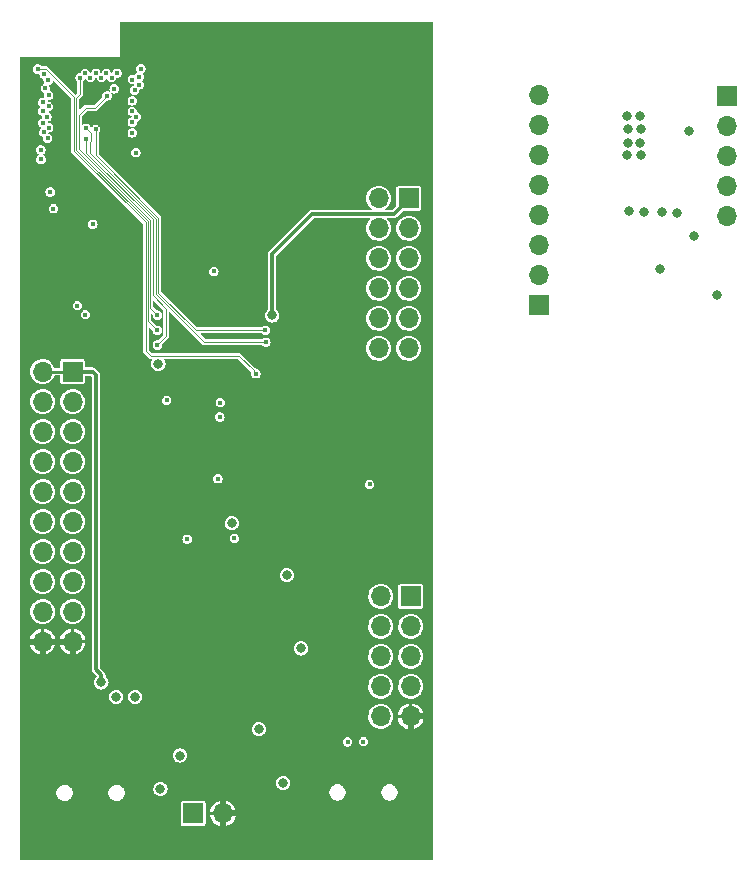
<source format=gbr>
%TF.GenerationSoftware,KiCad,Pcbnew,6.0.10-86aedd382b~118~ubuntu22.04.1*%
%TF.CreationDate,2023-01-21T23:49:39-03:00*%
%TF.ProjectId,MB_V2,4d425f56-322e-46b6-9963-61645f706362,rev?*%
%TF.SameCoordinates,Original*%
%TF.FileFunction,Copper,L2,Inr*%
%TF.FilePolarity,Positive*%
%FSLAX46Y46*%
G04 Gerber Fmt 4.6, Leading zero omitted, Abs format (unit mm)*
G04 Created by KiCad (PCBNEW 6.0.10-86aedd382b~118~ubuntu22.04.1) date 2023-01-21 23:49:39*
%MOMM*%
%LPD*%
G01*
G04 APERTURE LIST*
%TA.AperFunction,ComponentPad*%
%ADD10R,1.700000X1.700000*%
%TD*%
%TA.AperFunction,ComponentPad*%
%ADD11O,1.700000X1.700000*%
%TD*%
%TA.AperFunction,ViaPad*%
%ADD12C,0.400000*%
%TD*%
%TA.AperFunction,ViaPad*%
%ADD13C,0.800000*%
%TD*%
%TA.AperFunction,Conductor*%
%ADD14C,0.101600*%
%TD*%
%TA.AperFunction,Conductor*%
%ADD15C,0.300000*%
%TD*%
%TA.AperFunction,Conductor*%
%ADD16C,0.250000*%
%TD*%
G04 APERTURE END LIST*
D10*
%TO.N,+3V3*%
%TO.C,J7*%
X127920000Y-120900000D03*
D11*
%TO.N,VDDUSB*%
X125380000Y-120900000D03*
%TO.N,+3V3*%
X127920000Y-123440000D03*
%TO.N,PB13*%
X125380000Y-123440000D03*
%TO.N,PB14*%
X127920000Y-125980000D03*
%TO.N,PB15*%
X125380000Y-125980000D03*
%TO.N,PB6*%
X127920000Y-128520000D03*
%TO.N,PB12*%
X125380000Y-128520000D03*
%TO.N,PB0*%
X127920000Y-131060000D03*
%TO.N,PB1*%
X125380000Y-131060000D03*
%TO.N,PC5*%
X127920000Y-133600000D03*
%TO.N,PB11*%
X125380000Y-133600000D03*
%TD*%
D10*
%TO.N,GNDA*%
%TO.C,J2*%
X154900000Y-112200000D03*
D11*
%TO.N,GND*%
X154900000Y-114740000D03*
%TO.N,+3V3*%
X154900000Y-117280000D03*
%TO.N,/Track_Mag/DATA*%
X154900000Y-119820000D03*
%TO.N,/Track_Mag/STROBE*%
X154900000Y-122360000D03*
%TD*%
D10*
%TO.N,5V_Prog*%
%TO.C,J6*%
X99470000Y-135570000D03*
D11*
X96930000Y-135570000D03*
%TO.N,+3V3*%
X99470000Y-138110000D03*
X96930000Y-138110000D03*
%TO.N,PB5*%
X99470000Y-140650000D03*
%TO.N,PB7*%
X96930000Y-140650000D03*
%TO.N,PC11*%
X99470000Y-143190000D03*
%TO.N,PC10*%
X96930000Y-143190000D03*
%TO.N,PA13*%
X99470000Y-145730000D03*
%TO.N,PC12*%
X96930000Y-145730000D03*
%TO.N,PA15*%
X99470000Y-148270000D03*
%TO.N,PA14*%
X96930000Y-148270000D03*
%TO.N,PC0*%
X99470000Y-150810000D03*
%TO.N,PB8*%
X96930000Y-150810000D03*
%TO.N,PC1*%
X99470000Y-153350000D03*
%TO.N,PB9*%
X96930000Y-153350000D03*
%TO.N,PC3*%
X99470000Y-155890000D03*
%TO.N,PC2*%
X96930000Y-155890000D03*
%TO.N,GND*%
X99470000Y-158430000D03*
X96930000Y-158430000D03*
%TD*%
D10*
%TO.N,PB10*%
%TO.C,J5*%
X128100000Y-154600000D03*
D11*
%TO.N,PB2*%
X125560000Y-154600000D03*
%TO.N,PC4*%
X128100000Y-157140000D03*
%TO.N,PA8*%
X125560000Y-157140000D03*
%TO.N,PA7*%
X128100000Y-159680000D03*
%TO.N,PA6*%
X125560000Y-159680000D03*
%TO.N,PA5*%
X128100000Y-162220000D03*
%TO.N,PA4*%
X125560000Y-162220000D03*
%TO.N,GND*%
X128100000Y-164760000D03*
%TO.N,PA1*%
X125560000Y-164760000D03*
%TD*%
D10*
%TO.N,+24V*%
%TO.C,J1*%
X138975000Y-129975000D03*
D11*
%TO.N,/Track_Mag/Track_C*%
X138975000Y-127435000D03*
%TO.N,/Track_Mag/HC*%
X138975000Y-124895000D03*
%TO.N,/Track_Mag/Track_B*%
X138975000Y-122355000D03*
%TO.N,/Track_Mag/HC*%
X138975000Y-119815000D03*
%TO.N,/Track_Mag/Track_A*%
X138975000Y-117275000D03*
%TO.N,/Track_Mag/HC*%
X138975000Y-114735000D03*
%TO.N,GNDA*%
X138975000Y-112195000D03*
%TD*%
D10*
%TO.N,+24V*%
%TO.C,J8*%
X109680000Y-172980000D03*
D11*
%TO.N,GND*%
X112220000Y-172980000D03*
%TD*%
D12*
%TO.N,+3V3*%
X97173350Y-111593789D03*
D13*
X117610000Y-152800000D03*
X152100000Y-124100000D03*
X116380000Y-130820000D03*
D12*
X96800000Y-117600000D03*
X97450000Y-112193349D03*
D13*
X117300000Y-170400000D03*
X112960000Y-148410000D03*
X115240000Y-165850000D03*
D12*
X124620000Y-145120000D03*
D13*
X106734973Y-134915027D03*
D12*
X96793377Y-116806623D03*
D13*
%TO.N,GND*%
X114000000Y-117000000D03*
D12*
X102440000Y-109160000D03*
D13*
X110000000Y-109000000D03*
X124000000Y-109000000D03*
X151700000Y-115200000D03*
X119000000Y-119000000D03*
X147870000Y-122040000D03*
X96500000Y-129000000D03*
X119000000Y-115000000D03*
X126000000Y-145000000D03*
X118000000Y-138500000D03*
X122000000Y-117000000D03*
X118000000Y-117000000D03*
X107000000Y-111000000D03*
X127000000Y-107000000D03*
X126000000Y-141000000D03*
X123000000Y-107000000D03*
X113000000Y-107000000D03*
X120000000Y-121000000D03*
X114500000Y-155000000D03*
X126000000Y-147000000D03*
D12*
X103940000Y-109120000D03*
D13*
X117000000Y-119000000D03*
X146550000Y-122000000D03*
X126000000Y-149000000D03*
X120000000Y-113000000D03*
X128000000Y-109000000D03*
X124000000Y-144000000D03*
X119500000Y-150000000D03*
X105000000Y-165000000D03*
D12*
X98010000Y-109250000D03*
D13*
X121000000Y-119000000D03*
X150650000Y-122120000D03*
D12*
X98750000Y-109230000D03*
D13*
X115500000Y-141000000D03*
X120000000Y-109000000D03*
X109000000Y-144000000D03*
X119000000Y-111000000D03*
X154000000Y-129100000D03*
X108000000Y-164000000D03*
X114500000Y-156500000D03*
X106500000Y-164000000D03*
X128000000Y-136000000D03*
X109500000Y-157500000D03*
X119000000Y-107000000D03*
D12*
X101230000Y-109140000D03*
D13*
X127000000Y-111000000D03*
X123000000Y-115000000D03*
D12*
X101500000Y-112200000D03*
X99670000Y-109170000D03*
D13*
X112000000Y-109000000D03*
X126000000Y-109000000D03*
X128000000Y-142000000D03*
X123000000Y-119000000D03*
X118000000Y-142000000D03*
X112000000Y-117000000D03*
X126000000Y-139000000D03*
X117000000Y-107000000D03*
X122000000Y-109000000D03*
X113000000Y-115000000D03*
X126000000Y-116500000D03*
X106000000Y-109000000D03*
X111000000Y-111000000D03*
X122000000Y-113000000D03*
X108000000Y-113000000D03*
X109000000Y-142000000D03*
X105000000Y-107000000D03*
X128000000Y-152000000D03*
X109000000Y-107000000D03*
X118000000Y-113000000D03*
D12*
X112670000Y-168580000D03*
D13*
X126000000Y-137000000D03*
X128000000Y-138000000D03*
X124000000Y-138000000D03*
X115500000Y-143500000D03*
X124000000Y-113000000D03*
X147540000Y-116250000D03*
X126000000Y-135000000D03*
X118500000Y-149000000D03*
X128000000Y-146000000D03*
X109000000Y-115000000D03*
X147640000Y-117250000D03*
X149370000Y-122090000D03*
X109500000Y-155500000D03*
X117010000Y-173120000D03*
X110000000Y-113000000D03*
D12*
X103910000Y-107740000D03*
D13*
X114000000Y-113000000D03*
X113000000Y-111000000D03*
X124000000Y-136000000D03*
X108000000Y-162500000D03*
X114000000Y-109000000D03*
X115000000Y-115000000D03*
X108000000Y-109000000D03*
X115000000Y-111000000D03*
X121900000Y-172575000D03*
X121000000Y-111000000D03*
X147640000Y-115050000D03*
X121000000Y-107000000D03*
X97500000Y-132000000D03*
X114500000Y-158000000D03*
X110000000Y-117000000D03*
X96500000Y-124500000D03*
X108000000Y-157000000D03*
X98275000Y-173150000D03*
X111000000Y-107000000D03*
X116000000Y-113000000D03*
X128000000Y-144000000D03*
D12*
X97020000Y-125880000D03*
X103890000Y-108260000D03*
D13*
X111000000Y-115000000D03*
X128000000Y-113000000D03*
X124000000Y-142000000D03*
X118470000Y-171860000D03*
D12*
X103260000Y-109210000D03*
D13*
X115000000Y-107000000D03*
X107000000Y-115000000D03*
X116000000Y-117000000D03*
X146440000Y-113950000D03*
X112000000Y-113000000D03*
X124000000Y-117000000D03*
X125000000Y-107000000D03*
X118000000Y-109000000D03*
X124000000Y-146000000D03*
D12*
X112090000Y-167740000D03*
X96890000Y-109260000D03*
D13*
X125000000Y-148000000D03*
X96500000Y-133000000D03*
X115500000Y-145500000D03*
X104625000Y-166275000D03*
X124500000Y-153000000D03*
X108000000Y-155000000D03*
X118000000Y-121000000D03*
X120000000Y-117000000D03*
X123000000Y-111000000D03*
X146540000Y-116250000D03*
X108000000Y-117000000D03*
X147540000Y-113950000D03*
X107000000Y-107000000D03*
X97500000Y-130000000D03*
X128000000Y-140000000D03*
X97000000Y-127500000D03*
X127000000Y-151000000D03*
X121000000Y-115000000D03*
X117000000Y-115000000D03*
X127000000Y-115000000D03*
X146440000Y-117250000D03*
X126000000Y-143000000D03*
X106000000Y-162500000D03*
D12*
X101840000Y-109160000D03*
D13*
X98500000Y-133500000D03*
X109000000Y-111000000D03*
X116000000Y-109000000D03*
X128000000Y-148000000D03*
X96500000Y-131000000D03*
X124000000Y-140000000D03*
D12*
X118040000Y-168790000D03*
D13*
X126225000Y-172725000D03*
X118000000Y-140500000D03*
X128000000Y-116500000D03*
X146540000Y-115050000D03*
X126000000Y-113000000D03*
X122000000Y-121000000D03*
X128000000Y-150000000D03*
D12*
X100610000Y-109220000D03*
X112150000Y-166770000D03*
D13*
X117000000Y-111000000D03*
X125000000Y-111000000D03*
X125000000Y-115000000D03*
%TO.N,+24V*%
X108560000Y-168080000D03*
X149200000Y-126900000D03*
D12*
%TO.N,/STM32BLE/NRST*%
X109180000Y-149760000D03*
X97300000Y-114000000D03*
X97570000Y-120370000D03*
%TO.N,/STM32BLE/BOOT0*%
X97024302Y-115303338D03*
X97849500Y-121780000D03*
X113170000Y-149690000D03*
%TO.N,MEM_CS*%
X96535848Y-109957092D03*
X114990000Y-135750000D03*
%TO.N,PB10*%
X105250000Y-109925000D03*
%TO.N,MEM_IO3{slash}HOLD*%
X106650000Y-133325000D03*
X100600000Y-115870000D03*
%TO.N,MEM_SCK*%
X106625000Y-132075000D03*
X100121026Y-110675167D03*
%TO.N,MEM_IO0{slash}DI*%
X106650000Y-130800000D03*
X102390000Y-112230000D03*
%TO.N,/STM32BLE/INT*%
X107440000Y-138010000D03*
X97408177Y-110897663D03*
%TO.N,PB15*%
X104880819Y-113989005D03*
%TO.N,PB12*%
X104529306Y-112650001D03*
%TO.N,PB0*%
X104729304Y-111750002D03*
%TO.N,PB1*%
X105092591Y-111288689D03*
%TO.N,PB11*%
X105126379Y-110611715D03*
%TO.N,PB2*%
X102998546Y-111625819D03*
%TO.N,USART_CTS*%
X111930000Y-139420000D03*
X100560000Y-130750000D03*
%TO.N,USART_RTS_DE*%
X111780000Y-144640000D03*
X99880000Y-129990000D03*
%TO.N,MEM_IO1{slash}DO*%
X100620000Y-114980000D03*
X115825000Y-133075000D03*
%TO.N,PA1*%
X97070970Y-110415091D03*
%TO.N,PC3*%
X96963509Y-112764979D03*
%TO.N,PC2*%
X97435427Y-113124120D03*
%TO.N,PC1*%
X96955079Y-113526443D03*
%TO.N,PC0*%
X97456132Y-114909198D03*
%TO.N,USART_RX*%
X101180000Y-123090000D03*
X111980000Y-138190000D03*
%TO.N,PC5*%
X104531384Y-110851249D03*
%TO.N,PC4*%
X103235133Y-110302114D03*
%TO.N,PA8*%
X102782333Y-110676520D03*
%TO.N,USART_TX*%
X102340000Y-110320000D03*
X111424644Y-127090224D03*
%TO.N,PA7*%
X101910645Y-110679483D03*
%TO.N,PA6*%
X101440000Y-110310000D03*
%TO.N,PA5*%
X100988685Y-110679193D03*
%TO.N,PA4*%
X100550000Y-110330000D03*
%TO.N,MEM_IO2{slash}WP*%
X115800000Y-132075000D03*
X101420000Y-115070000D03*
D13*
%TO.N,USB_N*%
X103164999Y-163100000D03*
X104774999Y-163100000D03*
%TO.N,5V_Prog*%
X118830000Y-159010000D03*
X101910000Y-161890000D03*
X106910000Y-170930000D03*
D12*
%TO.N,VDDUSB*%
X104826066Y-117026269D03*
%TO.N,PB6*%
X104529308Y-113550000D03*
%TO.N,PB8*%
X97353785Y-115804181D03*
%TO.N,PB9*%
X96966624Y-114508999D03*
%TO.N,PB13*%
X104529306Y-115350000D03*
%TO.N,PB14*%
X104529306Y-114449999D03*
%TO.N,/STM32BLE/Modulo_conn/Prog_+*%
X124100000Y-166900000D03*
X122750000Y-166925000D03*
%TD*%
D14*
%TO.N,MEM_CS*%
X114802500Y-135477500D02*
X113575000Y-134250000D01*
X114990000Y-135750000D02*
X114802500Y-135562500D01*
X114802500Y-135562500D02*
X114802500Y-135477500D01*
X105650000Y-122937368D02*
X99575000Y-116862368D01*
X99575000Y-116862368D02*
X99575000Y-112352304D01*
X97179788Y-109957092D02*
X96535848Y-109957092D01*
X113575000Y-134250000D02*
X106075000Y-134250000D01*
X106075000Y-134250000D02*
X105650000Y-133825000D01*
X105650000Y-133825000D02*
X105650000Y-122937368D01*
X99575000Y-112352304D02*
X97179788Y-109957092D01*
D15*
%TO.N,+3V3*%
X119760000Y-122240000D02*
X116380000Y-125620000D01*
X126660000Y-122240000D02*
X119760000Y-122240000D01*
X128000000Y-120900000D02*
X126660000Y-122240000D01*
X116380000Y-125620000D02*
X116380000Y-130820000D01*
D14*
%TO.N,MEM_IO3{slash}HOLD*%
X106259600Y-122684864D02*
X100600000Y-117025264D01*
X100600000Y-117025264D02*
X100600000Y-115870000D01*
X106259600Y-129109600D02*
X106259600Y-122684864D01*
X107400000Y-132575000D02*
X107400000Y-130250000D01*
X107400000Y-130250000D02*
X106259600Y-129109600D01*
X106650000Y-133325000D02*
X107400000Y-132575000D01*
%TO.N,MEM_SCK*%
X99778200Y-112425000D02*
X99778200Y-116778200D01*
X100121026Y-110675167D02*
X100121026Y-112082174D01*
X105853200Y-131303200D02*
X106625000Y-132075000D01*
X100121026Y-112082174D02*
X99778200Y-112425000D01*
X105853200Y-122853200D02*
X105853200Y-131303200D01*
X99778200Y-116778200D02*
X105853200Y-122853200D01*
%TO.N,MEM_IO0{slash}DI*%
X100575000Y-113250000D02*
X99981400Y-113843600D01*
X102390000Y-112230000D02*
X101370000Y-113250000D01*
X106056400Y-130206400D02*
X106650000Y-130800000D01*
X106056400Y-122769032D02*
X106056400Y-130206400D01*
X101370000Y-113250000D02*
X100575000Y-113250000D01*
X99981400Y-116694032D02*
X106056400Y-122769032D01*
X99981400Y-113843600D02*
X99981400Y-116694032D01*
%TO.N,MEM_IO1{slash}DO*%
X101000800Y-116036017D02*
X100905908Y-116130909D01*
X106525000Y-128975000D02*
X110625000Y-133075000D01*
X100905908Y-116130909D02*
X100905908Y-117043804D01*
X100905908Y-117043804D02*
X106525000Y-122662896D01*
X101000800Y-115360800D02*
X101000800Y-116036017D01*
X100620000Y-114980000D02*
X101000800Y-115360800D01*
X106525000Y-122662896D02*
X106525000Y-128975000D01*
X110625000Y-133075000D02*
X115825000Y-133075000D01*
%TO.N,MEM_IO2{slash}WP*%
X109912368Y-132075000D02*
X106728200Y-128890832D01*
X115800000Y-132075000D02*
X109912368Y-132075000D01*
X101420000Y-117270528D02*
X101420000Y-115070000D01*
X106728200Y-122578728D02*
X101420000Y-117270528D01*
X106728200Y-128890832D02*
X106728200Y-122578728D01*
D15*
%TO.N,5V_Prog*%
X101430000Y-160790000D02*
X101430000Y-135840000D01*
D16*
X96930000Y-135570000D02*
X99470000Y-135570000D01*
D15*
X101160000Y-135570000D02*
X99470000Y-135570000D01*
X101430000Y-135840000D02*
X101160000Y-135570000D01*
X101910000Y-161270000D02*
X101430000Y-160790000D01*
X101910000Y-161890000D02*
X101910000Y-161270000D01*
%TD*%
%TA.AperFunction,Conductor*%
%TO.N,GND*%
G36*
X129965648Y-106014852D02*
G01*
X129980000Y-106049500D01*
X129980000Y-176891000D01*
X129965648Y-176925648D01*
X129931000Y-176940000D01*
X95049500Y-176940000D01*
X95014852Y-176925648D01*
X95000500Y-176891000D01*
X95000500Y-173849748D01*
X108629500Y-173849748D01*
X108641133Y-173908231D01*
X108685448Y-173974552D01*
X108751769Y-174018867D01*
X108810252Y-174030500D01*
X110549748Y-174030500D01*
X110608231Y-174018867D01*
X110674552Y-173974552D01*
X110718867Y-173908231D01*
X110730500Y-173849748D01*
X110730500Y-173115960D01*
X111125671Y-173115960D01*
X111127948Y-173150694D01*
X111128650Y-173155124D01*
X111177343Y-173346856D01*
X111178833Y-173351065D01*
X111261652Y-173530713D01*
X111263896Y-173534598D01*
X111378058Y-173696134D01*
X111380970Y-173699545D01*
X111522672Y-173837584D01*
X111526139Y-173840392D01*
X111690625Y-173950298D01*
X111694558Y-173952433D01*
X111876311Y-174030520D01*
X111880570Y-174031904D01*
X112073512Y-174075563D01*
X112077946Y-174076146D01*
X112084861Y-174076418D01*
X112091328Y-174074032D01*
X112094600Y-174066553D01*
X112094600Y-174064461D01*
X112345400Y-174064461D01*
X112348255Y-174071353D01*
X112352620Y-174073161D01*
X112475855Y-174055293D01*
X112480203Y-174054250D01*
X112667535Y-173990658D01*
X112671611Y-173988843D01*
X112844209Y-173892184D01*
X112847898Y-173889649D01*
X112999995Y-173763151D01*
X113003151Y-173759995D01*
X113129649Y-173607898D01*
X113132184Y-173604209D01*
X113228843Y-173431611D01*
X113230658Y-173427535D01*
X113294250Y-173240203D01*
X113295293Y-173235855D01*
X113312809Y-173115045D01*
X113310973Y-173107816D01*
X113306912Y-173105400D01*
X112355147Y-173105400D01*
X112348255Y-173108255D01*
X112345400Y-173115147D01*
X112345400Y-174064461D01*
X112094600Y-174064461D01*
X112094600Y-173115147D01*
X112091745Y-173108255D01*
X112084853Y-173105400D01*
X111134726Y-173105400D01*
X111128707Y-173107893D01*
X111125671Y-173115960D01*
X110730500Y-173115960D01*
X110730500Y-172844920D01*
X111127426Y-172844920D01*
X111129450Y-172852100D01*
X111133915Y-172854600D01*
X112084853Y-172854600D01*
X112091745Y-172851745D01*
X112094600Y-172844853D01*
X112345400Y-172844853D01*
X112348255Y-172851745D01*
X112355147Y-172854600D01*
X113304246Y-172854600D01*
X113311138Y-172851745D01*
X113313260Y-172846622D01*
X113307210Y-172780780D01*
X113306393Y-172776368D01*
X113252697Y-172585979D01*
X113251096Y-172581806D01*
X113163601Y-172404385D01*
X113161260Y-172400566D01*
X113042906Y-172242070D01*
X113039904Y-172238736D01*
X112894646Y-172104461D01*
X112891095Y-172101736D01*
X112723795Y-171996178D01*
X112719805Y-171994145D01*
X112536070Y-171920841D01*
X112531782Y-171919571D01*
X112354957Y-171884399D01*
X112347643Y-171885854D01*
X112345400Y-171889211D01*
X112345400Y-172844853D01*
X112094600Y-172844853D01*
X112094600Y-171894282D01*
X112091745Y-171887390D01*
X112087711Y-171885719D01*
X111936084Y-171911774D01*
X111931764Y-171912931D01*
X111746171Y-171981400D01*
X111742133Y-171983326D01*
X111572124Y-172084470D01*
X111568505Y-172087100D01*
X111419776Y-172217532D01*
X111416698Y-172220774D01*
X111294226Y-172376129D01*
X111291788Y-172379885D01*
X111199686Y-172554941D01*
X111197967Y-172559090D01*
X111139310Y-172747999D01*
X111138377Y-172752389D01*
X111127426Y-172844920D01*
X110730500Y-172844920D01*
X110730500Y-172110252D01*
X110718867Y-172051769D01*
X110674552Y-171985448D01*
X110641995Y-171963694D01*
X110612245Y-171943815D01*
X110608231Y-171941133D01*
X110549748Y-171929500D01*
X108810252Y-171929500D01*
X108751769Y-171941133D01*
X108747755Y-171943815D01*
X108718005Y-171963694D01*
X108685448Y-171985448D01*
X108641133Y-172051769D01*
X108629500Y-172110252D01*
X108629500Y-173849748D01*
X95000500Y-173849748D01*
X95000500Y-171331105D01*
X98099031Y-171331105D01*
X98099720Y-171333974D01*
X98099720Y-171333976D01*
X98100792Y-171338441D01*
X98138612Y-171495968D01*
X98139968Y-171498595D01*
X98194852Y-171604930D01*
X98216375Y-171646631D01*
X98327831Y-171774396D01*
X98330246Y-171776094D01*
X98330248Y-171776095D01*
X98337209Y-171780987D01*
X98466547Y-171871887D01*
X98469295Y-171872958D01*
X98469298Y-171872960D01*
X98568851Y-171911774D01*
X98624513Y-171933476D01*
X98753826Y-171950500D01*
X98842516Y-171950500D01*
X98968320Y-171935276D01*
X99009882Y-171919571D01*
X99124158Y-171876390D01*
X99124159Y-171876389D01*
X99126923Y-171875345D01*
X99266651Y-171779312D01*
X99268616Y-171777107D01*
X99268619Y-171777104D01*
X99377472Y-171654930D01*
X99377473Y-171654929D01*
X99379440Y-171652721D01*
X99458776Y-171502881D01*
X99460513Y-171495968D01*
X99499361Y-171341306D01*
X99500081Y-171338441D01*
X99500119Y-171331105D01*
X102499031Y-171331105D01*
X102499720Y-171333974D01*
X102499720Y-171333976D01*
X102500792Y-171338441D01*
X102538612Y-171495968D01*
X102539968Y-171498595D01*
X102594852Y-171604930D01*
X102616375Y-171646631D01*
X102727831Y-171774396D01*
X102730246Y-171776094D01*
X102730248Y-171776095D01*
X102737209Y-171780987D01*
X102866547Y-171871887D01*
X102869295Y-171872958D01*
X102869298Y-171872960D01*
X102968851Y-171911774D01*
X103024513Y-171933476D01*
X103153826Y-171950500D01*
X103242516Y-171950500D01*
X103368320Y-171935276D01*
X103409882Y-171919571D01*
X103524158Y-171876390D01*
X103524159Y-171876389D01*
X103526923Y-171875345D01*
X103666651Y-171779312D01*
X103668616Y-171777107D01*
X103668619Y-171777104D01*
X103777472Y-171654930D01*
X103777473Y-171654929D01*
X103779440Y-171652721D01*
X103858776Y-171502881D01*
X103860513Y-171495968D01*
X103899361Y-171341306D01*
X103900081Y-171338441D01*
X103900969Y-171168895D01*
X103899918Y-171164515D01*
X103862078Y-171006907D01*
X103861388Y-171004032D01*
X103823177Y-170930000D01*
X106304318Y-170930000D01*
X106304737Y-170933183D01*
X106314227Y-171005263D01*
X106324956Y-171086762D01*
X106326183Y-171089724D01*
X106326184Y-171089728D01*
X106384235Y-171229875D01*
X106385464Y-171232841D01*
X106387420Y-171235390D01*
X106466494Y-171338441D01*
X106481718Y-171358282D01*
X106607159Y-171454536D01*
X106610122Y-171455763D01*
X106610125Y-171455765D01*
X106750272Y-171513816D01*
X106750276Y-171513817D01*
X106753238Y-171515044D01*
X106756419Y-171515463D01*
X106756420Y-171515463D01*
X106906817Y-171535263D01*
X106910000Y-171535682D01*
X106913183Y-171535263D01*
X107063580Y-171515463D01*
X107063581Y-171515463D01*
X107066762Y-171515044D01*
X107069724Y-171513817D01*
X107069728Y-171513816D01*
X107209875Y-171455765D01*
X107209878Y-171455763D01*
X107212841Y-171454536D01*
X107338282Y-171358282D01*
X107353507Y-171338441D01*
X107397502Y-171281105D01*
X121199031Y-171281105D01*
X121199720Y-171283974D01*
X121199720Y-171283976D01*
X121200792Y-171288441D01*
X121238612Y-171445968D01*
X121316375Y-171596631D01*
X121427831Y-171724396D01*
X121430246Y-171726094D01*
X121430248Y-171726095D01*
X121437209Y-171730987D01*
X121566547Y-171821887D01*
X121569295Y-171822958D01*
X121569298Y-171822960D01*
X121672711Y-171863279D01*
X121724513Y-171883476D01*
X121853826Y-171900500D01*
X121942516Y-171900500D01*
X122068320Y-171885276D01*
X122094602Y-171875345D01*
X122224158Y-171826390D01*
X122224159Y-171826389D01*
X122226923Y-171825345D01*
X122366651Y-171729312D01*
X122368616Y-171727107D01*
X122368619Y-171727104D01*
X122477472Y-171604930D01*
X122477473Y-171604929D01*
X122479440Y-171602721D01*
X122558776Y-171452881D01*
X122560513Y-171445968D01*
X122599361Y-171291306D01*
X122600081Y-171288441D01*
X122600119Y-171281105D01*
X125599031Y-171281105D01*
X125599720Y-171283974D01*
X125599720Y-171283976D01*
X125600792Y-171288441D01*
X125638612Y-171445968D01*
X125716375Y-171596631D01*
X125827831Y-171724396D01*
X125830246Y-171726094D01*
X125830248Y-171726095D01*
X125837209Y-171730987D01*
X125966547Y-171821887D01*
X125969295Y-171822958D01*
X125969298Y-171822960D01*
X126072711Y-171863279D01*
X126124513Y-171883476D01*
X126253826Y-171900500D01*
X126342516Y-171900500D01*
X126468320Y-171885276D01*
X126494602Y-171875345D01*
X126624158Y-171826390D01*
X126624159Y-171826389D01*
X126626923Y-171825345D01*
X126766651Y-171729312D01*
X126768616Y-171727107D01*
X126768619Y-171727104D01*
X126877472Y-171604930D01*
X126877473Y-171604929D01*
X126879440Y-171602721D01*
X126958776Y-171452881D01*
X126960513Y-171445968D01*
X126999361Y-171291306D01*
X127000081Y-171288441D01*
X127000969Y-171118895D01*
X126999918Y-171114515D01*
X126973392Y-171004032D01*
X126961388Y-170954032D01*
X126906289Y-170847279D01*
X126884978Y-170805990D01*
X126884977Y-170805989D01*
X126883625Y-170803369D01*
X126772169Y-170675604D01*
X126765175Y-170670688D01*
X126635870Y-170579812D01*
X126633453Y-170578113D01*
X126630705Y-170577042D01*
X126630702Y-170577040D01*
X126527289Y-170536721D01*
X126475487Y-170516524D01*
X126346174Y-170499500D01*
X126257484Y-170499500D01*
X126131680Y-170514724D01*
X126128917Y-170515768D01*
X125975842Y-170573610D01*
X125975841Y-170573611D01*
X125973077Y-170574655D01*
X125833349Y-170670688D01*
X125831384Y-170672893D01*
X125831381Y-170672896D01*
X125788800Y-170720688D01*
X125720560Y-170797279D01*
X125641224Y-170947119D01*
X125640506Y-170949977D01*
X125640505Y-170949980D01*
X125629319Y-170994514D01*
X125599919Y-171111559D01*
X125599031Y-171281105D01*
X122600119Y-171281105D01*
X122600969Y-171118895D01*
X122599918Y-171114515D01*
X122573392Y-171004032D01*
X122561388Y-170954032D01*
X122506289Y-170847279D01*
X122484978Y-170805990D01*
X122484977Y-170805989D01*
X122483625Y-170803369D01*
X122372169Y-170675604D01*
X122365175Y-170670688D01*
X122235870Y-170579812D01*
X122233453Y-170578113D01*
X122230705Y-170577042D01*
X122230702Y-170577040D01*
X122127289Y-170536721D01*
X122075487Y-170516524D01*
X121946174Y-170499500D01*
X121857484Y-170499500D01*
X121731680Y-170514724D01*
X121728917Y-170515768D01*
X121575842Y-170573610D01*
X121575841Y-170573611D01*
X121573077Y-170574655D01*
X121433349Y-170670688D01*
X121431384Y-170672893D01*
X121431381Y-170672896D01*
X121388800Y-170720688D01*
X121320560Y-170797279D01*
X121241224Y-170947119D01*
X121240506Y-170949977D01*
X121240505Y-170949980D01*
X121229319Y-170994514D01*
X121199919Y-171111559D01*
X121199031Y-171281105D01*
X107397502Y-171281105D01*
X107432580Y-171235390D01*
X107434536Y-171232841D01*
X107435765Y-171229875D01*
X107493816Y-171089728D01*
X107493817Y-171089724D01*
X107495044Y-171086762D01*
X107505774Y-171005263D01*
X107515263Y-170933183D01*
X107515682Y-170930000D01*
X107515263Y-170926817D01*
X107495463Y-170776420D01*
X107495463Y-170776419D01*
X107495044Y-170773238D01*
X107493817Y-170770276D01*
X107493816Y-170770272D01*
X107435765Y-170630125D01*
X107435763Y-170630122D01*
X107434536Y-170627159D01*
X107348262Y-170514724D01*
X107340238Y-170504267D01*
X107338282Y-170501718D01*
X107335392Y-170499500D01*
X107215390Y-170407420D01*
X107212841Y-170405464D01*
X107209878Y-170404237D01*
X107209875Y-170404235D01*
X107199651Y-170400000D01*
X116694318Y-170400000D01*
X116694737Y-170403183D01*
X116694876Y-170404235D01*
X116714956Y-170556762D01*
X116716183Y-170559724D01*
X116716184Y-170559728D01*
X116774235Y-170699875D01*
X116775464Y-170702841D01*
X116871718Y-170828282D01*
X116997159Y-170924536D01*
X117000122Y-170925763D01*
X117000125Y-170925765D01*
X117140272Y-170983816D01*
X117140276Y-170983817D01*
X117143238Y-170985044D01*
X117146419Y-170985463D01*
X117146420Y-170985463D01*
X117296817Y-171005263D01*
X117300000Y-171005682D01*
X117303183Y-171005263D01*
X117453580Y-170985463D01*
X117453581Y-170985463D01*
X117456762Y-170985044D01*
X117459724Y-170983817D01*
X117459728Y-170983816D01*
X117599875Y-170925765D01*
X117599878Y-170925763D01*
X117602841Y-170924536D01*
X117728282Y-170828282D01*
X117824536Y-170702841D01*
X117825765Y-170699875D01*
X117883816Y-170559728D01*
X117883817Y-170559724D01*
X117885044Y-170556762D01*
X117905125Y-170404235D01*
X117905263Y-170403183D01*
X117905682Y-170400000D01*
X117898380Y-170344537D01*
X117885463Y-170246420D01*
X117885463Y-170246419D01*
X117885044Y-170243238D01*
X117883817Y-170240276D01*
X117883816Y-170240272D01*
X117825765Y-170100125D01*
X117825763Y-170100122D01*
X117824536Y-170097159D01*
X117728282Y-169971718D01*
X117602841Y-169875464D01*
X117599878Y-169874237D01*
X117599875Y-169874235D01*
X117459728Y-169816184D01*
X117459724Y-169816183D01*
X117456762Y-169814956D01*
X117453581Y-169814537D01*
X117453580Y-169814537D01*
X117303183Y-169794737D01*
X117300000Y-169794318D01*
X117296817Y-169794737D01*
X117146420Y-169814537D01*
X117146419Y-169814537D01*
X117143238Y-169814956D01*
X117140276Y-169816183D01*
X117140272Y-169816184D01*
X117000125Y-169874235D01*
X117000122Y-169874237D01*
X116997159Y-169875464D01*
X116871718Y-169971718D01*
X116775464Y-170097159D01*
X116774237Y-170100122D01*
X116774235Y-170100125D01*
X116716184Y-170240272D01*
X116716183Y-170240276D01*
X116714956Y-170243238D01*
X116714537Y-170246419D01*
X116714537Y-170246420D01*
X116701620Y-170344537D01*
X116694318Y-170400000D01*
X107199651Y-170400000D01*
X107069728Y-170346184D01*
X107069724Y-170346183D01*
X107066762Y-170344956D01*
X107063581Y-170344537D01*
X107063580Y-170344537D01*
X106913183Y-170324737D01*
X106910000Y-170324318D01*
X106906817Y-170324737D01*
X106756420Y-170344537D01*
X106756419Y-170344537D01*
X106753238Y-170344956D01*
X106750276Y-170346183D01*
X106750272Y-170346184D01*
X106610125Y-170404235D01*
X106610122Y-170404237D01*
X106607159Y-170405464D01*
X106604610Y-170407420D01*
X106484609Y-170499500D01*
X106481718Y-170501718D01*
X106479762Y-170504267D01*
X106471738Y-170514724D01*
X106385464Y-170627159D01*
X106384237Y-170630122D01*
X106384235Y-170630125D01*
X106326184Y-170770272D01*
X106326183Y-170770276D01*
X106324956Y-170773238D01*
X106324537Y-170776419D01*
X106324537Y-170776420D01*
X106304737Y-170926817D01*
X106304318Y-170930000D01*
X103823177Y-170930000D01*
X103820357Y-170924536D01*
X103784978Y-170855990D01*
X103784977Y-170855989D01*
X103783625Y-170853369D01*
X103672169Y-170725604D01*
X103665175Y-170720688D01*
X103591648Y-170669013D01*
X103533453Y-170628113D01*
X103530705Y-170627042D01*
X103530702Y-170627040D01*
X103427289Y-170586721D01*
X103375487Y-170566524D01*
X103246174Y-170549500D01*
X103157484Y-170549500D01*
X103031680Y-170564724D01*
X103028917Y-170565768D01*
X102875842Y-170623610D01*
X102875841Y-170623611D01*
X102873077Y-170624655D01*
X102870639Y-170626330D01*
X102870640Y-170626330D01*
X102755608Y-170705390D01*
X102733349Y-170720688D01*
X102731384Y-170722893D01*
X102731381Y-170722896D01*
X102657347Y-170805990D01*
X102620560Y-170847279D01*
X102541224Y-170997119D01*
X102540506Y-170999977D01*
X102540505Y-170999980D01*
X102539178Y-171005263D01*
X102499919Y-171161559D01*
X102499031Y-171331105D01*
X99500119Y-171331105D01*
X99500969Y-171168895D01*
X99499918Y-171164515D01*
X99462078Y-171006907D01*
X99461388Y-171004032D01*
X99420357Y-170924536D01*
X99384978Y-170855990D01*
X99384977Y-170855989D01*
X99383625Y-170853369D01*
X99272169Y-170725604D01*
X99265175Y-170720688D01*
X99191648Y-170669013D01*
X99133453Y-170628113D01*
X99130705Y-170627042D01*
X99130702Y-170627040D01*
X99027289Y-170586721D01*
X98975487Y-170566524D01*
X98846174Y-170549500D01*
X98757484Y-170549500D01*
X98631680Y-170564724D01*
X98628917Y-170565768D01*
X98475842Y-170623610D01*
X98475841Y-170623611D01*
X98473077Y-170624655D01*
X98470639Y-170626330D01*
X98470640Y-170626330D01*
X98355608Y-170705390D01*
X98333349Y-170720688D01*
X98331384Y-170722893D01*
X98331381Y-170722896D01*
X98257347Y-170805990D01*
X98220560Y-170847279D01*
X98141224Y-170997119D01*
X98140506Y-170999977D01*
X98140505Y-170999980D01*
X98139178Y-171005263D01*
X98099919Y-171161559D01*
X98099031Y-171331105D01*
X95000500Y-171331105D01*
X95000500Y-168080000D01*
X107954318Y-168080000D01*
X107974956Y-168236762D01*
X107976183Y-168239724D01*
X107976184Y-168239728D01*
X108034235Y-168379875D01*
X108035464Y-168382841D01*
X108131718Y-168508282D01*
X108257159Y-168604536D01*
X108260122Y-168605763D01*
X108260125Y-168605765D01*
X108400272Y-168663816D01*
X108400276Y-168663817D01*
X108403238Y-168665044D01*
X108406419Y-168665463D01*
X108406420Y-168665463D01*
X108556817Y-168685263D01*
X108560000Y-168685682D01*
X108563183Y-168685263D01*
X108713580Y-168665463D01*
X108713581Y-168665463D01*
X108716762Y-168665044D01*
X108719724Y-168663817D01*
X108719728Y-168663816D01*
X108859875Y-168605765D01*
X108859878Y-168605763D01*
X108862841Y-168604536D01*
X108988282Y-168508282D01*
X109084536Y-168382841D01*
X109085765Y-168379875D01*
X109143816Y-168239728D01*
X109143817Y-168239724D01*
X109145044Y-168236762D01*
X109165682Y-168080000D01*
X109145044Y-167923238D01*
X109143817Y-167920276D01*
X109143816Y-167920272D01*
X109085765Y-167780125D01*
X109085763Y-167780122D01*
X109084536Y-167777159D01*
X108988282Y-167651718D01*
X108862841Y-167555464D01*
X108859878Y-167554237D01*
X108859875Y-167554235D01*
X108719728Y-167496184D01*
X108719724Y-167496183D01*
X108716762Y-167494956D01*
X108713581Y-167494537D01*
X108713580Y-167494537D01*
X108563183Y-167474737D01*
X108560000Y-167474318D01*
X108556817Y-167474737D01*
X108406420Y-167494537D01*
X108406419Y-167494537D01*
X108403238Y-167494956D01*
X108400276Y-167496183D01*
X108400272Y-167496184D01*
X108260125Y-167554235D01*
X108260122Y-167554237D01*
X108257159Y-167555464D01*
X108131718Y-167651718D01*
X108035464Y-167777159D01*
X108034237Y-167780122D01*
X108034235Y-167780125D01*
X107976184Y-167920272D01*
X107976183Y-167920276D01*
X107974956Y-167923238D01*
X107954318Y-168080000D01*
X95000500Y-168080000D01*
X95000500Y-166925000D01*
X122344508Y-166925000D01*
X122345111Y-166928807D01*
X122359792Y-167021498D01*
X122364354Y-167050304D01*
X122421950Y-167163342D01*
X122511658Y-167253050D01*
X122515091Y-167254799D01*
X122515092Y-167254800D01*
X122568177Y-167281848D01*
X122624696Y-167310646D01*
X122628501Y-167311249D01*
X122628502Y-167311249D01*
X122746193Y-167329889D01*
X122750000Y-167330492D01*
X122753807Y-167329889D01*
X122871498Y-167311249D01*
X122871499Y-167311249D01*
X122875304Y-167310646D01*
X122931823Y-167281848D01*
X122984908Y-167254800D01*
X122984909Y-167254799D01*
X122988342Y-167253050D01*
X123078050Y-167163342D01*
X123135646Y-167050304D01*
X123140209Y-167021498D01*
X123154889Y-166928807D01*
X123155492Y-166925000D01*
X123151532Y-166900000D01*
X123694508Y-166900000D01*
X123714354Y-167025304D01*
X123771950Y-167138342D01*
X123861658Y-167228050D01*
X123865091Y-167229799D01*
X123865092Y-167229800D01*
X123905373Y-167250324D01*
X123974696Y-167285646D01*
X123978501Y-167286249D01*
X123978502Y-167286249D01*
X124096193Y-167304889D01*
X124100000Y-167305492D01*
X124103807Y-167304889D01*
X124221498Y-167286249D01*
X124221499Y-167286249D01*
X124225304Y-167285646D01*
X124294627Y-167250324D01*
X124334908Y-167229800D01*
X124334909Y-167229799D01*
X124338342Y-167228050D01*
X124428050Y-167138342D01*
X124485646Y-167025304D01*
X124505492Y-166900000D01*
X124501941Y-166877582D01*
X124486249Y-166778502D01*
X124486249Y-166778501D01*
X124485646Y-166774696D01*
X124428050Y-166661658D01*
X124338342Y-166571950D01*
X124334909Y-166570201D01*
X124334908Y-166570200D01*
X124273186Y-166538751D01*
X124225304Y-166514354D01*
X124221499Y-166513751D01*
X124221498Y-166513751D01*
X124103807Y-166495111D01*
X124100000Y-166494508D01*
X124096193Y-166495111D01*
X123978502Y-166513751D01*
X123978501Y-166513751D01*
X123974696Y-166514354D01*
X123926814Y-166538751D01*
X123865092Y-166570200D01*
X123865091Y-166570201D01*
X123861658Y-166571950D01*
X123771950Y-166661658D01*
X123714354Y-166774696D01*
X123713751Y-166778501D01*
X123713751Y-166778502D01*
X123698059Y-166877582D01*
X123694508Y-166900000D01*
X123151532Y-166900000D01*
X123135646Y-166799696D01*
X123078050Y-166686658D01*
X122988342Y-166596950D01*
X122984909Y-166595201D01*
X122984908Y-166595200D01*
X122931823Y-166568152D01*
X122875304Y-166539354D01*
X122871499Y-166538751D01*
X122871498Y-166538751D01*
X122753807Y-166520111D01*
X122750000Y-166519508D01*
X122746193Y-166520111D01*
X122628502Y-166538751D01*
X122628501Y-166538751D01*
X122624696Y-166539354D01*
X122568177Y-166568152D01*
X122515092Y-166595200D01*
X122515091Y-166595201D01*
X122511658Y-166596950D01*
X122421950Y-166686658D01*
X122364354Y-166799696D01*
X122344508Y-166925000D01*
X95000500Y-166925000D01*
X95000500Y-165850000D01*
X114634318Y-165850000D01*
X114654956Y-166006762D01*
X114656183Y-166009724D01*
X114656184Y-166009728D01*
X114714235Y-166149875D01*
X114715464Y-166152841D01*
X114811718Y-166278282D01*
X114937159Y-166374536D01*
X114940122Y-166375763D01*
X114940125Y-166375765D01*
X115080272Y-166433816D01*
X115080276Y-166433817D01*
X115083238Y-166435044D01*
X115086419Y-166435463D01*
X115086420Y-166435463D01*
X115236817Y-166455263D01*
X115240000Y-166455682D01*
X115243183Y-166455263D01*
X115393580Y-166435463D01*
X115393581Y-166435463D01*
X115396762Y-166435044D01*
X115399724Y-166433817D01*
X115399728Y-166433816D01*
X115539875Y-166375765D01*
X115539878Y-166375763D01*
X115542841Y-166374536D01*
X115668282Y-166278282D01*
X115764536Y-166152841D01*
X115765765Y-166149875D01*
X115823816Y-166009728D01*
X115823817Y-166009724D01*
X115825044Y-166006762D01*
X115845682Y-165850000D01*
X115843746Y-165835293D01*
X115825463Y-165696420D01*
X115825463Y-165696419D01*
X115825044Y-165693238D01*
X115823817Y-165690276D01*
X115823816Y-165690272D01*
X115765765Y-165550125D01*
X115765763Y-165550122D01*
X115764536Y-165547159D01*
X115668282Y-165421718D01*
X115542841Y-165325464D01*
X115539878Y-165324237D01*
X115539875Y-165324235D01*
X115399728Y-165266184D01*
X115399724Y-165266183D01*
X115396762Y-165264956D01*
X115393581Y-165264537D01*
X115393580Y-165264537D01*
X115243183Y-165244737D01*
X115240000Y-165244318D01*
X115236817Y-165244737D01*
X115086420Y-165264537D01*
X115086419Y-165264537D01*
X115083238Y-165264956D01*
X115080276Y-165266183D01*
X115080272Y-165266184D01*
X114940125Y-165324235D01*
X114940122Y-165324237D01*
X114937159Y-165325464D01*
X114811718Y-165421718D01*
X114715464Y-165547159D01*
X114714237Y-165550122D01*
X114714235Y-165550125D01*
X114656184Y-165690272D01*
X114656183Y-165690276D01*
X114654956Y-165693238D01*
X114654537Y-165696419D01*
X114654537Y-165696420D01*
X114636254Y-165835293D01*
X114634318Y-165850000D01*
X95000500Y-165850000D01*
X95000500Y-164745262D01*
X124504520Y-164745262D01*
X124504720Y-164747644D01*
X124504720Y-164747648D01*
X124508346Y-164790828D01*
X124521759Y-164950553D01*
X124578544Y-165148586D01*
X124672712Y-165331818D01*
X124674198Y-165333693D01*
X124674200Y-165333696D01*
X124717160Y-165387898D01*
X124800677Y-165493270D01*
X124802503Y-165494824D01*
X124802504Y-165494825D01*
X124867482Y-165550125D01*
X124957564Y-165626791D01*
X125137398Y-165727297D01*
X125153205Y-165732433D01*
X125331047Y-165790218D01*
X125331051Y-165790219D01*
X125333329Y-165790959D01*
X125537894Y-165815351D01*
X125743300Y-165799546D01*
X125941725Y-165744145D01*
X125943854Y-165743070D01*
X125943858Y-165743068D01*
X126048375Y-165690272D01*
X126125610Y-165651258D01*
X126255055Y-165550125D01*
X126286062Y-165525900D01*
X126286063Y-165525899D01*
X126287951Y-165524424D01*
X126313500Y-165494825D01*
X126420993Y-165370293D01*
X126420997Y-165370288D01*
X126422564Y-165368472D01*
X126524323Y-165189344D01*
X126537882Y-165148586D01*
X126588595Y-164996135D01*
X126589351Y-164993863D01*
X126601719Y-164895960D01*
X127005671Y-164895960D01*
X127007948Y-164930694D01*
X127008650Y-164935124D01*
X127057343Y-165126856D01*
X127058833Y-165131065D01*
X127141652Y-165310713D01*
X127143896Y-165314598D01*
X127258058Y-165476134D01*
X127260970Y-165479545D01*
X127402672Y-165617584D01*
X127406139Y-165620392D01*
X127570625Y-165730298D01*
X127574558Y-165732433D01*
X127756311Y-165810520D01*
X127760570Y-165811904D01*
X127953512Y-165855563D01*
X127957946Y-165856146D01*
X127964861Y-165856418D01*
X127971328Y-165854032D01*
X127974600Y-165846553D01*
X127974600Y-165844461D01*
X128225400Y-165844461D01*
X128228255Y-165851353D01*
X128232620Y-165853161D01*
X128355855Y-165835293D01*
X128360203Y-165834250D01*
X128547535Y-165770658D01*
X128551611Y-165768843D01*
X128724209Y-165672184D01*
X128727898Y-165669649D01*
X128879995Y-165543151D01*
X128883151Y-165539995D01*
X129009649Y-165387898D01*
X129012184Y-165384209D01*
X129108843Y-165211611D01*
X129110658Y-165207535D01*
X129174250Y-165020203D01*
X129175293Y-165015855D01*
X129192809Y-164895045D01*
X129190973Y-164887816D01*
X129186912Y-164885400D01*
X128235147Y-164885400D01*
X128228255Y-164888255D01*
X128225400Y-164895147D01*
X128225400Y-165844461D01*
X127974600Y-165844461D01*
X127974600Y-164895147D01*
X127971745Y-164888255D01*
X127964853Y-164885400D01*
X127014726Y-164885400D01*
X127008707Y-164887893D01*
X127005671Y-164895960D01*
X126601719Y-164895960D01*
X126601835Y-164895045D01*
X126615000Y-164790828D01*
X126615000Y-164790827D01*
X126615171Y-164789474D01*
X126615583Y-164760000D01*
X126602339Y-164624920D01*
X127007426Y-164624920D01*
X127009450Y-164632100D01*
X127013915Y-164634600D01*
X127964853Y-164634600D01*
X127971745Y-164631745D01*
X127974600Y-164624853D01*
X128225400Y-164624853D01*
X128228255Y-164631745D01*
X128235147Y-164634600D01*
X129184246Y-164634600D01*
X129191138Y-164631745D01*
X129193260Y-164626622D01*
X129187210Y-164560780D01*
X129186393Y-164556368D01*
X129132697Y-164365979D01*
X129131096Y-164361806D01*
X129043601Y-164184385D01*
X129041260Y-164180566D01*
X128922906Y-164022070D01*
X128919904Y-164018736D01*
X128774646Y-163884461D01*
X128771095Y-163881736D01*
X128603795Y-163776178D01*
X128599805Y-163774145D01*
X128416070Y-163700841D01*
X128411782Y-163699571D01*
X128234957Y-163664399D01*
X128227643Y-163665854D01*
X128225400Y-163669211D01*
X128225400Y-164624853D01*
X127974600Y-164624853D01*
X127974600Y-163674282D01*
X127971745Y-163667390D01*
X127967711Y-163665719D01*
X127816084Y-163691774D01*
X127811764Y-163692931D01*
X127626171Y-163761400D01*
X127622133Y-163763326D01*
X127452124Y-163864470D01*
X127448505Y-163867100D01*
X127299776Y-163997532D01*
X127296698Y-164000774D01*
X127174226Y-164156129D01*
X127171788Y-164159885D01*
X127079686Y-164334941D01*
X127077967Y-164339090D01*
X127019310Y-164527999D01*
X127018377Y-164532389D01*
X127007426Y-164624920D01*
X126602339Y-164624920D01*
X126595480Y-164554970D01*
X126590433Y-164538251D01*
X126562624Y-164446146D01*
X126535935Y-164357749D01*
X126443757Y-164184385D01*
X126440342Y-164177962D01*
X126440339Y-164177958D01*
X126439218Y-164175849D01*
X126309011Y-164016200D01*
X126150275Y-163884882D01*
X125969055Y-163786897D01*
X125772254Y-163725977D01*
X125769879Y-163725727D01*
X125769877Y-163725727D01*
X125569752Y-163704693D01*
X125569747Y-163704693D01*
X125567369Y-163704443D01*
X125564984Y-163704660D01*
X125564979Y-163704660D01*
X125464786Y-163713778D01*
X125362203Y-163723114D01*
X125225574Y-163763326D01*
X125166875Y-163780602D01*
X125166873Y-163780603D01*
X125164572Y-163781280D01*
X125162446Y-163782391D01*
X125162447Y-163782391D01*
X125000415Y-163867100D01*
X124982002Y-163876726D01*
X124900206Y-163942491D01*
X124823312Y-164004315D01*
X124823309Y-164004318D01*
X124821447Y-164005815D01*
X124819908Y-164007649D01*
X124819907Y-164007650D01*
X124810605Y-164018736D01*
X124689024Y-164163630D01*
X124589776Y-164344162D01*
X124589052Y-164346443D01*
X124589052Y-164346444D01*
X124584179Y-164361806D01*
X124527484Y-164540532D01*
X124504520Y-164745262D01*
X95000500Y-164745262D01*
X95000500Y-163100000D01*
X102559317Y-163100000D01*
X102559736Y-163103183D01*
X102573113Y-163204788D01*
X102579955Y-163256762D01*
X102581182Y-163259724D01*
X102581183Y-163259728D01*
X102639234Y-163399875D01*
X102640463Y-163402841D01*
X102736717Y-163528282D01*
X102862158Y-163624536D01*
X102865121Y-163625763D01*
X102865124Y-163625765D01*
X103005271Y-163683816D01*
X103005275Y-163683817D01*
X103008237Y-163685044D01*
X103011418Y-163685463D01*
X103011419Y-163685463D01*
X103161816Y-163705263D01*
X103164999Y-163705682D01*
X103168182Y-163705263D01*
X103318579Y-163685463D01*
X103318580Y-163685463D01*
X103321761Y-163685044D01*
X103324723Y-163683817D01*
X103324727Y-163683816D01*
X103464874Y-163625765D01*
X103464877Y-163625763D01*
X103467840Y-163624536D01*
X103593281Y-163528282D01*
X103689535Y-163402841D01*
X103690764Y-163399875D01*
X103748815Y-163259728D01*
X103748816Y-163259724D01*
X103750043Y-163256762D01*
X103756886Y-163204788D01*
X103770262Y-163103183D01*
X103770681Y-163100000D01*
X104169317Y-163100000D01*
X104169736Y-163103183D01*
X104183113Y-163204788D01*
X104189955Y-163256762D01*
X104191182Y-163259724D01*
X104191183Y-163259728D01*
X104249234Y-163399875D01*
X104250463Y-163402841D01*
X104346717Y-163528282D01*
X104472158Y-163624536D01*
X104475121Y-163625763D01*
X104475124Y-163625765D01*
X104615271Y-163683816D01*
X104615275Y-163683817D01*
X104618237Y-163685044D01*
X104621418Y-163685463D01*
X104621419Y-163685463D01*
X104771816Y-163705263D01*
X104774999Y-163705682D01*
X104778182Y-163705263D01*
X104928579Y-163685463D01*
X104928580Y-163685463D01*
X104931761Y-163685044D01*
X104934723Y-163683817D01*
X104934727Y-163683816D01*
X105074874Y-163625765D01*
X105074877Y-163625763D01*
X105077840Y-163624536D01*
X105203281Y-163528282D01*
X105299535Y-163402841D01*
X105300764Y-163399875D01*
X105358815Y-163259728D01*
X105358816Y-163259724D01*
X105360043Y-163256762D01*
X105366886Y-163204788D01*
X105380262Y-163103183D01*
X105380681Y-163100000D01*
X105365226Y-162982608D01*
X105360462Y-162946420D01*
X105360462Y-162946419D01*
X105360043Y-162943238D01*
X105358816Y-162940276D01*
X105358815Y-162940272D01*
X105300764Y-162800125D01*
X105300762Y-162800122D01*
X105299535Y-162797159D01*
X105203281Y-162671718D01*
X105077840Y-162575464D01*
X105074877Y-162574237D01*
X105074874Y-162574235D01*
X104934727Y-162516184D01*
X104934723Y-162516183D01*
X104931761Y-162514956D01*
X104928580Y-162514537D01*
X104928579Y-162514537D01*
X104778182Y-162494737D01*
X104774999Y-162494318D01*
X104771816Y-162494737D01*
X104621419Y-162514537D01*
X104621418Y-162514537D01*
X104618237Y-162514956D01*
X104615275Y-162516183D01*
X104615271Y-162516184D01*
X104475124Y-162574235D01*
X104475121Y-162574237D01*
X104472158Y-162575464D01*
X104346717Y-162671718D01*
X104250463Y-162797159D01*
X104249236Y-162800122D01*
X104249234Y-162800125D01*
X104191183Y-162940272D01*
X104191182Y-162940276D01*
X104189955Y-162943238D01*
X104189536Y-162946419D01*
X104189536Y-162946420D01*
X104184772Y-162982608D01*
X104169317Y-163100000D01*
X103770681Y-163100000D01*
X103755226Y-162982608D01*
X103750462Y-162946420D01*
X103750462Y-162946419D01*
X103750043Y-162943238D01*
X103748816Y-162940276D01*
X103748815Y-162940272D01*
X103690764Y-162800125D01*
X103690762Y-162800122D01*
X103689535Y-162797159D01*
X103593281Y-162671718D01*
X103467840Y-162575464D01*
X103464877Y-162574237D01*
X103464874Y-162574235D01*
X103324727Y-162516184D01*
X103324723Y-162516183D01*
X103321761Y-162514956D01*
X103318580Y-162514537D01*
X103318579Y-162514537D01*
X103168182Y-162494737D01*
X103164999Y-162494318D01*
X103161816Y-162494737D01*
X103011419Y-162514537D01*
X103011418Y-162514537D01*
X103008237Y-162514956D01*
X103005275Y-162516183D01*
X103005271Y-162516184D01*
X102865124Y-162574235D01*
X102865121Y-162574237D01*
X102862158Y-162575464D01*
X102736717Y-162671718D01*
X102640463Y-162797159D01*
X102639236Y-162800122D01*
X102639234Y-162800125D01*
X102581183Y-162940272D01*
X102581182Y-162940276D01*
X102579955Y-162943238D01*
X102579536Y-162946419D01*
X102579536Y-162946420D01*
X102574772Y-162982608D01*
X102559317Y-163100000D01*
X95000500Y-163100000D01*
X95000500Y-158565960D01*
X95835671Y-158565960D01*
X95837948Y-158600694D01*
X95838650Y-158605124D01*
X95887343Y-158796856D01*
X95888833Y-158801065D01*
X95971652Y-158980713D01*
X95973896Y-158984598D01*
X96088058Y-159146134D01*
X96090970Y-159149545D01*
X96232672Y-159287584D01*
X96236139Y-159290392D01*
X96400625Y-159400298D01*
X96404558Y-159402433D01*
X96586311Y-159480520D01*
X96590570Y-159481904D01*
X96783512Y-159525563D01*
X96787946Y-159526146D01*
X96794861Y-159526418D01*
X96801328Y-159524032D01*
X96804600Y-159516553D01*
X96804600Y-159514461D01*
X97055400Y-159514461D01*
X97058255Y-159521353D01*
X97062620Y-159523161D01*
X97185855Y-159505293D01*
X97190203Y-159504250D01*
X97377535Y-159440658D01*
X97381611Y-159438843D01*
X97554209Y-159342184D01*
X97557898Y-159339649D01*
X97709995Y-159213151D01*
X97713151Y-159209995D01*
X97839649Y-159057898D01*
X97842184Y-159054209D01*
X97938843Y-158881611D01*
X97940658Y-158877535D01*
X98004250Y-158690203D01*
X98005293Y-158685855D01*
X98022676Y-158565960D01*
X98375671Y-158565960D01*
X98377948Y-158600694D01*
X98378650Y-158605124D01*
X98427343Y-158796856D01*
X98428833Y-158801065D01*
X98511652Y-158980713D01*
X98513896Y-158984598D01*
X98628058Y-159146134D01*
X98630970Y-159149545D01*
X98772672Y-159287584D01*
X98776139Y-159290392D01*
X98940625Y-159400298D01*
X98944558Y-159402433D01*
X99126311Y-159480520D01*
X99130570Y-159481904D01*
X99323512Y-159525563D01*
X99327946Y-159526146D01*
X99334861Y-159526418D01*
X99341328Y-159524032D01*
X99344600Y-159516553D01*
X99344600Y-159514461D01*
X99595400Y-159514461D01*
X99598255Y-159521353D01*
X99602620Y-159523161D01*
X99725855Y-159505293D01*
X99730203Y-159504250D01*
X99917535Y-159440658D01*
X99921611Y-159438843D01*
X100094209Y-159342184D01*
X100097898Y-159339649D01*
X100249995Y-159213151D01*
X100253151Y-159209995D01*
X100379649Y-159057898D01*
X100382184Y-159054209D01*
X100478843Y-158881611D01*
X100480658Y-158877535D01*
X100544250Y-158690203D01*
X100545293Y-158685855D01*
X100562809Y-158565045D01*
X100560973Y-158557816D01*
X100556912Y-158555400D01*
X99605147Y-158555400D01*
X99598255Y-158558255D01*
X99595400Y-158565147D01*
X99595400Y-159514461D01*
X99344600Y-159514461D01*
X99344600Y-158565147D01*
X99341745Y-158558255D01*
X99334853Y-158555400D01*
X98384726Y-158555400D01*
X98378707Y-158557893D01*
X98375671Y-158565960D01*
X98022676Y-158565960D01*
X98022809Y-158565045D01*
X98020973Y-158557816D01*
X98016912Y-158555400D01*
X97065147Y-158555400D01*
X97058255Y-158558255D01*
X97055400Y-158565147D01*
X97055400Y-159514461D01*
X96804600Y-159514461D01*
X96804600Y-158565147D01*
X96801745Y-158558255D01*
X96794853Y-158555400D01*
X95844726Y-158555400D01*
X95838707Y-158557893D01*
X95835671Y-158565960D01*
X95000500Y-158565960D01*
X95000500Y-158294920D01*
X95837426Y-158294920D01*
X95839450Y-158302100D01*
X95843915Y-158304600D01*
X96794853Y-158304600D01*
X96801745Y-158301745D01*
X96804600Y-158294853D01*
X97055400Y-158294853D01*
X97058255Y-158301745D01*
X97065147Y-158304600D01*
X98014246Y-158304600D01*
X98021138Y-158301745D01*
X98023260Y-158296622D01*
X98023104Y-158294920D01*
X98377426Y-158294920D01*
X98379450Y-158302100D01*
X98383915Y-158304600D01*
X99334853Y-158304600D01*
X99341745Y-158301745D01*
X99344600Y-158294853D01*
X99595400Y-158294853D01*
X99598255Y-158301745D01*
X99605147Y-158304600D01*
X100554246Y-158304600D01*
X100561138Y-158301745D01*
X100563260Y-158296622D01*
X100557210Y-158230780D01*
X100556393Y-158226368D01*
X100502697Y-158035979D01*
X100501096Y-158031806D01*
X100413601Y-157854385D01*
X100411260Y-157850566D01*
X100292906Y-157692070D01*
X100289904Y-157688736D01*
X100144646Y-157554461D01*
X100141095Y-157551736D01*
X99973795Y-157446178D01*
X99969805Y-157444145D01*
X99786070Y-157370841D01*
X99781782Y-157369571D01*
X99604957Y-157334399D01*
X99597643Y-157335854D01*
X99595400Y-157339211D01*
X99595400Y-158294853D01*
X99344600Y-158294853D01*
X99344600Y-157344282D01*
X99341745Y-157337390D01*
X99337711Y-157335719D01*
X99186084Y-157361774D01*
X99181764Y-157362931D01*
X98996171Y-157431400D01*
X98992133Y-157433326D01*
X98822124Y-157534470D01*
X98818505Y-157537100D01*
X98669776Y-157667532D01*
X98666698Y-157670774D01*
X98544226Y-157826129D01*
X98541788Y-157829885D01*
X98449686Y-158004941D01*
X98447967Y-158009090D01*
X98389310Y-158197999D01*
X98388377Y-158202389D01*
X98377426Y-158294920D01*
X98023104Y-158294920D01*
X98017210Y-158230780D01*
X98016393Y-158226368D01*
X97962697Y-158035979D01*
X97961096Y-158031806D01*
X97873601Y-157854385D01*
X97871260Y-157850566D01*
X97752906Y-157692070D01*
X97749904Y-157688736D01*
X97604646Y-157554461D01*
X97601095Y-157551736D01*
X97433795Y-157446178D01*
X97429805Y-157444145D01*
X97246070Y-157370841D01*
X97241782Y-157369571D01*
X97064957Y-157334399D01*
X97057643Y-157335854D01*
X97055400Y-157339211D01*
X97055400Y-158294853D01*
X96804600Y-158294853D01*
X96804600Y-157344282D01*
X96801745Y-157337390D01*
X96797711Y-157335719D01*
X96646084Y-157361774D01*
X96641764Y-157362931D01*
X96456171Y-157431400D01*
X96452133Y-157433326D01*
X96282124Y-157534470D01*
X96278505Y-157537100D01*
X96129776Y-157667532D01*
X96126698Y-157670774D01*
X96004226Y-157826129D01*
X96001788Y-157829885D01*
X95909686Y-158004941D01*
X95907967Y-158009090D01*
X95849310Y-158197999D01*
X95848377Y-158202389D01*
X95837426Y-158294920D01*
X95000500Y-158294920D01*
X95000500Y-155875262D01*
X95874520Y-155875262D01*
X95874720Y-155877644D01*
X95874720Y-155877648D01*
X95878346Y-155920828D01*
X95891759Y-156080553D01*
X95914713Y-156160602D01*
X95945053Y-156266410D01*
X95948544Y-156278586D01*
X96042712Y-156461818D01*
X96044198Y-156463693D01*
X96044200Y-156463696D01*
X96154033Y-156602270D01*
X96170677Y-156623270D01*
X96172503Y-156624824D01*
X96172504Y-156624825D01*
X96305190Y-156737749D01*
X96327564Y-156756791D01*
X96507398Y-156857297D01*
X96555936Y-156873068D01*
X96701047Y-156920218D01*
X96701051Y-156920219D01*
X96703329Y-156920959D01*
X96907894Y-156945351D01*
X97113300Y-156929546D01*
X97311725Y-156874145D01*
X97313854Y-156873070D01*
X97313858Y-156873068D01*
X97400728Y-156829186D01*
X97495610Y-156781258D01*
X97657951Y-156654424D01*
X97683500Y-156624825D01*
X97790993Y-156500293D01*
X97790997Y-156500288D01*
X97792564Y-156498472D01*
X97894323Y-156319344D01*
X97907882Y-156278586D01*
X97946904Y-156161280D01*
X97959351Y-156123863D01*
X97961611Y-156105977D01*
X97985000Y-155920828D01*
X97985000Y-155920827D01*
X97985171Y-155919474D01*
X97985583Y-155890000D01*
X97984138Y-155875262D01*
X98414520Y-155875262D01*
X98414720Y-155877644D01*
X98414720Y-155877648D01*
X98418346Y-155920828D01*
X98431759Y-156080553D01*
X98454713Y-156160602D01*
X98485053Y-156266410D01*
X98488544Y-156278586D01*
X98582712Y-156461818D01*
X98584198Y-156463693D01*
X98584200Y-156463696D01*
X98694033Y-156602270D01*
X98710677Y-156623270D01*
X98712503Y-156624824D01*
X98712504Y-156624825D01*
X98845190Y-156737749D01*
X98867564Y-156756791D01*
X99047398Y-156857297D01*
X99095936Y-156873068D01*
X99241047Y-156920218D01*
X99241051Y-156920219D01*
X99243329Y-156920959D01*
X99447894Y-156945351D01*
X99653300Y-156929546D01*
X99851725Y-156874145D01*
X99853854Y-156873070D01*
X99853858Y-156873068D01*
X99940728Y-156829186D01*
X100035610Y-156781258D01*
X100197951Y-156654424D01*
X100223500Y-156624825D01*
X100330993Y-156500293D01*
X100330997Y-156500288D01*
X100332564Y-156498472D01*
X100434323Y-156319344D01*
X100447882Y-156278586D01*
X100486904Y-156161280D01*
X100499351Y-156123863D01*
X100501611Y-156105977D01*
X100525000Y-155920828D01*
X100525000Y-155920827D01*
X100525171Y-155919474D01*
X100525583Y-155890000D01*
X100505480Y-155684970D01*
X100500433Y-155668251D01*
X100456727Y-155523494D01*
X100445935Y-155487749D01*
X100433966Y-155465238D01*
X100350342Y-155307962D01*
X100350339Y-155307958D01*
X100349218Y-155305849D01*
X100219011Y-155146200D01*
X100060275Y-155014882D01*
X99879055Y-154916897D01*
X99682254Y-154855977D01*
X99679879Y-154855727D01*
X99679877Y-154855727D01*
X99479752Y-154834693D01*
X99479747Y-154834693D01*
X99477369Y-154834443D01*
X99474984Y-154834660D01*
X99474979Y-154834660D01*
X99374786Y-154843779D01*
X99272203Y-154853114D01*
X99131244Y-154894600D01*
X99076875Y-154910602D01*
X99076873Y-154910603D01*
X99074572Y-154911280D01*
X99072446Y-154912391D01*
X99072447Y-154912391D01*
X98931102Y-154986285D01*
X98892002Y-155006726D01*
X98810206Y-155072491D01*
X98733312Y-155134315D01*
X98733309Y-155134318D01*
X98731447Y-155135815D01*
X98729908Y-155137649D01*
X98729907Y-155137650D01*
X98703026Y-155169686D01*
X98599024Y-155293630D01*
X98597869Y-155295731D01*
X98502203Y-155469748D01*
X98499776Y-155474162D01*
X98499052Y-155476443D01*
X98499052Y-155476444D01*
X98494353Y-155491258D01*
X98437484Y-155670532D01*
X98414520Y-155875262D01*
X97984138Y-155875262D01*
X97965480Y-155684970D01*
X97960433Y-155668251D01*
X97916727Y-155523494D01*
X97905935Y-155487749D01*
X97893966Y-155465238D01*
X97810342Y-155307962D01*
X97810339Y-155307958D01*
X97809218Y-155305849D01*
X97679011Y-155146200D01*
X97520275Y-155014882D01*
X97339055Y-154916897D01*
X97142254Y-154855977D01*
X97139879Y-154855727D01*
X97139877Y-154855727D01*
X96939752Y-154834693D01*
X96939747Y-154834693D01*
X96937369Y-154834443D01*
X96934984Y-154834660D01*
X96934979Y-154834660D01*
X96834786Y-154843779D01*
X96732203Y-154853114D01*
X96591244Y-154894600D01*
X96536875Y-154910602D01*
X96536873Y-154910603D01*
X96534572Y-154911280D01*
X96532446Y-154912391D01*
X96532447Y-154912391D01*
X96391102Y-154986285D01*
X96352002Y-155006726D01*
X96270206Y-155072491D01*
X96193312Y-155134315D01*
X96193309Y-155134318D01*
X96191447Y-155135815D01*
X96189908Y-155137649D01*
X96189907Y-155137650D01*
X96163026Y-155169686D01*
X96059024Y-155293630D01*
X96057869Y-155295731D01*
X95962203Y-155469748D01*
X95959776Y-155474162D01*
X95959052Y-155476443D01*
X95959052Y-155476444D01*
X95954353Y-155491258D01*
X95897484Y-155670532D01*
X95874520Y-155875262D01*
X95000500Y-155875262D01*
X95000500Y-153335262D01*
X95874520Y-153335262D01*
X95874720Y-153337644D01*
X95874720Y-153337648D01*
X95880398Y-153405263D01*
X95891759Y-153540553D01*
X95914713Y-153620602D01*
X95945053Y-153726410D01*
X95948544Y-153738586D01*
X96042712Y-153921818D01*
X96044198Y-153923693D01*
X96044200Y-153923696D01*
X96154033Y-154062270D01*
X96170677Y-154083270D01*
X96172503Y-154084824D01*
X96172504Y-154084825D01*
X96305190Y-154197749D01*
X96327564Y-154216791D01*
X96507398Y-154317297D01*
X96555936Y-154333068D01*
X96701047Y-154380218D01*
X96701051Y-154380219D01*
X96703329Y-154380959D01*
X96907894Y-154405351D01*
X97113300Y-154389546D01*
X97311725Y-154334145D01*
X97313854Y-154333070D01*
X97313858Y-154333068D01*
X97400728Y-154289186D01*
X97495610Y-154241258D01*
X97657951Y-154114424D01*
X97683500Y-154084825D01*
X97790993Y-153960293D01*
X97790997Y-153960288D01*
X97792564Y-153958472D01*
X97894323Y-153779344D01*
X97907882Y-153738586D01*
X97928533Y-153676506D01*
X97959351Y-153583863D01*
X97961611Y-153565977D01*
X97985000Y-153380828D01*
X97985000Y-153380827D01*
X97985171Y-153379474D01*
X97985583Y-153350000D01*
X97984138Y-153335262D01*
X98414520Y-153335262D01*
X98414720Y-153337644D01*
X98414720Y-153337648D01*
X98420398Y-153405263D01*
X98431759Y-153540553D01*
X98454713Y-153620602D01*
X98485053Y-153726410D01*
X98488544Y-153738586D01*
X98582712Y-153921818D01*
X98584198Y-153923693D01*
X98584200Y-153923696D01*
X98694033Y-154062270D01*
X98710677Y-154083270D01*
X98712503Y-154084824D01*
X98712504Y-154084825D01*
X98845190Y-154197749D01*
X98867564Y-154216791D01*
X99047398Y-154317297D01*
X99095936Y-154333068D01*
X99241047Y-154380218D01*
X99241051Y-154380219D01*
X99243329Y-154380959D01*
X99447894Y-154405351D01*
X99653300Y-154389546D01*
X99851725Y-154334145D01*
X99853854Y-154333070D01*
X99853858Y-154333068D01*
X99940728Y-154289186D01*
X100035610Y-154241258D01*
X100197951Y-154114424D01*
X100223500Y-154084825D01*
X100330993Y-153960293D01*
X100330997Y-153960288D01*
X100332564Y-153958472D01*
X100434323Y-153779344D01*
X100447882Y-153738586D01*
X100468533Y-153676506D01*
X100499351Y-153583863D01*
X100501611Y-153565977D01*
X100525000Y-153380828D01*
X100525000Y-153380827D01*
X100525171Y-153379474D01*
X100525583Y-153350000D01*
X100505480Y-153144970D01*
X100500433Y-153128251D01*
X100472624Y-153036146D01*
X100445935Y-152947749D01*
X100369069Y-152803183D01*
X100350342Y-152767962D01*
X100350339Y-152767958D01*
X100349218Y-152765849D01*
X100219011Y-152606200D01*
X100060275Y-152474882D01*
X99879055Y-152376897D01*
X99682254Y-152315977D01*
X99679879Y-152315727D01*
X99679877Y-152315727D01*
X99479752Y-152294693D01*
X99479747Y-152294693D01*
X99477369Y-152294443D01*
X99474984Y-152294660D01*
X99474979Y-152294660D01*
X99374786Y-152303778D01*
X99272203Y-152313114D01*
X99131244Y-152354600D01*
X99076875Y-152370602D01*
X99076873Y-152370603D01*
X99074572Y-152371280D01*
X98892002Y-152466726D01*
X98854151Y-152497159D01*
X98733312Y-152594315D01*
X98733309Y-152594318D01*
X98731447Y-152595815D01*
X98729908Y-152597649D01*
X98729907Y-152597650D01*
X98694143Y-152640272D01*
X98599024Y-152753630D01*
X98499776Y-152934162D01*
X98499052Y-152936443D01*
X98499052Y-152936444D01*
X98493616Y-152953580D01*
X98437484Y-153130532D01*
X98414520Y-153335262D01*
X97984138Y-153335262D01*
X97965480Y-153144970D01*
X97960433Y-153128251D01*
X97932624Y-153036146D01*
X97905935Y-152947749D01*
X97829069Y-152803183D01*
X97810342Y-152767962D01*
X97810339Y-152767958D01*
X97809218Y-152765849D01*
X97679011Y-152606200D01*
X97520275Y-152474882D01*
X97339055Y-152376897D01*
X97142254Y-152315977D01*
X97139879Y-152315727D01*
X97139877Y-152315727D01*
X96939752Y-152294693D01*
X96939747Y-152294693D01*
X96937369Y-152294443D01*
X96934984Y-152294660D01*
X96934979Y-152294660D01*
X96834786Y-152303778D01*
X96732203Y-152313114D01*
X96591244Y-152354600D01*
X96536875Y-152370602D01*
X96536873Y-152370603D01*
X96534572Y-152371280D01*
X96352002Y-152466726D01*
X96314151Y-152497159D01*
X96193312Y-152594315D01*
X96193309Y-152594318D01*
X96191447Y-152595815D01*
X96189908Y-152597649D01*
X96189907Y-152597650D01*
X96154143Y-152640272D01*
X96059024Y-152753630D01*
X95959776Y-152934162D01*
X95959052Y-152936443D01*
X95959052Y-152936444D01*
X95953616Y-152953580D01*
X95897484Y-153130532D01*
X95874520Y-153335262D01*
X95000500Y-153335262D01*
X95000500Y-150795262D01*
X95874520Y-150795262D01*
X95874720Y-150797644D01*
X95874720Y-150797648D01*
X95878346Y-150840828D01*
X95891759Y-151000553D01*
X95948544Y-151198586D01*
X96042712Y-151381818D01*
X96044198Y-151383693D01*
X96044200Y-151383696D01*
X96154033Y-151522270D01*
X96170677Y-151543270D01*
X96327564Y-151676791D01*
X96507398Y-151777297D01*
X96555936Y-151793068D01*
X96701047Y-151840218D01*
X96701051Y-151840219D01*
X96703329Y-151840959D01*
X96907894Y-151865351D01*
X97113300Y-151849546D01*
X97311725Y-151794145D01*
X97313854Y-151793070D01*
X97313858Y-151793068D01*
X97400728Y-151749186D01*
X97495610Y-151701258D01*
X97657951Y-151574424D01*
X97683500Y-151544825D01*
X97790993Y-151420293D01*
X97790997Y-151420288D01*
X97792564Y-151418472D01*
X97894323Y-151239344D01*
X97907882Y-151198586D01*
X97958595Y-151046135D01*
X97959351Y-151043863D01*
X97985171Y-150839474D01*
X97985583Y-150810000D01*
X97984138Y-150795262D01*
X98414520Y-150795262D01*
X98414720Y-150797644D01*
X98414720Y-150797648D01*
X98418346Y-150840828D01*
X98431759Y-151000553D01*
X98488544Y-151198586D01*
X98582712Y-151381818D01*
X98584198Y-151383693D01*
X98584200Y-151383696D01*
X98694033Y-151522270D01*
X98710677Y-151543270D01*
X98867564Y-151676791D01*
X99047398Y-151777297D01*
X99095936Y-151793068D01*
X99241047Y-151840218D01*
X99241051Y-151840219D01*
X99243329Y-151840959D01*
X99447894Y-151865351D01*
X99653300Y-151849546D01*
X99851725Y-151794145D01*
X99853854Y-151793070D01*
X99853858Y-151793068D01*
X99940728Y-151749186D01*
X100035610Y-151701258D01*
X100197951Y-151574424D01*
X100223500Y-151544825D01*
X100330993Y-151420293D01*
X100330997Y-151420288D01*
X100332564Y-151418472D01*
X100434323Y-151239344D01*
X100447882Y-151198586D01*
X100498595Y-151046135D01*
X100499351Y-151043863D01*
X100525171Y-150839474D01*
X100525583Y-150810000D01*
X100505480Y-150604970D01*
X100500433Y-150588251D01*
X100446626Y-150410039D01*
X100445935Y-150407749D01*
X100437596Y-150392066D01*
X100350342Y-150227962D01*
X100350339Y-150227958D01*
X100349218Y-150225849D01*
X100219011Y-150066200D01*
X100060275Y-149934882D01*
X99879055Y-149836897D01*
X99682254Y-149775977D01*
X99679879Y-149775727D01*
X99679877Y-149775727D01*
X99479752Y-149754693D01*
X99479747Y-149754693D01*
X99477369Y-149754443D01*
X99474984Y-149754660D01*
X99474979Y-149754660D01*
X99374786Y-149763778D01*
X99272203Y-149773114D01*
X99131244Y-149814600D01*
X99076875Y-149830602D01*
X99076873Y-149830603D01*
X99074572Y-149831280D01*
X99072446Y-149832391D01*
X99072447Y-149832391D01*
X98978515Y-149881498D01*
X98892002Y-149926726D01*
X98810206Y-149992491D01*
X98733312Y-150054315D01*
X98733309Y-150054318D01*
X98731447Y-150055815D01*
X98729908Y-150057649D01*
X98729907Y-150057650D01*
X98702930Y-150089800D01*
X98599024Y-150213630D01*
X98499776Y-150394162D01*
X98499052Y-150396443D01*
X98499052Y-150396444D01*
X98486616Y-150435649D01*
X98437484Y-150590532D01*
X98414520Y-150795262D01*
X97984138Y-150795262D01*
X97965480Y-150604970D01*
X97960433Y-150588251D01*
X97906626Y-150410039D01*
X97905935Y-150407749D01*
X97897596Y-150392066D01*
X97810342Y-150227962D01*
X97810339Y-150227958D01*
X97809218Y-150225849D01*
X97679011Y-150066200D01*
X97520275Y-149934882D01*
X97339055Y-149836897D01*
X97142254Y-149775977D01*
X97139879Y-149775727D01*
X97139877Y-149775727D01*
X96939752Y-149754693D01*
X96939747Y-149754693D01*
X96937369Y-149754443D01*
X96934984Y-149754660D01*
X96934979Y-149754660D01*
X96834786Y-149763778D01*
X96732203Y-149773114D01*
X96591244Y-149814600D01*
X96536875Y-149830602D01*
X96536873Y-149830603D01*
X96534572Y-149831280D01*
X96532446Y-149832391D01*
X96532447Y-149832391D01*
X96438515Y-149881498D01*
X96352002Y-149926726D01*
X96270206Y-149992491D01*
X96193312Y-150054315D01*
X96193309Y-150054318D01*
X96191447Y-150055815D01*
X96189908Y-150057649D01*
X96189907Y-150057650D01*
X96162930Y-150089800D01*
X96059024Y-150213630D01*
X95959776Y-150394162D01*
X95959052Y-150396443D01*
X95959052Y-150396444D01*
X95946616Y-150435649D01*
X95897484Y-150590532D01*
X95874520Y-150795262D01*
X95000500Y-150795262D01*
X95000500Y-148255262D01*
X95874520Y-148255262D01*
X95874720Y-148257644D01*
X95874720Y-148257648D01*
X95878346Y-148300828D01*
X95891759Y-148460553D01*
X95948544Y-148658586D01*
X96042712Y-148841818D01*
X96044198Y-148843693D01*
X96044200Y-148843696D01*
X96114649Y-148932580D01*
X96170677Y-149003270D01*
X96327564Y-149136791D01*
X96507398Y-149237297D01*
X96555936Y-149253068D01*
X96701047Y-149300218D01*
X96701051Y-149300219D01*
X96703329Y-149300959D01*
X96907894Y-149325351D01*
X97113300Y-149309546D01*
X97311725Y-149254145D01*
X97313854Y-149253070D01*
X97313858Y-149253068D01*
X97400728Y-149209186D01*
X97495610Y-149161258D01*
X97657951Y-149034424D01*
X97674129Y-149015682D01*
X97790993Y-148880293D01*
X97790997Y-148880288D01*
X97792564Y-148878472D01*
X97894323Y-148699344D01*
X97907882Y-148658586D01*
X97958595Y-148506135D01*
X97959351Y-148503863D01*
X97985171Y-148299474D01*
X97985583Y-148270000D01*
X97984138Y-148255262D01*
X98414520Y-148255262D01*
X98414720Y-148257644D01*
X98414720Y-148257648D01*
X98418346Y-148300828D01*
X98431759Y-148460553D01*
X98488544Y-148658586D01*
X98582712Y-148841818D01*
X98584198Y-148843693D01*
X98584200Y-148843696D01*
X98654649Y-148932580D01*
X98710677Y-149003270D01*
X98867564Y-149136791D01*
X99047398Y-149237297D01*
X99095936Y-149253068D01*
X99241047Y-149300218D01*
X99241051Y-149300219D01*
X99243329Y-149300959D01*
X99447894Y-149325351D01*
X99653300Y-149309546D01*
X99851725Y-149254145D01*
X99853854Y-149253070D01*
X99853858Y-149253068D01*
X99940728Y-149209186D01*
X100035610Y-149161258D01*
X100197951Y-149034424D01*
X100214129Y-149015682D01*
X100330993Y-148880293D01*
X100330997Y-148880288D01*
X100332564Y-148878472D01*
X100434323Y-148699344D01*
X100447882Y-148658586D01*
X100498595Y-148506135D01*
X100499351Y-148503863D01*
X100525171Y-148299474D01*
X100525583Y-148270000D01*
X100505480Y-148064970D01*
X100500433Y-148048251D01*
X100451874Y-147887420D01*
X100445935Y-147867749D01*
X100412431Y-147804737D01*
X100350342Y-147687962D01*
X100350339Y-147687958D01*
X100349218Y-147685849D01*
X100219011Y-147526200D01*
X100060275Y-147394882D01*
X99879055Y-147296897D01*
X99682254Y-147235977D01*
X99679879Y-147235727D01*
X99679877Y-147235727D01*
X99479752Y-147214693D01*
X99479747Y-147214693D01*
X99477369Y-147214443D01*
X99474984Y-147214660D01*
X99474979Y-147214660D01*
X99374786Y-147223778D01*
X99272203Y-147233114D01*
X99131244Y-147274600D01*
X99076875Y-147290602D01*
X99076873Y-147290603D01*
X99074572Y-147291280D01*
X98892002Y-147386726D01*
X98810206Y-147452491D01*
X98733312Y-147514315D01*
X98733309Y-147514318D01*
X98731447Y-147515815D01*
X98729908Y-147517649D01*
X98729907Y-147517650D01*
X98681151Y-147575755D01*
X98599024Y-147673630D01*
X98597869Y-147675731D01*
X98526948Y-147804737D01*
X98499776Y-147854162D01*
X98499052Y-147856443D01*
X98499052Y-147856444D01*
X98490236Y-147884235D01*
X98437484Y-148050532D01*
X98414520Y-148255262D01*
X97984138Y-148255262D01*
X97965480Y-148064970D01*
X97960433Y-148048251D01*
X97911874Y-147887420D01*
X97905935Y-147867749D01*
X97872431Y-147804737D01*
X97810342Y-147687962D01*
X97810339Y-147687958D01*
X97809218Y-147685849D01*
X97679011Y-147526200D01*
X97520275Y-147394882D01*
X97339055Y-147296897D01*
X97142254Y-147235977D01*
X97139879Y-147235727D01*
X97139877Y-147235727D01*
X96939752Y-147214693D01*
X96939747Y-147214693D01*
X96937369Y-147214443D01*
X96934984Y-147214660D01*
X96934979Y-147214660D01*
X96834786Y-147223778D01*
X96732203Y-147233114D01*
X96591244Y-147274600D01*
X96536875Y-147290602D01*
X96536873Y-147290603D01*
X96534572Y-147291280D01*
X96352002Y-147386726D01*
X96270206Y-147452491D01*
X96193312Y-147514315D01*
X96193309Y-147514318D01*
X96191447Y-147515815D01*
X96189908Y-147517649D01*
X96189907Y-147517650D01*
X96141151Y-147575755D01*
X96059024Y-147673630D01*
X96057869Y-147675731D01*
X95986948Y-147804737D01*
X95959776Y-147854162D01*
X95959052Y-147856443D01*
X95959052Y-147856444D01*
X95950236Y-147884235D01*
X95897484Y-148050532D01*
X95874520Y-148255262D01*
X95000500Y-148255262D01*
X95000500Y-145715262D01*
X95874520Y-145715262D01*
X95874720Y-145717644D01*
X95874720Y-145717648D01*
X95878346Y-145760828D01*
X95891759Y-145920553D01*
X95948544Y-146118586D01*
X96042712Y-146301818D01*
X96044198Y-146303693D01*
X96044200Y-146303696D01*
X96154033Y-146442270D01*
X96170677Y-146463270D01*
X96327564Y-146596791D01*
X96507398Y-146697297D01*
X96555936Y-146713068D01*
X96701047Y-146760218D01*
X96701051Y-146760219D01*
X96703329Y-146760959D01*
X96907894Y-146785351D01*
X97113300Y-146769546D01*
X97311725Y-146714145D01*
X97313854Y-146713070D01*
X97313858Y-146713068D01*
X97400728Y-146669186D01*
X97495610Y-146621258D01*
X97657951Y-146494424D01*
X97683500Y-146464825D01*
X97790993Y-146340293D01*
X97790997Y-146340288D01*
X97792564Y-146338472D01*
X97894323Y-146159344D01*
X97907882Y-146118586D01*
X97958595Y-145966135D01*
X97959351Y-145963863D01*
X97985171Y-145759474D01*
X97985583Y-145730000D01*
X97984138Y-145715262D01*
X98414520Y-145715262D01*
X98414720Y-145717644D01*
X98414720Y-145717648D01*
X98418346Y-145760828D01*
X98431759Y-145920553D01*
X98488544Y-146118586D01*
X98582712Y-146301818D01*
X98584198Y-146303693D01*
X98584200Y-146303696D01*
X98694033Y-146442270D01*
X98710677Y-146463270D01*
X98867564Y-146596791D01*
X99047398Y-146697297D01*
X99095936Y-146713068D01*
X99241047Y-146760218D01*
X99241051Y-146760219D01*
X99243329Y-146760959D01*
X99447894Y-146785351D01*
X99653300Y-146769546D01*
X99851725Y-146714145D01*
X99853854Y-146713070D01*
X99853858Y-146713068D01*
X99940728Y-146669186D01*
X100035610Y-146621258D01*
X100197951Y-146494424D01*
X100223500Y-146464825D01*
X100330993Y-146340293D01*
X100330997Y-146340288D01*
X100332564Y-146338472D01*
X100434323Y-146159344D01*
X100447882Y-146118586D01*
X100498595Y-145966135D01*
X100499351Y-145963863D01*
X100525171Y-145759474D01*
X100525583Y-145730000D01*
X100505480Y-145524970D01*
X100500433Y-145508251D01*
X100472624Y-145416146D01*
X100445935Y-145327749D01*
X100400075Y-145241498D01*
X100350342Y-145147962D01*
X100350339Y-145147958D01*
X100349218Y-145145849D01*
X100219011Y-144986200D01*
X100060275Y-144854882D01*
X99900955Y-144768738D01*
X99881160Y-144758035D01*
X99881159Y-144758034D01*
X99879055Y-144756897D01*
X99682254Y-144695977D01*
X99679879Y-144695727D01*
X99679877Y-144695727D01*
X99479752Y-144674693D01*
X99479747Y-144674693D01*
X99477369Y-144674443D01*
X99474984Y-144674660D01*
X99474979Y-144674660D01*
X99374786Y-144683779D01*
X99272203Y-144693114D01*
X99197464Y-144715111D01*
X99076875Y-144750602D01*
X99076873Y-144750603D01*
X99074572Y-144751280D01*
X98892002Y-144846726D01*
X98851946Y-144878932D01*
X98733312Y-144974315D01*
X98733309Y-144974318D01*
X98731447Y-144975815D01*
X98729908Y-144977649D01*
X98729907Y-144977650D01*
X98718485Y-144991262D01*
X98599024Y-145133630D01*
X98499776Y-145314162D01*
X98499052Y-145316443D01*
X98499052Y-145316444D01*
X98486851Y-145354908D01*
X98437484Y-145510532D01*
X98414520Y-145715262D01*
X97984138Y-145715262D01*
X97965480Y-145524970D01*
X97960433Y-145508251D01*
X97932624Y-145416146D01*
X97905935Y-145327749D01*
X97860075Y-145241498D01*
X97810342Y-145147962D01*
X97810339Y-145147958D01*
X97809218Y-145145849D01*
X97679011Y-144986200D01*
X97520275Y-144854882D01*
X97360955Y-144768738D01*
X97341160Y-144758035D01*
X97341159Y-144758034D01*
X97339055Y-144756897D01*
X97142254Y-144695977D01*
X97139879Y-144695727D01*
X97139877Y-144695727D01*
X96939752Y-144674693D01*
X96939747Y-144674693D01*
X96937369Y-144674443D01*
X96934984Y-144674660D01*
X96934979Y-144674660D01*
X96834786Y-144683779D01*
X96732203Y-144693114D01*
X96657464Y-144715111D01*
X96536875Y-144750602D01*
X96536873Y-144750603D01*
X96534572Y-144751280D01*
X96352002Y-144846726D01*
X96311946Y-144878932D01*
X96193312Y-144974315D01*
X96193309Y-144974318D01*
X96191447Y-144975815D01*
X96189908Y-144977649D01*
X96189907Y-144977650D01*
X96178485Y-144991262D01*
X96059024Y-145133630D01*
X95959776Y-145314162D01*
X95959052Y-145316443D01*
X95959052Y-145316444D01*
X95946851Y-145354908D01*
X95897484Y-145510532D01*
X95874520Y-145715262D01*
X95000500Y-145715262D01*
X95000500Y-143175262D01*
X95874520Y-143175262D01*
X95874720Y-143177644D01*
X95874720Y-143177648D01*
X95878346Y-143220828D01*
X95891759Y-143380553D01*
X95948544Y-143578586D01*
X96042712Y-143761818D01*
X96044198Y-143763693D01*
X96044200Y-143763696D01*
X96154033Y-143902270D01*
X96170677Y-143923270D01*
X96327564Y-144056791D01*
X96507398Y-144157297D01*
X96555936Y-144173068D01*
X96701047Y-144220218D01*
X96701051Y-144220219D01*
X96703329Y-144220959D01*
X96907894Y-144245351D01*
X97113300Y-144229546D01*
X97311725Y-144174145D01*
X97313854Y-144173070D01*
X97313858Y-144173068D01*
X97400728Y-144129186D01*
X97495610Y-144081258D01*
X97657951Y-143954424D01*
X97683500Y-143924825D01*
X97790993Y-143800293D01*
X97790997Y-143800288D01*
X97792564Y-143798472D01*
X97894323Y-143619344D01*
X97907882Y-143578586D01*
X97958595Y-143426135D01*
X97959351Y-143423863D01*
X97985171Y-143219474D01*
X97985583Y-143190000D01*
X97984138Y-143175262D01*
X98414520Y-143175262D01*
X98414720Y-143177644D01*
X98414720Y-143177648D01*
X98418346Y-143220828D01*
X98431759Y-143380553D01*
X98488544Y-143578586D01*
X98582712Y-143761818D01*
X98584198Y-143763693D01*
X98584200Y-143763696D01*
X98694033Y-143902270D01*
X98710677Y-143923270D01*
X98867564Y-144056791D01*
X99047398Y-144157297D01*
X99095936Y-144173068D01*
X99241047Y-144220218D01*
X99241051Y-144220219D01*
X99243329Y-144220959D01*
X99447894Y-144245351D01*
X99653300Y-144229546D01*
X99851725Y-144174145D01*
X99853854Y-144173070D01*
X99853858Y-144173068D01*
X99940728Y-144129186D01*
X100035610Y-144081258D01*
X100197951Y-143954424D01*
X100223500Y-143924825D01*
X100330993Y-143800293D01*
X100330997Y-143800288D01*
X100332564Y-143798472D01*
X100434323Y-143619344D01*
X100447882Y-143578586D01*
X100498595Y-143426135D01*
X100499351Y-143423863D01*
X100525171Y-143219474D01*
X100525583Y-143190000D01*
X100505480Y-142984970D01*
X100500433Y-142968251D01*
X100446626Y-142790039D01*
X100445935Y-142787749D01*
X100437596Y-142772066D01*
X100350342Y-142607962D01*
X100350339Y-142607958D01*
X100349218Y-142605849D01*
X100219011Y-142446200D01*
X100060275Y-142314882D01*
X99879055Y-142216897D01*
X99682254Y-142155977D01*
X99679879Y-142155727D01*
X99679877Y-142155727D01*
X99479752Y-142134693D01*
X99479747Y-142134693D01*
X99477369Y-142134443D01*
X99474984Y-142134660D01*
X99474979Y-142134660D01*
X99374786Y-142143779D01*
X99272203Y-142153114D01*
X99131244Y-142194600D01*
X99076875Y-142210602D01*
X99076873Y-142210603D01*
X99074572Y-142211280D01*
X98892002Y-142306726D01*
X98810206Y-142372491D01*
X98733312Y-142434315D01*
X98733309Y-142434318D01*
X98731447Y-142435815D01*
X98729908Y-142437649D01*
X98729907Y-142437650D01*
X98681151Y-142495755D01*
X98599024Y-142593630D01*
X98499776Y-142774162D01*
X98499052Y-142776443D01*
X98499052Y-142776444D01*
X98486616Y-142815649D01*
X98437484Y-142970532D01*
X98414520Y-143175262D01*
X97984138Y-143175262D01*
X97965480Y-142984970D01*
X97960433Y-142968251D01*
X97906626Y-142790039D01*
X97905935Y-142787749D01*
X97897596Y-142772066D01*
X97810342Y-142607962D01*
X97810339Y-142607958D01*
X97809218Y-142605849D01*
X97679011Y-142446200D01*
X97520275Y-142314882D01*
X97339055Y-142216897D01*
X97142254Y-142155977D01*
X97139879Y-142155727D01*
X97139877Y-142155727D01*
X96939752Y-142134693D01*
X96939747Y-142134693D01*
X96937369Y-142134443D01*
X96934984Y-142134660D01*
X96934979Y-142134660D01*
X96834786Y-142143779D01*
X96732203Y-142153114D01*
X96591244Y-142194600D01*
X96536875Y-142210602D01*
X96536873Y-142210603D01*
X96534572Y-142211280D01*
X96352002Y-142306726D01*
X96270206Y-142372491D01*
X96193312Y-142434315D01*
X96193309Y-142434318D01*
X96191447Y-142435815D01*
X96189908Y-142437649D01*
X96189907Y-142437650D01*
X96141151Y-142495755D01*
X96059024Y-142593630D01*
X95959776Y-142774162D01*
X95959052Y-142776443D01*
X95959052Y-142776444D01*
X95946616Y-142815649D01*
X95897484Y-142970532D01*
X95874520Y-143175262D01*
X95000500Y-143175262D01*
X95000500Y-140635262D01*
X95874520Y-140635262D01*
X95874720Y-140637644D01*
X95874720Y-140637648D01*
X95878346Y-140680828D01*
X95891759Y-140840553D01*
X95948544Y-141038586D01*
X96042712Y-141221818D01*
X96044198Y-141223693D01*
X96044200Y-141223696D01*
X96154033Y-141362270D01*
X96170677Y-141383270D01*
X96327564Y-141516791D01*
X96507398Y-141617297D01*
X96555936Y-141633068D01*
X96701047Y-141680218D01*
X96701051Y-141680219D01*
X96703329Y-141680959D01*
X96907894Y-141705351D01*
X97113300Y-141689546D01*
X97311725Y-141634145D01*
X97313854Y-141633070D01*
X97313858Y-141633068D01*
X97400728Y-141589186D01*
X97495610Y-141541258D01*
X97657951Y-141414424D01*
X97683500Y-141384825D01*
X97790993Y-141260293D01*
X97790997Y-141260288D01*
X97792564Y-141258472D01*
X97894323Y-141079344D01*
X97907882Y-141038586D01*
X97958595Y-140886135D01*
X97959351Y-140883863D01*
X97985171Y-140679474D01*
X97985583Y-140650000D01*
X97984138Y-140635262D01*
X98414520Y-140635262D01*
X98414720Y-140637644D01*
X98414720Y-140637648D01*
X98418346Y-140680828D01*
X98431759Y-140840553D01*
X98488544Y-141038586D01*
X98582712Y-141221818D01*
X98584198Y-141223693D01*
X98584200Y-141223696D01*
X98694033Y-141362270D01*
X98710677Y-141383270D01*
X98867564Y-141516791D01*
X99047398Y-141617297D01*
X99095936Y-141633068D01*
X99241047Y-141680218D01*
X99241051Y-141680219D01*
X99243329Y-141680959D01*
X99447894Y-141705351D01*
X99653300Y-141689546D01*
X99851725Y-141634145D01*
X99853854Y-141633070D01*
X99853858Y-141633068D01*
X99940728Y-141589186D01*
X100035610Y-141541258D01*
X100197951Y-141414424D01*
X100223500Y-141384825D01*
X100330993Y-141260293D01*
X100330997Y-141260288D01*
X100332564Y-141258472D01*
X100434323Y-141079344D01*
X100447882Y-141038586D01*
X100498595Y-140886135D01*
X100499351Y-140883863D01*
X100525171Y-140679474D01*
X100525583Y-140650000D01*
X100505480Y-140444970D01*
X100500433Y-140428251D01*
X100446626Y-140250039D01*
X100445935Y-140247749D01*
X100437596Y-140232066D01*
X100350342Y-140067962D01*
X100350339Y-140067958D01*
X100349218Y-140065849D01*
X100219011Y-139906200D01*
X100060275Y-139774882D01*
X99879055Y-139676897D01*
X99682254Y-139615977D01*
X99679879Y-139615727D01*
X99679877Y-139615727D01*
X99479752Y-139594693D01*
X99479747Y-139594693D01*
X99477369Y-139594443D01*
X99474984Y-139594660D01*
X99474979Y-139594660D01*
X99374786Y-139603779D01*
X99272203Y-139613114D01*
X99131244Y-139654600D01*
X99076875Y-139670602D01*
X99076873Y-139670603D01*
X99074572Y-139671280D01*
X99072446Y-139672391D01*
X99072447Y-139672391D01*
X98927726Y-139748050D01*
X98892002Y-139766726D01*
X98845772Y-139803896D01*
X98733312Y-139894315D01*
X98733309Y-139894318D01*
X98731447Y-139895815D01*
X98729908Y-139897649D01*
X98729907Y-139897650D01*
X98681151Y-139955755D01*
X98599024Y-140053630D01*
X98499776Y-140234162D01*
X98499052Y-140236443D01*
X98499052Y-140236444D01*
X98486616Y-140275649D01*
X98437484Y-140430532D01*
X98414520Y-140635262D01*
X97984138Y-140635262D01*
X97965480Y-140444970D01*
X97960433Y-140428251D01*
X97906626Y-140250039D01*
X97905935Y-140247749D01*
X97897596Y-140232066D01*
X97810342Y-140067962D01*
X97810339Y-140067958D01*
X97809218Y-140065849D01*
X97679011Y-139906200D01*
X97520275Y-139774882D01*
X97339055Y-139676897D01*
X97142254Y-139615977D01*
X97139879Y-139615727D01*
X97139877Y-139615727D01*
X96939752Y-139594693D01*
X96939747Y-139594693D01*
X96937369Y-139594443D01*
X96934984Y-139594660D01*
X96934979Y-139594660D01*
X96834786Y-139603779D01*
X96732203Y-139613114D01*
X96591244Y-139654600D01*
X96536875Y-139670602D01*
X96536873Y-139670603D01*
X96534572Y-139671280D01*
X96532446Y-139672391D01*
X96532447Y-139672391D01*
X96387726Y-139748050D01*
X96352002Y-139766726D01*
X96305772Y-139803896D01*
X96193312Y-139894315D01*
X96193309Y-139894318D01*
X96191447Y-139895815D01*
X96189908Y-139897649D01*
X96189907Y-139897650D01*
X96141151Y-139955755D01*
X96059024Y-140053630D01*
X95959776Y-140234162D01*
X95959052Y-140236443D01*
X95959052Y-140236444D01*
X95946616Y-140275649D01*
X95897484Y-140430532D01*
X95874520Y-140635262D01*
X95000500Y-140635262D01*
X95000500Y-138095262D01*
X95874520Y-138095262D01*
X95874720Y-138097644D01*
X95874720Y-138097648D01*
X95878346Y-138140828D01*
X95891759Y-138300553D01*
X95918525Y-138393896D01*
X95929184Y-138431068D01*
X95948544Y-138498586D01*
X96042712Y-138681818D01*
X96044198Y-138683693D01*
X96044200Y-138683696D01*
X96154033Y-138822270D01*
X96170677Y-138843270D01*
X96327564Y-138976791D01*
X96507398Y-139077297D01*
X96547109Y-139090200D01*
X96701047Y-139140218D01*
X96701051Y-139140219D01*
X96703329Y-139140959D01*
X96907894Y-139165351D01*
X97113300Y-139149546D01*
X97311725Y-139094145D01*
X97313854Y-139093070D01*
X97313858Y-139093068D01*
X97400728Y-139049186D01*
X97495610Y-139001258D01*
X97657951Y-138874424D01*
X97683500Y-138844825D01*
X97790993Y-138720293D01*
X97790997Y-138720288D01*
X97792564Y-138718472D01*
X97894323Y-138539344D01*
X97900825Y-138519800D01*
X97930342Y-138431068D01*
X97959351Y-138343863D01*
X97985171Y-138139474D01*
X97985583Y-138110000D01*
X97984138Y-138095262D01*
X98414520Y-138095262D01*
X98414720Y-138097644D01*
X98414720Y-138097648D01*
X98418346Y-138140828D01*
X98431759Y-138300553D01*
X98458525Y-138393896D01*
X98469184Y-138431068D01*
X98488544Y-138498586D01*
X98582712Y-138681818D01*
X98584198Y-138683693D01*
X98584200Y-138683696D01*
X98694033Y-138822270D01*
X98710677Y-138843270D01*
X98867564Y-138976791D01*
X99047398Y-139077297D01*
X99087109Y-139090200D01*
X99241047Y-139140218D01*
X99241051Y-139140219D01*
X99243329Y-139140959D01*
X99447894Y-139165351D01*
X99653300Y-139149546D01*
X99851725Y-139094145D01*
X99853854Y-139093070D01*
X99853858Y-139093068D01*
X99940728Y-139049186D01*
X100035610Y-139001258D01*
X100197951Y-138874424D01*
X100223500Y-138844825D01*
X100330993Y-138720293D01*
X100330997Y-138720288D01*
X100332564Y-138718472D01*
X100434323Y-138539344D01*
X100440825Y-138519800D01*
X100470342Y-138431068D01*
X100499351Y-138343863D01*
X100525171Y-138139474D01*
X100525583Y-138110000D01*
X100505480Y-137904970D01*
X100500433Y-137888251D01*
X100446626Y-137710039D01*
X100445935Y-137707749D01*
X100391362Y-137605111D01*
X100350342Y-137527962D01*
X100350339Y-137527958D01*
X100349218Y-137525849D01*
X100219011Y-137366200D01*
X100060275Y-137234882D01*
X99879055Y-137136897D01*
X99682254Y-137075977D01*
X99679879Y-137075727D01*
X99679877Y-137075727D01*
X99479752Y-137054693D01*
X99479747Y-137054693D01*
X99477369Y-137054443D01*
X99474984Y-137054660D01*
X99474979Y-137054660D01*
X99374786Y-137063779D01*
X99272203Y-137073114D01*
X99131244Y-137114600D01*
X99076875Y-137130602D01*
X99076873Y-137130603D01*
X99074572Y-137131280D01*
X98892002Y-137226726D01*
X98810206Y-137292491D01*
X98733312Y-137354315D01*
X98733309Y-137354318D01*
X98731447Y-137355815D01*
X98729908Y-137357649D01*
X98729907Y-137357650D01*
X98681151Y-137415755D01*
X98599024Y-137513630D01*
X98597869Y-137515731D01*
X98506490Y-137681950D01*
X98499776Y-137694162D01*
X98499052Y-137696443D01*
X98499052Y-137696444D01*
X98486616Y-137735649D01*
X98437484Y-137890532D01*
X98414520Y-138095262D01*
X97984138Y-138095262D01*
X97965480Y-137904970D01*
X97960433Y-137888251D01*
X97906626Y-137710039D01*
X97905935Y-137707749D01*
X97851362Y-137605111D01*
X97810342Y-137527962D01*
X97810339Y-137527958D01*
X97809218Y-137525849D01*
X97679011Y-137366200D01*
X97520275Y-137234882D01*
X97339055Y-137136897D01*
X97142254Y-137075977D01*
X97139879Y-137075727D01*
X97139877Y-137075727D01*
X96939752Y-137054693D01*
X96939747Y-137054693D01*
X96937369Y-137054443D01*
X96934984Y-137054660D01*
X96934979Y-137054660D01*
X96834786Y-137063779D01*
X96732203Y-137073114D01*
X96591244Y-137114600D01*
X96536875Y-137130602D01*
X96536873Y-137130603D01*
X96534572Y-137131280D01*
X96352002Y-137226726D01*
X96270206Y-137292491D01*
X96193312Y-137354315D01*
X96193309Y-137354318D01*
X96191447Y-137355815D01*
X96189908Y-137357649D01*
X96189907Y-137357650D01*
X96141151Y-137415755D01*
X96059024Y-137513630D01*
X96057869Y-137515731D01*
X95966490Y-137681950D01*
X95959776Y-137694162D01*
X95959052Y-137696443D01*
X95959052Y-137696444D01*
X95946616Y-137735649D01*
X95897484Y-137890532D01*
X95874520Y-138095262D01*
X95000500Y-138095262D01*
X95000500Y-135555262D01*
X95874520Y-135555262D01*
X95874720Y-135557644D01*
X95874720Y-135557648D01*
X95880351Y-135624696D01*
X95891759Y-135760553D01*
X95948544Y-135958586D01*
X95949638Y-135960715D01*
X95949639Y-135960717D01*
X95962072Y-135984908D01*
X96042712Y-136141818D01*
X96044198Y-136143693D01*
X96044200Y-136143696D01*
X96154033Y-136282270D01*
X96170677Y-136303270D01*
X96327564Y-136436791D01*
X96507398Y-136537297D01*
X96555936Y-136553068D01*
X96701047Y-136600218D01*
X96701051Y-136600219D01*
X96703329Y-136600959D01*
X96907894Y-136625351D01*
X97113300Y-136609546D01*
X97311725Y-136554145D01*
X97313854Y-136553070D01*
X97313858Y-136553068D01*
X97400728Y-136509186D01*
X97495610Y-136461258D01*
X97657951Y-136334424D01*
X97683500Y-136304825D01*
X97790993Y-136180293D01*
X97790997Y-136180288D01*
X97792564Y-136178472D01*
X97894323Y-135999344D01*
X97917712Y-135929033D01*
X97942267Y-135900687D01*
X97964207Y-135895500D01*
X98370500Y-135895500D01*
X98405148Y-135909852D01*
X98419500Y-135944500D01*
X98419500Y-136439748D01*
X98431133Y-136498231D01*
X98475448Y-136564552D01*
X98541769Y-136608867D01*
X98600252Y-136620500D01*
X100339748Y-136620500D01*
X100398231Y-136608867D01*
X100464552Y-136564552D01*
X100508867Y-136498231D01*
X100520500Y-136439748D01*
X100520500Y-135969500D01*
X100534852Y-135934852D01*
X100569500Y-135920500D01*
X100994522Y-135920500D01*
X101029170Y-135934852D01*
X101065148Y-135970830D01*
X101079500Y-136005478D01*
X101079500Y-160747374D01*
X101078402Y-160757687D01*
X101075049Y-160773261D01*
X101075526Y-160777287D01*
X101079160Y-160807994D01*
X101079500Y-160813753D01*
X101079500Y-160819115D01*
X101082694Y-160838308D01*
X101083014Y-160840554D01*
X101088764Y-160889138D01*
X101090518Y-160892791D01*
X101091647Y-160896677D01*
X101091389Y-160896752D01*
X101091583Y-160897362D01*
X101091835Y-160897276D01*
X101093147Y-160901108D01*
X101093812Y-160905103D01*
X101095735Y-160908667D01*
X101117051Y-160948172D01*
X101118096Y-160950224D01*
X101139274Y-160994326D01*
X101142034Y-160997610D01*
X101142592Y-160998274D01*
X101142538Y-160998319D01*
X101144589Y-161001204D01*
X101144815Y-161001029D01*
X101147301Y-161004234D01*
X101149222Y-161007794D01*
X101152192Y-161010540D01*
X101152194Y-161010542D01*
X101186747Y-161042482D01*
X101188134Y-161043816D01*
X101512551Y-161368233D01*
X101526903Y-161402881D01*
X101512551Y-161437529D01*
X101507733Y-161441755D01*
X101484267Y-161459762D01*
X101481718Y-161461718D01*
X101385464Y-161587159D01*
X101384237Y-161590122D01*
X101384235Y-161590125D01*
X101326184Y-161730272D01*
X101326183Y-161730276D01*
X101324956Y-161733238D01*
X101304318Y-161890000D01*
X101304737Y-161893183D01*
X101320771Y-162014970D01*
X101324956Y-162046762D01*
X101326183Y-162049724D01*
X101326184Y-162049728D01*
X101384235Y-162189875D01*
X101385464Y-162192841D01*
X101481718Y-162318282D01*
X101607159Y-162414536D01*
X101610122Y-162415763D01*
X101610125Y-162415765D01*
X101750272Y-162473816D01*
X101750276Y-162473817D01*
X101753238Y-162475044D01*
X101756419Y-162475463D01*
X101756420Y-162475463D01*
X101906817Y-162495263D01*
X101910000Y-162495682D01*
X101913183Y-162495263D01*
X102063580Y-162475463D01*
X102063581Y-162475463D01*
X102066762Y-162475044D01*
X102069724Y-162473817D01*
X102069728Y-162473816D01*
X102209875Y-162415765D01*
X102209878Y-162415763D01*
X102212841Y-162414536D01*
X102338282Y-162318282D01*
X102425005Y-162205262D01*
X124504520Y-162205262D01*
X124504720Y-162207644D01*
X124504720Y-162207648D01*
X124508346Y-162250828D01*
X124521759Y-162410553D01*
X124578544Y-162608586D01*
X124672712Y-162791818D01*
X124674198Y-162793693D01*
X124674200Y-162793696D01*
X124784033Y-162932270D01*
X124800677Y-162953270D01*
X124957564Y-163086791D01*
X125137398Y-163187297D01*
X125185936Y-163203068D01*
X125331047Y-163250218D01*
X125331051Y-163250219D01*
X125333329Y-163250959D01*
X125537894Y-163275351D01*
X125743300Y-163259546D01*
X125941725Y-163204145D01*
X125943854Y-163203070D01*
X125943858Y-163203068D01*
X126030728Y-163159186D01*
X126125610Y-163111258D01*
X126287951Y-162984424D01*
X126313500Y-162954825D01*
X126420993Y-162830293D01*
X126420997Y-162830288D01*
X126422564Y-162828472D01*
X126524323Y-162649344D01*
X126537882Y-162608586D01*
X126556994Y-162551131D01*
X126589351Y-162453863D01*
X126615171Y-162249474D01*
X126615583Y-162220000D01*
X126614138Y-162205262D01*
X127044520Y-162205262D01*
X127044720Y-162207644D01*
X127044720Y-162207648D01*
X127048346Y-162250828D01*
X127061759Y-162410553D01*
X127118544Y-162608586D01*
X127212712Y-162791818D01*
X127214198Y-162793693D01*
X127214200Y-162793696D01*
X127324033Y-162932270D01*
X127340677Y-162953270D01*
X127497564Y-163086791D01*
X127677398Y-163187297D01*
X127725936Y-163203068D01*
X127871047Y-163250218D01*
X127871051Y-163250219D01*
X127873329Y-163250959D01*
X128077894Y-163275351D01*
X128283300Y-163259546D01*
X128481725Y-163204145D01*
X128483854Y-163203070D01*
X128483858Y-163203068D01*
X128570728Y-163159186D01*
X128665610Y-163111258D01*
X128827951Y-162984424D01*
X128853500Y-162954825D01*
X128960993Y-162830293D01*
X128960997Y-162830288D01*
X128962564Y-162828472D01*
X129064323Y-162649344D01*
X129077882Y-162608586D01*
X129096994Y-162551131D01*
X129129351Y-162453863D01*
X129155171Y-162249474D01*
X129155583Y-162220000D01*
X129135480Y-162014970D01*
X129130433Y-161998251D01*
X129076626Y-161820039D01*
X129075935Y-161817749D01*
X129029423Y-161730272D01*
X128980342Y-161637962D01*
X128980339Y-161637958D01*
X128979218Y-161635849D01*
X128849011Y-161476200D01*
X128690275Y-161344882D01*
X128509055Y-161246897D01*
X128312254Y-161185977D01*
X128309879Y-161185727D01*
X128309877Y-161185727D01*
X128109752Y-161164693D01*
X128109747Y-161164693D01*
X128107369Y-161164443D01*
X128104984Y-161164660D01*
X128104979Y-161164660D01*
X128004786Y-161173778D01*
X127902203Y-161183114D01*
X127770994Y-161221731D01*
X127706875Y-161240602D01*
X127706873Y-161240603D01*
X127704572Y-161241280D01*
X127702446Y-161242391D01*
X127702447Y-161242391D01*
X127578063Y-161307418D01*
X127522002Y-161336726D01*
X127482815Y-161368233D01*
X127363312Y-161464315D01*
X127363309Y-161464318D01*
X127361447Y-161465815D01*
X127359908Y-161467649D01*
X127359907Y-161467650D01*
X127311151Y-161525755D01*
X127229024Y-161623630D01*
X127129776Y-161804162D01*
X127129052Y-161806443D01*
X127129052Y-161806444D01*
X127116616Y-161845649D01*
X127067484Y-162000532D01*
X127044520Y-162205262D01*
X126614138Y-162205262D01*
X126595480Y-162014970D01*
X126590433Y-161998251D01*
X126536626Y-161820039D01*
X126535935Y-161817749D01*
X126489423Y-161730272D01*
X126440342Y-161637962D01*
X126440339Y-161637958D01*
X126439218Y-161635849D01*
X126309011Y-161476200D01*
X126150275Y-161344882D01*
X125969055Y-161246897D01*
X125772254Y-161185977D01*
X125769879Y-161185727D01*
X125769877Y-161185727D01*
X125569752Y-161164693D01*
X125569747Y-161164693D01*
X125567369Y-161164443D01*
X125564984Y-161164660D01*
X125564979Y-161164660D01*
X125464786Y-161173778D01*
X125362203Y-161183114D01*
X125230994Y-161221731D01*
X125166875Y-161240602D01*
X125166873Y-161240603D01*
X125164572Y-161241280D01*
X125162446Y-161242391D01*
X125162447Y-161242391D01*
X125038063Y-161307418D01*
X124982002Y-161336726D01*
X124942815Y-161368233D01*
X124823312Y-161464315D01*
X124823309Y-161464318D01*
X124821447Y-161465815D01*
X124819908Y-161467649D01*
X124819907Y-161467650D01*
X124771151Y-161525755D01*
X124689024Y-161623630D01*
X124589776Y-161804162D01*
X124589052Y-161806443D01*
X124589052Y-161806444D01*
X124576616Y-161845649D01*
X124527484Y-162000532D01*
X124504520Y-162205262D01*
X102425005Y-162205262D01*
X102434536Y-162192841D01*
X102435765Y-162189875D01*
X102493816Y-162049728D01*
X102493817Y-162049724D01*
X102495044Y-162046762D01*
X102499230Y-162014970D01*
X102515263Y-161893183D01*
X102515682Y-161890000D01*
X102495044Y-161733238D01*
X102493817Y-161730276D01*
X102493816Y-161730272D01*
X102435765Y-161590125D01*
X102435763Y-161590122D01*
X102434536Y-161587159D01*
X102338282Y-161461718D01*
X102279671Y-161416744D01*
X102260919Y-161384266D01*
X102260500Y-161377870D01*
X102260500Y-161312631D01*
X102261598Y-161302317D01*
X102264099Y-161290702D01*
X102264952Y-161286740D01*
X102260840Y-161251997D01*
X102260500Y-161246239D01*
X102260500Y-161240885D01*
X102257312Y-161221731D01*
X102256987Y-161219445D01*
X102255498Y-161206867D01*
X102251237Y-161170862D01*
X102249483Y-161167210D01*
X102248353Y-161163320D01*
X102248609Y-161163246D01*
X102248416Y-161162638D01*
X102248164Y-161162724D01*
X102246853Y-161158895D01*
X102246188Y-161154897D01*
X102222956Y-161111841D01*
X102221910Y-161109788D01*
X102202063Y-161068456D01*
X102202063Y-161068455D01*
X102200727Y-161065674D01*
X102198743Y-161063314D01*
X102198741Y-161063311D01*
X102198098Y-161062546D01*
X102198091Y-161062538D01*
X102197408Y-161061726D01*
X102197458Y-161061684D01*
X102195405Y-161058801D01*
X102195185Y-161058971D01*
X102192699Y-161055766D01*
X102190778Y-161052206D01*
X102187808Y-161049460D01*
X102187806Y-161049458D01*
X102153253Y-161017518D01*
X102151866Y-161016184D01*
X101794852Y-160659170D01*
X101780500Y-160624522D01*
X101780500Y-159665262D01*
X124504520Y-159665262D01*
X124504720Y-159667644D01*
X124504720Y-159667648D01*
X124508346Y-159710828D01*
X124521759Y-159870553D01*
X124578544Y-160068586D01*
X124672712Y-160251818D01*
X124674198Y-160253693D01*
X124674200Y-160253696D01*
X124784033Y-160392270D01*
X124800677Y-160413270D01*
X124957564Y-160546791D01*
X125137398Y-160647297D01*
X125173939Y-160659170D01*
X125331047Y-160710218D01*
X125331051Y-160710219D01*
X125333329Y-160710959D01*
X125537894Y-160735351D01*
X125743300Y-160719546D01*
X125941725Y-160664145D01*
X125943854Y-160663070D01*
X125943858Y-160663068D01*
X126030728Y-160619186D01*
X126125610Y-160571258D01*
X126287951Y-160444424D01*
X126313500Y-160414825D01*
X126420993Y-160290293D01*
X126420997Y-160290288D01*
X126422564Y-160288472D01*
X126524323Y-160109344D01*
X126537882Y-160068586D01*
X126588595Y-159916135D01*
X126589351Y-159913863D01*
X126615171Y-159709474D01*
X126615583Y-159680000D01*
X126614138Y-159665262D01*
X127044520Y-159665262D01*
X127044720Y-159667644D01*
X127044720Y-159667648D01*
X127048346Y-159710828D01*
X127061759Y-159870553D01*
X127118544Y-160068586D01*
X127212712Y-160251818D01*
X127214198Y-160253693D01*
X127214200Y-160253696D01*
X127324033Y-160392270D01*
X127340677Y-160413270D01*
X127497564Y-160546791D01*
X127677398Y-160647297D01*
X127713939Y-160659170D01*
X127871047Y-160710218D01*
X127871051Y-160710219D01*
X127873329Y-160710959D01*
X128077894Y-160735351D01*
X128283300Y-160719546D01*
X128481725Y-160664145D01*
X128483854Y-160663070D01*
X128483858Y-160663068D01*
X128570728Y-160619186D01*
X128665610Y-160571258D01*
X128827951Y-160444424D01*
X128853500Y-160414825D01*
X128960993Y-160290293D01*
X128960997Y-160290288D01*
X128962564Y-160288472D01*
X129064323Y-160109344D01*
X129077882Y-160068586D01*
X129128595Y-159916135D01*
X129129351Y-159913863D01*
X129155171Y-159709474D01*
X129155583Y-159680000D01*
X129135480Y-159474970D01*
X129130433Y-159458251D01*
X129094624Y-159339649D01*
X129075935Y-159277749D01*
X129015231Y-159163580D01*
X128980342Y-159097962D01*
X128980339Y-159097958D01*
X128979218Y-159095849D01*
X128849011Y-158936200D01*
X128690275Y-158804882D01*
X128509055Y-158706897D01*
X128312254Y-158645977D01*
X128309879Y-158645727D01*
X128309877Y-158645727D01*
X128109752Y-158624693D01*
X128109747Y-158624693D01*
X128107369Y-158624443D01*
X128104984Y-158624660D01*
X128104979Y-158624660D01*
X128004786Y-158633779D01*
X127902203Y-158643114D01*
X127761244Y-158684600D01*
X127706875Y-158700602D01*
X127706873Y-158700603D01*
X127704572Y-158701280D01*
X127522002Y-158796726D01*
X127455404Y-158850272D01*
X127363312Y-158924315D01*
X127363309Y-158924318D01*
X127361447Y-158925815D01*
X127359908Y-158927649D01*
X127359907Y-158927650D01*
X127315382Y-158980713D01*
X127229024Y-159083630D01*
X127129776Y-159264162D01*
X127129052Y-159266443D01*
X127129052Y-159266444D01*
X127122346Y-159287584D01*
X127067484Y-159460532D01*
X127044520Y-159665262D01*
X126614138Y-159665262D01*
X126595480Y-159474970D01*
X126590433Y-159458251D01*
X126554624Y-159339649D01*
X126535935Y-159277749D01*
X126475231Y-159163580D01*
X126440342Y-159097962D01*
X126440339Y-159097958D01*
X126439218Y-159095849D01*
X126309011Y-158936200D01*
X126150275Y-158804882D01*
X125969055Y-158706897D01*
X125772254Y-158645977D01*
X125769879Y-158645727D01*
X125769877Y-158645727D01*
X125569752Y-158624693D01*
X125569747Y-158624693D01*
X125567369Y-158624443D01*
X125564984Y-158624660D01*
X125564979Y-158624660D01*
X125464786Y-158633779D01*
X125362203Y-158643114D01*
X125221244Y-158684600D01*
X125166875Y-158700602D01*
X125166873Y-158700603D01*
X125164572Y-158701280D01*
X124982002Y-158796726D01*
X124915404Y-158850272D01*
X124823312Y-158924315D01*
X124823309Y-158924318D01*
X124821447Y-158925815D01*
X124819908Y-158927649D01*
X124819907Y-158927650D01*
X124775382Y-158980713D01*
X124689024Y-159083630D01*
X124589776Y-159264162D01*
X124589052Y-159266443D01*
X124589052Y-159266444D01*
X124582346Y-159287584D01*
X124527484Y-159460532D01*
X124504520Y-159665262D01*
X101780500Y-159665262D01*
X101780500Y-159010000D01*
X118224318Y-159010000D01*
X118224737Y-159013183D01*
X118234012Y-159083630D01*
X118244956Y-159166762D01*
X118246183Y-159169724D01*
X118246184Y-159169728D01*
X118295002Y-159287584D01*
X118305464Y-159312841D01*
X118401718Y-159438282D01*
X118527159Y-159534536D01*
X118530122Y-159535763D01*
X118530125Y-159535765D01*
X118670272Y-159593816D01*
X118670276Y-159593817D01*
X118673238Y-159595044D01*
X118676419Y-159595463D01*
X118676420Y-159595463D01*
X118826817Y-159615263D01*
X118830000Y-159615682D01*
X118833183Y-159615263D01*
X118983580Y-159595463D01*
X118983581Y-159595463D01*
X118986762Y-159595044D01*
X118989724Y-159593817D01*
X118989728Y-159593816D01*
X119129875Y-159535765D01*
X119129878Y-159535763D01*
X119132841Y-159534536D01*
X119258282Y-159438282D01*
X119354536Y-159312841D01*
X119364998Y-159287584D01*
X119413816Y-159169728D01*
X119413817Y-159169724D01*
X119415044Y-159166762D01*
X119425989Y-159083630D01*
X119435263Y-159013183D01*
X119435682Y-159010000D01*
X119431826Y-158980713D01*
X119415463Y-158856420D01*
X119415463Y-158856419D01*
X119415044Y-158853238D01*
X119413817Y-158850276D01*
X119413816Y-158850272D01*
X119355765Y-158710125D01*
X119355763Y-158710122D01*
X119354536Y-158707159D01*
X119258282Y-158581718D01*
X119132841Y-158485464D01*
X119129878Y-158484237D01*
X119129875Y-158484235D01*
X118989728Y-158426184D01*
X118989724Y-158426183D01*
X118986762Y-158424956D01*
X118983581Y-158424537D01*
X118983580Y-158424537D01*
X118833183Y-158404737D01*
X118830000Y-158404318D01*
X118826817Y-158404737D01*
X118676420Y-158424537D01*
X118676419Y-158424537D01*
X118673238Y-158424956D01*
X118670276Y-158426183D01*
X118670272Y-158426184D01*
X118530125Y-158484235D01*
X118530122Y-158484237D01*
X118527159Y-158485464D01*
X118401718Y-158581718D01*
X118305464Y-158707159D01*
X118304237Y-158710122D01*
X118304235Y-158710125D01*
X118246184Y-158850272D01*
X118246183Y-158850276D01*
X118244956Y-158853238D01*
X118244537Y-158856419D01*
X118244537Y-158856420D01*
X118228174Y-158980713D01*
X118224318Y-159010000D01*
X101780500Y-159010000D01*
X101780500Y-157125262D01*
X124504520Y-157125262D01*
X124504720Y-157127644D01*
X124504720Y-157127648D01*
X124508346Y-157170828D01*
X124521759Y-157330553D01*
X124578544Y-157528586D01*
X124579638Y-157530715D01*
X124579639Y-157530717D01*
X124590441Y-157551736D01*
X124672712Y-157711818D01*
X124674198Y-157713693D01*
X124674200Y-157713696D01*
X124782682Y-157850566D01*
X124800677Y-157873270D01*
X124957564Y-158006791D01*
X125137398Y-158107297D01*
X125185936Y-158123068D01*
X125331047Y-158170218D01*
X125331051Y-158170219D01*
X125333329Y-158170959D01*
X125537894Y-158195351D01*
X125743300Y-158179546D01*
X125941725Y-158124145D01*
X125943854Y-158123070D01*
X125943858Y-158123068D01*
X126030728Y-158079186D01*
X126125610Y-158031258D01*
X126287951Y-157904424D01*
X126313500Y-157874825D01*
X126420993Y-157750293D01*
X126420997Y-157750288D01*
X126422564Y-157748472D01*
X126524323Y-157569344D01*
X126530181Y-157551736D01*
X126588595Y-157376135D01*
X126589351Y-157373863D01*
X126615171Y-157169474D01*
X126615583Y-157140000D01*
X126614138Y-157125262D01*
X127044520Y-157125262D01*
X127044720Y-157127644D01*
X127044720Y-157127648D01*
X127048346Y-157170828D01*
X127061759Y-157330553D01*
X127118544Y-157528586D01*
X127119638Y-157530715D01*
X127119639Y-157530717D01*
X127130441Y-157551736D01*
X127212712Y-157711818D01*
X127214198Y-157713693D01*
X127214200Y-157713696D01*
X127322682Y-157850566D01*
X127340677Y-157873270D01*
X127497564Y-158006791D01*
X127677398Y-158107297D01*
X127725936Y-158123068D01*
X127871047Y-158170218D01*
X127871051Y-158170219D01*
X127873329Y-158170959D01*
X128077894Y-158195351D01*
X128283300Y-158179546D01*
X128481725Y-158124145D01*
X128483854Y-158123070D01*
X128483858Y-158123068D01*
X128570728Y-158079186D01*
X128665610Y-158031258D01*
X128827951Y-157904424D01*
X128853500Y-157874825D01*
X128960993Y-157750293D01*
X128960997Y-157750288D01*
X128962564Y-157748472D01*
X129064323Y-157569344D01*
X129070181Y-157551736D01*
X129128595Y-157376135D01*
X129129351Y-157373863D01*
X129155171Y-157169474D01*
X129155583Y-157140000D01*
X129135480Y-156934970D01*
X129133843Y-156929546D01*
X129089071Y-156781258D01*
X129075935Y-156737749D01*
X129015066Y-156623270D01*
X128980342Y-156557962D01*
X128980339Y-156557958D01*
X128979218Y-156555849D01*
X128849011Y-156396200D01*
X128690275Y-156264882D01*
X128509055Y-156166897D01*
X128312254Y-156105977D01*
X128309879Y-156105727D01*
X128309877Y-156105727D01*
X128109752Y-156084693D01*
X128109747Y-156084693D01*
X128107369Y-156084443D01*
X128104984Y-156084660D01*
X128104979Y-156084660D01*
X128004786Y-156093778D01*
X127902203Y-156103114D01*
X127761244Y-156144600D01*
X127706875Y-156160602D01*
X127706873Y-156160603D01*
X127704572Y-156161280D01*
X127522002Y-156256726D01*
X127446950Y-156317069D01*
X127363312Y-156384315D01*
X127363309Y-156384318D01*
X127361447Y-156385815D01*
X127359908Y-156387649D01*
X127359907Y-156387650D01*
X127311151Y-156445755D01*
X127229024Y-156543630D01*
X127129776Y-156724162D01*
X127129052Y-156726443D01*
X127129052Y-156726444D01*
X127119055Y-156757960D01*
X127067484Y-156920532D01*
X127044520Y-157125262D01*
X126614138Y-157125262D01*
X126595480Y-156934970D01*
X126593843Y-156929546D01*
X126549071Y-156781258D01*
X126535935Y-156737749D01*
X126475066Y-156623270D01*
X126440342Y-156557962D01*
X126440339Y-156557958D01*
X126439218Y-156555849D01*
X126309011Y-156396200D01*
X126150275Y-156264882D01*
X125969055Y-156166897D01*
X125772254Y-156105977D01*
X125769879Y-156105727D01*
X125769877Y-156105727D01*
X125569752Y-156084693D01*
X125569747Y-156084693D01*
X125567369Y-156084443D01*
X125564984Y-156084660D01*
X125564979Y-156084660D01*
X125464786Y-156093778D01*
X125362203Y-156103114D01*
X125221244Y-156144600D01*
X125166875Y-156160602D01*
X125166873Y-156160603D01*
X125164572Y-156161280D01*
X124982002Y-156256726D01*
X124906950Y-156317069D01*
X124823312Y-156384315D01*
X124823309Y-156384318D01*
X124821447Y-156385815D01*
X124819908Y-156387649D01*
X124819907Y-156387650D01*
X124771151Y-156445755D01*
X124689024Y-156543630D01*
X124589776Y-156724162D01*
X124589052Y-156726443D01*
X124589052Y-156726444D01*
X124579055Y-156757960D01*
X124527484Y-156920532D01*
X124504520Y-157125262D01*
X101780500Y-157125262D01*
X101780500Y-154585262D01*
X124504520Y-154585262D01*
X124504720Y-154587644D01*
X124504720Y-154587648D01*
X124508346Y-154630828D01*
X124521759Y-154790553D01*
X124540447Y-154855727D01*
X124557988Y-154916897D01*
X124578544Y-154988586D01*
X124579638Y-154990715D01*
X124579639Y-154990717D01*
X124598321Y-155027069D01*
X124672712Y-155171818D01*
X124674198Y-155173693D01*
X124674200Y-155173696D01*
X124767804Y-155291794D01*
X124800677Y-155333270D01*
X124957564Y-155466791D01*
X125137398Y-155567297D01*
X125185936Y-155583068D01*
X125331047Y-155630218D01*
X125331051Y-155630219D01*
X125333329Y-155630959D01*
X125537894Y-155655351D01*
X125743300Y-155639546D01*
X125941725Y-155584145D01*
X125943854Y-155583070D01*
X125943858Y-155583068D01*
X126030728Y-155539186D01*
X126125610Y-155491258D01*
X126153142Y-155469748D01*
X127049500Y-155469748D01*
X127061133Y-155528231D01*
X127105448Y-155594552D01*
X127171769Y-155638867D01*
X127230252Y-155650500D01*
X128969748Y-155650500D01*
X129028231Y-155638867D01*
X129094552Y-155594552D01*
X129138867Y-155528231D01*
X129150500Y-155469748D01*
X129150500Y-153730252D01*
X129138867Y-153671769D01*
X129094552Y-153605448D01*
X129036539Y-153566684D01*
X129032245Y-153563815D01*
X129028231Y-153561133D01*
X128969748Y-153549500D01*
X127230252Y-153549500D01*
X127171769Y-153561133D01*
X127167755Y-153563815D01*
X127163461Y-153566684D01*
X127105448Y-153605448D01*
X127061133Y-153671769D01*
X127049500Y-153730252D01*
X127049500Y-155469748D01*
X126153142Y-155469748D01*
X126287951Y-155364424D01*
X126313500Y-155334825D01*
X126420993Y-155210293D01*
X126420997Y-155210288D01*
X126422564Y-155208472D01*
X126524323Y-155029344D01*
X126531350Y-155008222D01*
X126581759Y-154856684D01*
X126589351Y-154833863D01*
X126615171Y-154629474D01*
X126615583Y-154600000D01*
X126595480Y-154394970D01*
X126593843Y-154389546D01*
X126549071Y-154241258D01*
X126535935Y-154197749D01*
X126475066Y-154083270D01*
X126440342Y-154017962D01*
X126440339Y-154017958D01*
X126439218Y-154015849D01*
X126309011Y-153856200D01*
X126150275Y-153724882D01*
X125969055Y-153626897D01*
X125772254Y-153565977D01*
X125769879Y-153565727D01*
X125769877Y-153565727D01*
X125569752Y-153544693D01*
X125569747Y-153544693D01*
X125567369Y-153544443D01*
X125564984Y-153544660D01*
X125564979Y-153544660D01*
X125464786Y-153553778D01*
X125362203Y-153563114D01*
X125227470Y-153602768D01*
X125166875Y-153620602D01*
X125166873Y-153620603D01*
X125164572Y-153621280D01*
X124982002Y-153716726D01*
X124906950Y-153777069D01*
X124823312Y-153844315D01*
X124823309Y-153844318D01*
X124821447Y-153845815D01*
X124819908Y-153847649D01*
X124819907Y-153847650D01*
X124771151Y-153905755D01*
X124689024Y-154003630D01*
X124589776Y-154184162D01*
X124589052Y-154186443D01*
X124589052Y-154186444D01*
X124579055Y-154217960D01*
X124527484Y-154380532D01*
X124504520Y-154585262D01*
X101780500Y-154585262D01*
X101780500Y-152800000D01*
X117004318Y-152800000D01*
X117024956Y-152956762D01*
X117026183Y-152959724D01*
X117026184Y-152959728D01*
X117084235Y-153099875D01*
X117085464Y-153102841D01*
X117181718Y-153228282D01*
X117307159Y-153324536D01*
X117310122Y-153325763D01*
X117310125Y-153325765D01*
X117450272Y-153383816D01*
X117450276Y-153383817D01*
X117453238Y-153385044D01*
X117456419Y-153385463D01*
X117456420Y-153385463D01*
X117606817Y-153405263D01*
X117610000Y-153405682D01*
X117613183Y-153405263D01*
X117763580Y-153385463D01*
X117763581Y-153385463D01*
X117766762Y-153385044D01*
X117769724Y-153383817D01*
X117769728Y-153383816D01*
X117909875Y-153325765D01*
X117909878Y-153325763D01*
X117912841Y-153324536D01*
X118038282Y-153228282D01*
X118134536Y-153102841D01*
X118135765Y-153099875D01*
X118193816Y-152959728D01*
X118193817Y-152959724D01*
X118195044Y-152956762D01*
X118215682Y-152800000D01*
X118195044Y-152643238D01*
X118193817Y-152640276D01*
X118193816Y-152640272D01*
X118135765Y-152500125D01*
X118135763Y-152500122D01*
X118134536Y-152497159D01*
X118042256Y-152376897D01*
X118040238Y-152374267D01*
X118038282Y-152371718D01*
X117912841Y-152275464D01*
X117909878Y-152274237D01*
X117909875Y-152274235D01*
X117769728Y-152216184D01*
X117769724Y-152216183D01*
X117766762Y-152214956D01*
X117763581Y-152214537D01*
X117763580Y-152214537D01*
X117613183Y-152194737D01*
X117610000Y-152194318D01*
X117606817Y-152194737D01*
X117456420Y-152214537D01*
X117456419Y-152214537D01*
X117453238Y-152214956D01*
X117450276Y-152216183D01*
X117450272Y-152216184D01*
X117310125Y-152274235D01*
X117310122Y-152274237D01*
X117307159Y-152275464D01*
X117181718Y-152371718D01*
X117179762Y-152374267D01*
X117177744Y-152376897D01*
X117085464Y-152497159D01*
X117084237Y-152500122D01*
X117084235Y-152500125D01*
X117026184Y-152640272D01*
X117026183Y-152640276D01*
X117024956Y-152643238D01*
X117004318Y-152800000D01*
X101780500Y-152800000D01*
X101780500Y-149760000D01*
X108774508Y-149760000D01*
X108775111Y-149763807D01*
X108785798Y-149831280D01*
X108794354Y-149885304D01*
X108851950Y-149998342D01*
X108941658Y-150088050D01*
X108945091Y-150089799D01*
X108945092Y-150089800D01*
X108998177Y-150116848D01*
X109054696Y-150145646D01*
X109058501Y-150146249D01*
X109058502Y-150146249D01*
X109176193Y-150164889D01*
X109180000Y-150165492D01*
X109183807Y-150164889D01*
X109301498Y-150146249D01*
X109301499Y-150146249D01*
X109305304Y-150145646D01*
X109361823Y-150116848D01*
X109414908Y-150089800D01*
X109414909Y-150089799D01*
X109418342Y-150088050D01*
X109508050Y-149998342D01*
X109565646Y-149885304D01*
X109574203Y-149831280D01*
X109584889Y-149763807D01*
X109585492Y-149760000D01*
X109574405Y-149690000D01*
X112764508Y-149690000D01*
X112784354Y-149815304D01*
X112841950Y-149928342D01*
X112931658Y-150018050D01*
X112935091Y-150019799D01*
X112935092Y-150019800D01*
X112988177Y-150046848D01*
X113044696Y-150075646D01*
X113048501Y-150076249D01*
X113048502Y-150076249D01*
X113166193Y-150094889D01*
X113170000Y-150095492D01*
X113173807Y-150094889D01*
X113291498Y-150076249D01*
X113291499Y-150076249D01*
X113295304Y-150075646D01*
X113351823Y-150046848D01*
X113404908Y-150019800D01*
X113404909Y-150019799D01*
X113408342Y-150018050D01*
X113498050Y-149928342D01*
X113555646Y-149815304D01*
X113575492Y-149690000D01*
X113555646Y-149564696D01*
X113498050Y-149451658D01*
X113408342Y-149361950D01*
X113404909Y-149360201D01*
X113404908Y-149360200D01*
X113336513Y-149325351D01*
X113295304Y-149304354D01*
X113291499Y-149303751D01*
X113291498Y-149303751D01*
X113173807Y-149285111D01*
X113170000Y-149284508D01*
X113166193Y-149285111D01*
X113048502Y-149303751D01*
X113048501Y-149303751D01*
X113044696Y-149304354D01*
X113003487Y-149325351D01*
X112935092Y-149360200D01*
X112935091Y-149360201D01*
X112931658Y-149361950D01*
X112841950Y-149451658D01*
X112784354Y-149564696D01*
X112764508Y-149690000D01*
X109574405Y-149690000D01*
X109565646Y-149634696D01*
X109508050Y-149521658D01*
X109418342Y-149431950D01*
X109414909Y-149430201D01*
X109414908Y-149430200D01*
X109361823Y-149403152D01*
X109305304Y-149374354D01*
X109301499Y-149373751D01*
X109301498Y-149373751D01*
X109183807Y-149355111D01*
X109180000Y-149354508D01*
X109176193Y-149355111D01*
X109058502Y-149373751D01*
X109058501Y-149373751D01*
X109054696Y-149374354D01*
X108998177Y-149403152D01*
X108945092Y-149430200D01*
X108945091Y-149430201D01*
X108941658Y-149431950D01*
X108851950Y-149521658D01*
X108794354Y-149634696D01*
X108774508Y-149760000D01*
X101780500Y-149760000D01*
X101780500Y-148410000D01*
X112354318Y-148410000D01*
X112374956Y-148566762D01*
X112376183Y-148569724D01*
X112376184Y-148569728D01*
X112413873Y-148660717D01*
X112435464Y-148712841D01*
X112531718Y-148838282D01*
X112657159Y-148934536D01*
X112660122Y-148935763D01*
X112660125Y-148935765D01*
X112800272Y-148993816D01*
X112800276Y-148993817D01*
X112803238Y-148995044D01*
X112806419Y-148995463D01*
X112806420Y-148995463D01*
X112956817Y-149015263D01*
X112960000Y-149015682D01*
X112963183Y-149015263D01*
X113113580Y-148995463D01*
X113113581Y-148995463D01*
X113116762Y-148995044D01*
X113119724Y-148993817D01*
X113119728Y-148993816D01*
X113259875Y-148935765D01*
X113259878Y-148935763D01*
X113262841Y-148934536D01*
X113388282Y-148838282D01*
X113484536Y-148712841D01*
X113506127Y-148660717D01*
X113543816Y-148569728D01*
X113543817Y-148569724D01*
X113545044Y-148566762D01*
X113565682Y-148410000D01*
X113545044Y-148253238D01*
X113543817Y-148250276D01*
X113543816Y-148250272D01*
X113485765Y-148110125D01*
X113485763Y-148110122D01*
X113484536Y-148107159D01*
X113388282Y-147981718D01*
X113262841Y-147885464D01*
X113259878Y-147884237D01*
X113259875Y-147884235D01*
X113119728Y-147826184D01*
X113119724Y-147826183D01*
X113116762Y-147824956D01*
X113113581Y-147824537D01*
X113113580Y-147824537D01*
X112963183Y-147804737D01*
X112960000Y-147804318D01*
X112956817Y-147804737D01*
X112806420Y-147824537D01*
X112806419Y-147824537D01*
X112803238Y-147824956D01*
X112800276Y-147826183D01*
X112800272Y-147826184D01*
X112660125Y-147884235D01*
X112660122Y-147884237D01*
X112657159Y-147885464D01*
X112531718Y-147981718D01*
X112435464Y-148107159D01*
X112434237Y-148110122D01*
X112434235Y-148110125D01*
X112376184Y-148250272D01*
X112376183Y-148250276D01*
X112374956Y-148253238D01*
X112354318Y-148410000D01*
X101780500Y-148410000D01*
X101780500Y-145120000D01*
X124214508Y-145120000D01*
X124234354Y-145245304D01*
X124291950Y-145358342D01*
X124381658Y-145448050D01*
X124385091Y-145449799D01*
X124385092Y-145449800D01*
X124438177Y-145476848D01*
X124494696Y-145505646D01*
X124498501Y-145506249D01*
X124498502Y-145506249D01*
X124540534Y-145512906D01*
X124602265Y-145522683D01*
X124616193Y-145524889D01*
X124620000Y-145525492D01*
X124623807Y-145524889D01*
X124637736Y-145522683D01*
X124699466Y-145512906D01*
X124741498Y-145506249D01*
X124741499Y-145506249D01*
X124745304Y-145505646D01*
X124801823Y-145476848D01*
X124854908Y-145449800D01*
X124854909Y-145449799D01*
X124858342Y-145448050D01*
X124948050Y-145358342D01*
X125005646Y-145245304D01*
X125025492Y-145120000D01*
X125013596Y-145044889D01*
X125006249Y-144998502D01*
X125006249Y-144998501D01*
X125005646Y-144994696D01*
X124948050Y-144881658D01*
X124858342Y-144791950D01*
X124854909Y-144790201D01*
X124854908Y-144790200D01*
X124777192Y-144750602D01*
X124745304Y-144734354D01*
X124741499Y-144733751D01*
X124741498Y-144733751D01*
X124623807Y-144715111D01*
X124620000Y-144714508D01*
X124616193Y-144715111D01*
X124498502Y-144733751D01*
X124498501Y-144733751D01*
X124494696Y-144734354D01*
X124462808Y-144750602D01*
X124385092Y-144790200D01*
X124385091Y-144790201D01*
X124381658Y-144791950D01*
X124291950Y-144881658D01*
X124234354Y-144994696D01*
X124233751Y-144998501D01*
X124233751Y-144998502D01*
X124226404Y-145044889D01*
X124214508Y-145120000D01*
X101780500Y-145120000D01*
X101780500Y-144640000D01*
X111374508Y-144640000D01*
X111375111Y-144643807D01*
X111389357Y-144733751D01*
X111394354Y-144765304D01*
X111451950Y-144878342D01*
X111541658Y-144968050D01*
X111545091Y-144969799D01*
X111545092Y-144969800D01*
X111560499Y-144977650D01*
X111654696Y-145025646D01*
X111658501Y-145026249D01*
X111658502Y-145026249D01*
X111776193Y-145044889D01*
X111780000Y-145045492D01*
X111783807Y-145044889D01*
X111901498Y-145026249D01*
X111901499Y-145026249D01*
X111905304Y-145025646D01*
X111999501Y-144977650D01*
X112014908Y-144969800D01*
X112014909Y-144969799D01*
X112018342Y-144968050D01*
X112108050Y-144878342D01*
X112165646Y-144765304D01*
X112170644Y-144733751D01*
X112184889Y-144643807D01*
X112185492Y-144640000D01*
X112165646Y-144514696D01*
X112108050Y-144401658D01*
X112018342Y-144311950D01*
X112014909Y-144310201D01*
X112014908Y-144310200D01*
X111961823Y-144283152D01*
X111905304Y-144254354D01*
X111901499Y-144253751D01*
X111901498Y-144253751D01*
X111783807Y-144235111D01*
X111780000Y-144234508D01*
X111776193Y-144235111D01*
X111658502Y-144253751D01*
X111658501Y-144253751D01*
X111654696Y-144254354D01*
X111598177Y-144283152D01*
X111545092Y-144310200D01*
X111545091Y-144310201D01*
X111541658Y-144311950D01*
X111451950Y-144401658D01*
X111394354Y-144514696D01*
X111374508Y-144640000D01*
X101780500Y-144640000D01*
X101780500Y-139420000D01*
X111524508Y-139420000D01*
X111544354Y-139545304D01*
X111546104Y-139548738D01*
X111579251Y-139613792D01*
X111601950Y-139658342D01*
X111691658Y-139748050D01*
X111695091Y-139749799D01*
X111695092Y-139749800D01*
X111747317Y-139776410D01*
X111804696Y-139805646D01*
X111808501Y-139806249D01*
X111808502Y-139806249D01*
X111926193Y-139824889D01*
X111930000Y-139825492D01*
X111933807Y-139824889D01*
X112051498Y-139806249D01*
X112051499Y-139806249D01*
X112055304Y-139805646D01*
X112112683Y-139776410D01*
X112164908Y-139749800D01*
X112164909Y-139749799D01*
X112168342Y-139748050D01*
X112258050Y-139658342D01*
X112280750Y-139613792D01*
X112313896Y-139548738D01*
X112315646Y-139545304D01*
X112335492Y-139420000D01*
X112315646Y-139294696D01*
X112258050Y-139181658D01*
X112168342Y-139091950D01*
X112164909Y-139090201D01*
X112164908Y-139090200D01*
X112111823Y-139063152D01*
X112055304Y-139034354D01*
X112051499Y-139033751D01*
X112051498Y-139033751D01*
X111933807Y-139015111D01*
X111930000Y-139014508D01*
X111926193Y-139015111D01*
X111808502Y-139033751D01*
X111808501Y-139033751D01*
X111804696Y-139034354D01*
X111748177Y-139063152D01*
X111695092Y-139090200D01*
X111695091Y-139090201D01*
X111691658Y-139091950D01*
X111601950Y-139181658D01*
X111544354Y-139294696D01*
X111524508Y-139420000D01*
X101780500Y-139420000D01*
X101780500Y-138010000D01*
X107034508Y-138010000D01*
X107054354Y-138135304D01*
X107111950Y-138248342D01*
X107201658Y-138338050D01*
X107205091Y-138339799D01*
X107205092Y-138339800D01*
X107258177Y-138366848D01*
X107314696Y-138395646D01*
X107318501Y-138396249D01*
X107318502Y-138396249D01*
X107436193Y-138414889D01*
X107440000Y-138415492D01*
X107443807Y-138414889D01*
X107561498Y-138396249D01*
X107561499Y-138396249D01*
X107565304Y-138395646D01*
X107621823Y-138366848D01*
X107674908Y-138339800D01*
X107674909Y-138339799D01*
X107678342Y-138338050D01*
X107768050Y-138248342D01*
X107797777Y-138190000D01*
X111574508Y-138190000D01*
X111575111Y-138193807D01*
X111591640Y-138298166D01*
X111594354Y-138315304D01*
X111607696Y-138341489D01*
X111645403Y-138415492D01*
X111651950Y-138428342D01*
X111741658Y-138518050D01*
X111745091Y-138519799D01*
X111745092Y-138519800D01*
X111787544Y-138541430D01*
X111854696Y-138575646D01*
X111858501Y-138576249D01*
X111858502Y-138576249D01*
X111976193Y-138594889D01*
X111980000Y-138595492D01*
X111983807Y-138594889D01*
X112101498Y-138576249D01*
X112101499Y-138576249D01*
X112105304Y-138575646D01*
X112172456Y-138541430D01*
X112214908Y-138519800D01*
X112214909Y-138519799D01*
X112218342Y-138518050D01*
X112308050Y-138428342D01*
X112314598Y-138415492D01*
X112352304Y-138341489D01*
X112365646Y-138315304D01*
X112368361Y-138298166D01*
X112384889Y-138193807D01*
X112385492Y-138190000D01*
X112365646Y-138064696D01*
X112308050Y-137951658D01*
X112218342Y-137861950D01*
X112214909Y-137860201D01*
X112214908Y-137860200D01*
X112161823Y-137833152D01*
X112105304Y-137804354D01*
X112101499Y-137803751D01*
X112101498Y-137803751D01*
X111983807Y-137785111D01*
X111980000Y-137784508D01*
X111976193Y-137785111D01*
X111858502Y-137803751D01*
X111858501Y-137803751D01*
X111854696Y-137804354D01*
X111798177Y-137833152D01*
X111745092Y-137860200D01*
X111745091Y-137860201D01*
X111741658Y-137861950D01*
X111651950Y-137951658D01*
X111594354Y-138064696D01*
X111574508Y-138190000D01*
X107797777Y-138190000D01*
X107825646Y-138135304D01*
X107845492Y-138010000D01*
X107828495Y-137902683D01*
X107826249Y-137888502D01*
X107826249Y-137888501D01*
X107825646Y-137884696D01*
X107774905Y-137785111D01*
X107769800Y-137775092D01*
X107769799Y-137775091D01*
X107768050Y-137771658D01*
X107678342Y-137681950D01*
X107674909Y-137680201D01*
X107674908Y-137680200D01*
X107621823Y-137653152D01*
X107565304Y-137624354D01*
X107561499Y-137623751D01*
X107561498Y-137623751D01*
X107443807Y-137605111D01*
X107440000Y-137604508D01*
X107436193Y-137605111D01*
X107318502Y-137623751D01*
X107318501Y-137623751D01*
X107314696Y-137624354D01*
X107258177Y-137653152D01*
X107205092Y-137680200D01*
X107205091Y-137680201D01*
X107201658Y-137681950D01*
X107111950Y-137771658D01*
X107110201Y-137775091D01*
X107110200Y-137775092D01*
X107105095Y-137785111D01*
X107054354Y-137884696D01*
X107053751Y-137888501D01*
X107053751Y-137888502D01*
X107051505Y-137902683D01*
X107034508Y-138010000D01*
X101780500Y-138010000D01*
X101780500Y-135882631D01*
X101781598Y-135872317D01*
X101781775Y-135871498D01*
X101784952Y-135856740D01*
X101780840Y-135821997D01*
X101780500Y-135816239D01*
X101780500Y-135810885D01*
X101777312Y-135791731D01*
X101776987Y-135789445D01*
X101772769Y-135753807D01*
X101771237Y-135740862D01*
X101769483Y-135737210D01*
X101768353Y-135733320D01*
X101768609Y-135733246D01*
X101768416Y-135732637D01*
X101768164Y-135732723D01*
X101766853Y-135728893D01*
X101766188Y-135724897D01*
X101752942Y-135700348D01*
X101742948Y-135681826D01*
X101741900Y-135679769D01*
X101722060Y-135638452D01*
X101720726Y-135635674D01*
X101717408Y-135631726D01*
X101717462Y-135631681D01*
X101715411Y-135628796D01*
X101715185Y-135628971D01*
X101712699Y-135625766D01*
X101710778Y-135622206D01*
X101707808Y-135619460D01*
X101707806Y-135619458D01*
X101673253Y-135587518D01*
X101671866Y-135586184D01*
X101437987Y-135352305D01*
X101431470Y-135344236D01*
X101425024Y-135334252D01*
X101425020Y-135334248D01*
X101422825Y-135330848D01*
X101395342Y-135309182D01*
X101391040Y-135305358D01*
X101387254Y-135301572D01*
X101379909Y-135296323D01*
X101371449Y-135290277D01*
X101369613Y-135288900D01*
X101331189Y-135258608D01*
X101327370Y-135257267D01*
X101323818Y-135255314D01*
X101323947Y-135255079D01*
X101323380Y-135254784D01*
X101323262Y-135255025D01*
X101319626Y-135253244D01*
X101316331Y-135250889D01*
X101269441Y-135236866D01*
X101267246Y-135236152D01*
X101224008Y-135220968D01*
X101224006Y-135220967D01*
X101221094Y-135219945D01*
X101217226Y-135219610D01*
X101217008Y-135219591D01*
X101217005Y-135219591D01*
X101216795Y-135219573D01*
X101216791Y-135219572D01*
X101215956Y-135219500D01*
X101215962Y-135219433D01*
X101212470Y-135218844D01*
X101212435Y-135219124D01*
X101208417Y-135218616D01*
X101204536Y-135217456D01*
X101200488Y-135217615D01*
X101200487Y-135217615D01*
X101153479Y-135219462D01*
X101151555Y-135219500D01*
X100569500Y-135219500D01*
X100534852Y-135205148D01*
X100520500Y-135170500D01*
X100520500Y-134700252D01*
X100508867Y-134641769D01*
X100464552Y-134575448D01*
X100406539Y-134536684D01*
X100402245Y-134533815D01*
X100398231Y-134531133D01*
X100339748Y-134519500D01*
X98600252Y-134519500D01*
X98541769Y-134531133D01*
X98537755Y-134533815D01*
X98533461Y-134536684D01*
X98475448Y-134575448D01*
X98431133Y-134641769D01*
X98419500Y-134700252D01*
X98419500Y-135195500D01*
X98405148Y-135230148D01*
X98370500Y-135244500D01*
X97965499Y-135244500D01*
X97930851Y-135230148D01*
X97918590Y-135209663D01*
X97914314Y-135195500D01*
X97905935Y-135167749D01*
X97853221Y-135068607D01*
X97810342Y-134987962D01*
X97810339Y-134987958D01*
X97809218Y-134985849D01*
X97679011Y-134826200D01*
X97520275Y-134694882D01*
X97372817Y-134615152D01*
X97341160Y-134598035D01*
X97341159Y-134598034D01*
X97339055Y-134596897D01*
X97142254Y-134535977D01*
X97139879Y-134535727D01*
X97139877Y-134535727D01*
X96939752Y-134514693D01*
X96939747Y-134514693D01*
X96937369Y-134514443D01*
X96934984Y-134514660D01*
X96934979Y-134514660D01*
X96834786Y-134523779D01*
X96732203Y-134533114D01*
X96620035Y-134566127D01*
X96536875Y-134590602D01*
X96536873Y-134590603D01*
X96534572Y-134591280D01*
X96532446Y-134592391D01*
X96532447Y-134592391D01*
X96412560Y-134655067D01*
X96352002Y-134686726D01*
X96332182Y-134702662D01*
X96193312Y-134814315D01*
X96193309Y-134814318D01*
X96191447Y-134815815D01*
X96189908Y-134817649D01*
X96189907Y-134817650D01*
X96141151Y-134875755D01*
X96059024Y-134973630D01*
X95959776Y-135154162D01*
X95959052Y-135156443D01*
X95959052Y-135156444D01*
X95954593Y-135170500D01*
X95897484Y-135350532D01*
X95874520Y-135555262D01*
X95000500Y-135555262D01*
X95000500Y-130750000D01*
X100154508Y-130750000D01*
X100155111Y-130753807D01*
X100171511Y-130857351D01*
X100174354Y-130875304D01*
X100176104Y-130878738D01*
X100226050Y-130976762D01*
X100231950Y-130988342D01*
X100321658Y-131078050D01*
X100325091Y-131079799D01*
X100325092Y-131079800D01*
X100346736Y-131090828D01*
X100434696Y-131135646D01*
X100438501Y-131136249D01*
X100438502Y-131136249D01*
X100556193Y-131154889D01*
X100560000Y-131155492D01*
X100563807Y-131154889D01*
X100681498Y-131136249D01*
X100681499Y-131136249D01*
X100685304Y-131135646D01*
X100773264Y-131090828D01*
X100794908Y-131079800D01*
X100794909Y-131079799D01*
X100798342Y-131078050D01*
X100888050Y-130988342D01*
X100893951Y-130976762D01*
X100943896Y-130878738D01*
X100945646Y-130875304D01*
X100948490Y-130857351D01*
X100964889Y-130753807D01*
X100965492Y-130750000D01*
X100952254Y-130666420D01*
X100946249Y-130628502D01*
X100946249Y-130628501D01*
X100945646Y-130624696D01*
X100888050Y-130511658D01*
X100798342Y-130421950D01*
X100794909Y-130420201D01*
X100794908Y-130420200D01*
X100735170Y-130389762D01*
X100685304Y-130364354D01*
X100681499Y-130363751D01*
X100681498Y-130363751D01*
X100563807Y-130345111D01*
X100560000Y-130344508D01*
X100556193Y-130345111D01*
X100438502Y-130363751D01*
X100438501Y-130363751D01*
X100434696Y-130364354D01*
X100384830Y-130389762D01*
X100325092Y-130420200D01*
X100325091Y-130420201D01*
X100321658Y-130421950D01*
X100231950Y-130511658D01*
X100174354Y-130624696D01*
X100173751Y-130628501D01*
X100173751Y-130628502D01*
X100167746Y-130666420D01*
X100154508Y-130750000D01*
X95000500Y-130750000D01*
X95000500Y-129990000D01*
X99474508Y-129990000D01*
X99475111Y-129993807D01*
X99492296Y-130102308D01*
X99494354Y-130115304D01*
X99551950Y-130228342D01*
X99641658Y-130318050D01*
X99645091Y-130319799D01*
X99645092Y-130319800D01*
X99694768Y-130345111D01*
X99754696Y-130375646D01*
X99758501Y-130376249D01*
X99758502Y-130376249D01*
X99876193Y-130394889D01*
X99880000Y-130395492D01*
X99883807Y-130394889D01*
X100001498Y-130376249D01*
X100001499Y-130376249D01*
X100005304Y-130375646D01*
X100065232Y-130345111D01*
X100114908Y-130319800D01*
X100114909Y-130319799D01*
X100118342Y-130318050D01*
X100208050Y-130228342D01*
X100265646Y-130115304D01*
X100267705Y-130102308D01*
X100284889Y-129993807D01*
X100285492Y-129990000D01*
X100265646Y-129864696D01*
X100208050Y-129751658D01*
X100118342Y-129661950D01*
X100114909Y-129660201D01*
X100114908Y-129660200D01*
X100058361Y-129631388D01*
X100005304Y-129604354D01*
X100001499Y-129603751D01*
X100001498Y-129603751D01*
X99883807Y-129585111D01*
X99880000Y-129584508D01*
X99876193Y-129585111D01*
X99758502Y-129603751D01*
X99758501Y-129603751D01*
X99754696Y-129604354D01*
X99701639Y-129631388D01*
X99645092Y-129660200D01*
X99645091Y-129660201D01*
X99641658Y-129661950D01*
X99551950Y-129751658D01*
X99494354Y-129864696D01*
X99474508Y-129990000D01*
X95000500Y-129990000D01*
X95000500Y-123090000D01*
X100774508Y-123090000D01*
X100794354Y-123215304D01*
X100851950Y-123328342D01*
X100941658Y-123418050D01*
X100945091Y-123419799D01*
X100945092Y-123419800D01*
X100951149Y-123422886D01*
X101054696Y-123475646D01*
X101058501Y-123476249D01*
X101058502Y-123476249D01*
X101176193Y-123494889D01*
X101180000Y-123495492D01*
X101183807Y-123494889D01*
X101301498Y-123476249D01*
X101301499Y-123476249D01*
X101305304Y-123475646D01*
X101408851Y-123422886D01*
X101414908Y-123419800D01*
X101414909Y-123419799D01*
X101418342Y-123418050D01*
X101508050Y-123328342D01*
X101565646Y-123215304D01*
X101585492Y-123090000D01*
X101575064Y-123024162D01*
X101566249Y-122968502D01*
X101566249Y-122968501D01*
X101565646Y-122964696D01*
X101511262Y-122857962D01*
X101509800Y-122855092D01*
X101509799Y-122855091D01*
X101508050Y-122851658D01*
X101418342Y-122761950D01*
X101414909Y-122760201D01*
X101414908Y-122760200D01*
X101361823Y-122733152D01*
X101305304Y-122704354D01*
X101301499Y-122703751D01*
X101301498Y-122703751D01*
X101183807Y-122685111D01*
X101180000Y-122684508D01*
X101176193Y-122685111D01*
X101058502Y-122703751D01*
X101058501Y-122703751D01*
X101054696Y-122704354D01*
X100998177Y-122733152D01*
X100945092Y-122760200D01*
X100945091Y-122760201D01*
X100941658Y-122761950D01*
X100851950Y-122851658D01*
X100850201Y-122855091D01*
X100850200Y-122855092D01*
X100848738Y-122857962D01*
X100794354Y-122964696D01*
X100793751Y-122968501D01*
X100793751Y-122968502D01*
X100784936Y-123024162D01*
X100774508Y-123090000D01*
X95000500Y-123090000D01*
X95000500Y-121780000D01*
X97444008Y-121780000D01*
X97444611Y-121783807D01*
X97462576Y-121897232D01*
X97463854Y-121905304D01*
X97521450Y-122018342D01*
X97611158Y-122108050D01*
X97614591Y-122109799D01*
X97614592Y-122109800D01*
X97667677Y-122136848D01*
X97724196Y-122165646D01*
X97728001Y-122166249D01*
X97728002Y-122166249D01*
X97845693Y-122184889D01*
X97849500Y-122185492D01*
X97853307Y-122184889D01*
X97970998Y-122166249D01*
X97970999Y-122166249D01*
X97974804Y-122165646D01*
X98031323Y-122136848D01*
X98084408Y-122109800D01*
X98084409Y-122109799D01*
X98087842Y-122108050D01*
X98177550Y-122018342D01*
X98235146Y-121905304D01*
X98236425Y-121897232D01*
X98254389Y-121783807D01*
X98254992Y-121780000D01*
X98235146Y-121654696D01*
X98177550Y-121541658D01*
X98087842Y-121451950D01*
X98084409Y-121450201D01*
X98084408Y-121450200D01*
X98031323Y-121423152D01*
X97974804Y-121394354D01*
X97970999Y-121393751D01*
X97970998Y-121393751D01*
X97853307Y-121375111D01*
X97849500Y-121374508D01*
X97845693Y-121375111D01*
X97728002Y-121393751D01*
X97728001Y-121393751D01*
X97724196Y-121394354D01*
X97667677Y-121423152D01*
X97614592Y-121450200D01*
X97614591Y-121450201D01*
X97611158Y-121451950D01*
X97521450Y-121541658D01*
X97463854Y-121654696D01*
X97444008Y-121780000D01*
X95000500Y-121780000D01*
X95000500Y-120370000D01*
X97164508Y-120370000D01*
X97184354Y-120495304D01*
X97241950Y-120608342D01*
X97331658Y-120698050D01*
X97335091Y-120699799D01*
X97335092Y-120699800D01*
X97388177Y-120726848D01*
X97444696Y-120755646D01*
X97448501Y-120756249D01*
X97448502Y-120756249D01*
X97566193Y-120774889D01*
X97570000Y-120775492D01*
X97573807Y-120774889D01*
X97691498Y-120756249D01*
X97691499Y-120756249D01*
X97695304Y-120755646D01*
X97751823Y-120726848D01*
X97804908Y-120699800D01*
X97804909Y-120699799D01*
X97808342Y-120698050D01*
X97898050Y-120608342D01*
X97955646Y-120495304D01*
X97975492Y-120370000D01*
X97966915Y-120315849D01*
X97956249Y-120248502D01*
X97956249Y-120248501D01*
X97955646Y-120244696D01*
X97909777Y-120154673D01*
X97899800Y-120135092D01*
X97899799Y-120135091D01*
X97898050Y-120131658D01*
X97808342Y-120041950D01*
X97804909Y-120040201D01*
X97804908Y-120040200D01*
X97751823Y-120013152D01*
X97695304Y-119984354D01*
X97691499Y-119983751D01*
X97691498Y-119983751D01*
X97573807Y-119965111D01*
X97570000Y-119964508D01*
X97566193Y-119965111D01*
X97448502Y-119983751D01*
X97448501Y-119983751D01*
X97444696Y-119984354D01*
X97388177Y-120013152D01*
X97335092Y-120040200D01*
X97335091Y-120040201D01*
X97331658Y-120041950D01*
X97241950Y-120131658D01*
X97240201Y-120135091D01*
X97240200Y-120135092D01*
X97230223Y-120154673D01*
X97184354Y-120244696D01*
X97183751Y-120248501D01*
X97183751Y-120248502D01*
X97173085Y-120315849D01*
X97164508Y-120370000D01*
X95000500Y-120370000D01*
X95000500Y-116806623D01*
X96387885Y-116806623D01*
X96407731Y-116931927D01*
X96422249Y-116960420D01*
X96462560Y-117039534D01*
X96465327Y-117044965D01*
X96555035Y-117134673D01*
X96558470Y-117136423D01*
X96607371Y-117161340D01*
X96631727Y-117189858D01*
X96628784Y-117227245D01*
X96607371Y-117248658D01*
X96565092Y-117270200D01*
X96565091Y-117270201D01*
X96561658Y-117271950D01*
X96471950Y-117361658D01*
X96414354Y-117474696D01*
X96394508Y-117600000D01*
X96414354Y-117725304D01*
X96471950Y-117838342D01*
X96561658Y-117928050D01*
X96565091Y-117929799D01*
X96565092Y-117929800D01*
X96618177Y-117956848D01*
X96674696Y-117985646D01*
X96678501Y-117986249D01*
X96678502Y-117986249D01*
X96796193Y-118004889D01*
X96800000Y-118005492D01*
X96803807Y-118004889D01*
X96921498Y-117986249D01*
X96921499Y-117986249D01*
X96925304Y-117985646D01*
X96981823Y-117956848D01*
X97034908Y-117929800D01*
X97034909Y-117929799D01*
X97038342Y-117928050D01*
X97128050Y-117838342D01*
X97185646Y-117725304D01*
X97205492Y-117600000D01*
X97185646Y-117474696D01*
X97128050Y-117361658D01*
X97038342Y-117271950D01*
X97015777Y-117260453D01*
X96986006Y-117245283D01*
X96961650Y-117216765D01*
X96964593Y-117179378D01*
X96986006Y-117157965D01*
X97028285Y-117136423D01*
X97028286Y-117136422D01*
X97031719Y-117134673D01*
X97121427Y-117044965D01*
X97124195Y-117039534D01*
X97164505Y-116960420D01*
X97179023Y-116931927D01*
X97198869Y-116806623D01*
X97182923Y-116705940D01*
X97179626Y-116685125D01*
X97179626Y-116685124D01*
X97179023Y-116681319D01*
X97121427Y-116568281D01*
X97031719Y-116478573D01*
X97028286Y-116476824D01*
X97028285Y-116476823D01*
X96975200Y-116449775D01*
X96918681Y-116420977D01*
X96914876Y-116420374D01*
X96914875Y-116420374D01*
X96797184Y-116401734D01*
X96793377Y-116401131D01*
X96789570Y-116401734D01*
X96671879Y-116420374D01*
X96671878Y-116420374D01*
X96668073Y-116420977D01*
X96611554Y-116449775D01*
X96558469Y-116476823D01*
X96558468Y-116476824D01*
X96555035Y-116478573D01*
X96465327Y-116568281D01*
X96407731Y-116681319D01*
X96407128Y-116685124D01*
X96407128Y-116685125D01*
X96403831Y-116705940D01*
X96387885Y-116806623D01*
X95000500Y-116806623D01*
X95000500Y-109957092D01*
X96130356Y-109957092D01*
X96130959Y-109960899D01*
X96148070Y-110068932D01*
X96150202Y-110082396D01*
X96154921Y-110091658D01*
X96202327Y-110184696D01*
X96207798Y-110195434D01*
X96297506Y-110285142D01*
X96300939Y-110286891D01*
X96300940Y-110286892D01*
X96330815Y-110302114D01*
X96410544Y-110342738D01*
X96414349Y-110343341D01*
X96414350Y-110343341D01*
X96532041Y-110361981D01*
X96535848Y-110362584D01*
X96539655Y-110361981D01*
X96610731Y-110350724D01*
X96647198Y-110359479D01*
X96666793Y-110391456D01*
X96666793Y-110406784D01*
X96666081Y-110411281D01*
X96665478Y-110415091D01*
X96685324Y-110540395D01*
X96714122Y-110596914D01*
X96724021Y-110616341D01*
X96742920Y-110653433D01*
X96832628Y-110743141D01*
X96836061Y-110744890D01*
X96836062Y-110744891D01*
X96857708Y-110755920D01*
X96945666Y-110800737D01*
X96949471Y-110801340D01*
X96949472Y-110801340D01*
X96967869Y-110804254D01*
X96999846Y-110823850D01*
X97008600Y-110860316D01*
X97002685Y-110897663D01*
X97005334Y-110914391D01*
X97020087Y-111007533D01*
X97022531Y-111022967D01*
X97035093Y-111047621D01*
X97080127Y-111136005D01*
X97078920Y-111136620D01*
X97086491Y-111168154D01*
X97066895Y-111200131D01*
X97053237Y-111207090D01*
X97051852Y-111207540D01*
X97048046Y-111208143D01*
X97018913Y-111222987D01*
X96938442Y-111263989D01*
X96938441Y-111263990D01*
X96935008Y-111265739D01*
X96845300Y-111355447D01*
X96843551Y-111358880D01*
X96843550Y-111358881D01*
X96839869Y-111366106D01*
X96787704Y-111468485D01*
X96787101Y-111472290D01*
X96787101Y-111472291D01*
X96771409Y-111571371D01*
X96767858Y-111593789D01*
X96768461Y-111597596D01*
X96780711Y-111674938D01*
X96787704Y-111719093D01*
X96816502Y-111775612D01*
X96833435Y-111808844D01*
X96845300Y-111832131D01*
X96935008Y-111921839D01*
X96938441Y-111923588D01*
X96938442Y-111923589D01*
X96992520Y-111951143D01*
X97047495Y-111979154D01*
X97047496Y-111979155D01*
X97048046Y-111979435D01*
X97047979Y-111979567D01*
X97075005Y-112002650D01*
X97077948Y-112040038D01*
X97075006Y-112047139D01*
X97064354Y-112068045D01*
X97044508Y-112193349D01*
X97045111Y-112197156D01*
X97063032Y-112310309D01*
X97054277Y-112346776D01*
X97022300Y-112366371D01*
X97006973Y-112366371D01*
X96963509Y-112359487D01*
X96959702Y-112360090D01*
X96842011Y-112378730D01*
X96842010Y-112378730D01*
X96838205Y-112379333D01*
X96781686Y-112408131D01*
X96728601Y-112435179D01*
X96728600Y-112435180D01*
X96725167Y-112436929D01*
X96635459Y-112526637D01*
X96633710Y-112530070D01*
X96633709Y-112530071D01*
X96611046Y-112574550D01*
X96577863Y-112639675D01*
X96577260Y-112643480D01*
X96577260Y-112643481D01*
X96571218Y-112681628D01*
X96558017Y-112764979D01*
X96577863Y-112890283D01*
X96579613Y-112893717D01*
X96633164Y-112998816D01*
X96635459Y-113003321D01*
X96725167Y-113093029D01*
X96728604Y-113094780D01*
X96728605Y-113094781D01*
X96738660Y-113099904D01*
X96763017Y-113128421D01*
X96760074Y-113165808D01*
X96738661Y-113187222D01*
X96720171Y-113196643D01*
X96720170Y-113196644D01*
X96716737Y-113198393D01*
X96627029Y-113288101D01*
X96569433Y-113401139D01*
X96568830Y-113404944D01*
X96568830Y-113404945D01*
X96561073Y-113453920D01*
X96549587Y-113526443D01*
X96550190Y-113530250D01*
X96563511Y-113614354D01*
X96569433Y-113651747D01*
X96579497Y-113671498D01*
X96624047Y-113758932D01*
X96627029Y-113764785D01*
X96716737Y-113854493D01*
X96720170Y-113856242D01*
X96720171Y-113856243D01*
X96773256Y-113883291D01*
X96829775Y-113912089D01*
X96833578Y-113912691D01*
X96833580Y-113912692D01*
X96858111Y-113916577D01*
X96890087Y-113936173D01*
X96898842Y-113972639D01*
X96894508Y-114000000D01*
X96895111Y-114003807D01*
X96904600Y-114063719D01*
X96895845Y-114100186D01*
X96863870Y-114119781D01*
X96845126Y-114122750D01*
X96845125Y-114122750D01*
X96841320Y-114123353D01*
X96786659Y-114151204D01*
X96731716Y-114179199D01*
X96731715Y-114179200D01*
X96728282Y-114180949D01*
X96638574Y-114270657D01*
X96580978Y-114383695D01*
X96580375Y-114387500D01*
X96580375Y-114387501D01*
X96570477Y-114449999D01*
X96561132Y-114508999D01*
X96580978Y-114634303D01*
X96605593Y-114682612D01*
X96630560Y-114731612D01*
X96638574Y-114747341D01*
X96728282Y-114837049D01*
X96731715Y-114838798D01*
X96731716Y-114838799D01*
X96807090Y-114877204D01*
X96831446Y-114905721D01*
X96828503Y-114943109D01*
X96807091Y-114964521D01*
X96785960Y-114975288D01*
X96696252Y-115064996D01*
X96694503Y-115068429D01*
X96694502Y-115068430D01*
X96681035Y-115094861D01*
X96638656Y-115178034D01*
X96638053Y-115181839D01*
X96638053Y-115181840D01*
X96629000Y-115238998D01*
X96618810Y-115303338D01*
X96620034Y-115311068D01*
X96636617Y-115415765D01*
X96638656Y-115428642D01*
X96696252Y-115541680D01*
X96785960Y-115631388D01*
X96789393Y-115633137D01*
X96789394Y-115633138D01*
X96842479Y-115660186D01*
X96898998Y-115688984D01*
X96902803Y-115689587D01*
X96902804Y-115689587D01*
X96916488Y-115691754D01*
X96948465Y-115711349D01*
X96957220Y-115747816D01*
X96948293Y-115804181D01*
X96968139Y-115929485D01*
X96969889Y-115932919D01*
X97020022Y-116031310D01*
X97025735Y-116042523D01*
X97115443Y-116132231D01*
X97118876Y-116133980D01*
X97118877Y-116133981D01*
X97155694Y-116152740D01*
X97228481Y-116189827D01*
X97232286Y-116190430D01*
X97232287Y-116190430D01*
X97349978Y-116209070D01*
X97353785Y-116209673D01*
X97357592Y-116209070D01*
X97475283Y-116190430D01*
X97475284Y-116190430D01*
X97479089Y-116189827D01*
X97551876Y-116152740D01*
X97588693Y-116133981D01*
X97588694Y-116133980D01*
X97592127Y-116132231D01*
X97681835Y-116042523D01*
X97687549Y-116031310D01*
X97737681Y-115932919D01*
X97739431Y-115929485D01*
X97759277Y-115804181D01*
X97755726Y-115781763D01*
X97740034Y-115682683D01*
X97740034Y-115682682D01*
X97739431Y-115678877D01*
X97681835Y-115565839D01*
X97592127Y-115476131D01*
X97588694Y-115474382D01*
X97588693Y-115474381D01*
X97535608Y-115447333D01*
X97479089Y-115418535D01*
X97475284Y-115417932D01*
X97475283Y-115417932D01*
X97461599Y-115415765D01*
X97429622Y-115396170D01*
X97420867Y-115359704D01*
X97421703Y-115354425D01*
X97441298Y-115322448D01*
X97462435Y-115313692D01*
X97577630Y-115295447D01*
X97577631Y-115295447D01*
X97581436Y-115294844D01*
X97637955Y-115266046D01*
X97691040Y-115238998D01*
X97691041Y-115238997D01*
X97694474Y-115237248D01*
X97784182Y-115147540D01*
X97841778Y-115034502D01*
X97851157Y-114975288D01*
X97861021Y-114913005D01*
X97861624Y-114909198D01*
X97850070Y-114836248D01*
X97842381Y-114787700D01*
X97842381Y-114787699D01*
X97841778Y-114783894D01*
X97791951Y-114686104D01*
X97785932Y-114674290D01*
X97785931Y-114674289D01*
X97784182Y-114670856D01*
X97694474Y-114581148D01*
X97691041Y-114579399D01*
X97691040Y-114579398D01*
X97637955Y-114552350D01*
X97581436Y-114523552D01*
X97577631Y-114522949D01*
X97577630Y-114522949D01*
X97459939Y-114504309D01*
X97456132Y-114503706D01*
X97452325Y-114504309D01*
X97421751Y-114509151D01*
X97385284Y-114500395D01*
X97365689Y-114468420D01*
X97363374Y-114453806D01*
X97362024Y-114445280D01*
X97370779Y-114408814D01*
X97402754Y-114389218D01*
X97421498Y-114386249D01*
X97421499Y-114386249D01*
X97425304Y-114385646D01*
X97479965Y-114357795D01*
X97534908Y-114329800D01*
X97534909Y-114329799D01*
X97538342Y-114328050D01*
X97628050Y-114238342D01*
X97632264Y-114230073D01*
X97683896Y-114128738D01*
X97685646Y-114125304D01*
X97687388Y-114114309D01*
X97704889Y-114003807D01*
X97705492Y-114000000D01*
X97695383Y-113936173D01*
X97686249Y-113878502D01*
X97686249Y-113878501D01*
X97685646Y-113874696D01*
X97639897Y-113784908D01*
X97629800Y-113765092D01*
X97629799Y-113765091D01*
X97628050Y-113761658D01*
X97538342Y-113671950D01*
X97534909Y-113670201D01*
X97534908Y-113670200D01*
X97435197Y-113619395D01*
X97410841Y-113590878D01*
X97413784Y-113553490D01*
X97442301Y-113529134D01*
X97449778Y-113527339D01*
X97556925Y-113510369D01*
X97556926Y-113510369D01*
X97560731Y-113509766D01*
X97617250Y-113480968D01*
X97670335Y-113453920D01*
X97670336Y-113453919D01*
X97673769Y-113452170D01*
X97763477Y-113362462D01*
X97821073Y-113249424D01*
X97825425Y-113221950D01*
X97840316Y-113127927D01*
X97840919Y-113124120D01*
X97832161Y-113068823D01*
X97821676Y-113002622D01*
X97821676Y-113002621D01*
X97821073Y-112998816D01*
X97766173Y-112891069D01*
X97765227Y-112889212D01*
X97765226Y-112889211D01*
X97763477Y-112885778D01*
X97673769Y-112796070D01*
X97670336Y-112794321D01*
X97670335Y-112794320D01*
X97605278Y-112761172D01*
X97560731Y-112738474D01*
X97556926Y-112737871D01*
X97556925Y-112737871D01*
X97439234Y-112719231D01*
X97435427Y-112718628D01*
X97431620Y-112719231D01*
X97431619Y-112719231D01*
X97411862Y-112722360D01*
X97375395Y-112713605D01*
X97355800Y-112681628D01*
X97350477Y-112648019D01*
X97359232Y-112611552D01*
X97391209Y-112591957D01*
X97406536Y-112591957D01*
X97450000Y-112598841D01*
X97453807Y-112598238D01*
X97571498Y-112579598D01*
X97571499Y-112579598D01*
X97575304Y-112578995D01*
X97633411Y-112549388D01*
X97684908Y-112523149D01*
X97684909Y-112523148D01*
X97688342Y-112521399D01*
X97778050Y-112431691D01*
X97835646Y-112318653D01*
X97843981Y-112266031D01*
X97854889Y-112197156D01*
X97855492Y-112193349D01*
X97835646Y-112068045D01*
X97802325Y-112002650D01*
X97779800Y-111958441D01*
X97779799Y-111958440D01*
X97778050Y-111955007D01*
X97688342Y-111865299D01*
X97684909Y-111863550D01*
X97684908Y-111863549D01*
X97609469Y-111825111D01*
X97575304Y-111807703D01*
X97575371Y-111807571D01*
X97548345Y-111784488D01*
X97545402Y-111747100D01*
X97548345Y-111739996D01*
X97557246Y-111722527D01*
X97558996Y-111719093D01*
X97565990Y-111674938D01*
X97578239Y-111597596D01*
X97578842Y-111593789D01*
X97575291Y-111571371D01*
X97559599Y-111472291D01*
X97559599Y-111472290D01*
X97558996Y-111468485D01*
X97501400Y-111355447D01*
X97502607Y-111354832D01*
X97495036Y-111323298D01*
X97514632Y-111291321D01*
X97528290Y-111284362D01*
X97529675Y-111283912D01*
X97533481Y-111283309D01*
X97618140Y-111240173D01*
X97643085Y-111227463D01*
X97643086Y-111227462D01*
X97646519Y-111225713D01*
X97736227Y-111136005D01*
X97737977Y-111132571D01*
X97792070Y-111026408D01*
X97792070Y-111026406D01*
X97793823Y-111022967D01*
X97794404Y-111023263D01*
X97816638Y-110997224D01*
X97854025Y-110994277D01*
X97873537Y-111006233D01*
X99309348Y-112442044D01*
X99323700Y-112476692D01*
X99323700Y-116832795D01*
X99322758Y-116842354D01*
X99318777Y-116862368D01*
X99323700Y-116887117D01*
X99338281Y-116960420D01*
X99393823Y-117043545D01*
X99397834Y-117046225D01*
X99410793Y-117054884D01*
X99418218Y-117060978D01*
X105384348Y-123027108D01*
X105398700Y-123061756D01*
X105398700Y-133795427D01*
X105397758Y-133804986D01*
X105393777Y-133825000D01*
X105398700Y-133849749D01*
X105413281Y-133923052D01*
X105468823Y-134006177D01*
X105472834Y-134008857D01*
X105485793Y-134017516D01*
X105493218Y-134023610D01*
X105876390Y-134406782D01*
X105882484Y-134414207D01*
X105893823Y-134431177D01*
X105914804Y-134445196D01*
X105976948Y-134486719D01*
X106075000Y-134506223D01*
X106079731Y-134505282D01*
X106079737Y-134505282D01*
X106095019Y-134502242D01*
X106104578Y-134501300D01*
X106196161Y-134501300D01*
X106230809Y-134515652D01*
X106245161Y-134550300D01*
X106235035Y-134580129D01*
X106231460Y-134584788D01*
X106210437Y-134612186D01*
X106209210Y-134615149D01*
X106209208Y-134615152D01*
X106151157Y-134755299D01*
X106151156Y-134755303D01*
X106149929Y-134758265D01*
X106129291Y-134915027D01*
X106149929Y-135071789D01*
X106151156Y-135074751D01*
X106151157Y-135074755D01*
X106205168Y-135205148D01*
X106210437Y-135217868D01*
X106306691Y-135343309D01*
X106309240Y-135345265D01*
X106313606Y-135348615D01*
X106432132Y-135439563D01*
X106435095Y-135440790D01*
X106435098Y-135440792D01*
X106575245Y-135498843D01*
X106575249Y-135498844D01*
X106578211Y-135500071D01*
X106581392Y-135500490D01*
X106581393Y-135500490D01*
X106731790Y-135520290D01*
X106734973Y-135520709D01*
X106738156Y-135520290D01*
X106888553Y-135500490D01*
X106888554Y-135500490D01*
X106891735Y-135500071D01*
X106894697Y-135498844D01*
X106894701Y-135498843D01*
X107034848Y-135440792D01*
X107034851Y-135440790D01*
X107037814Y-135439563D01*
X107156340Y-135348615D01*
X107160706Y-135345265D01*
X107163255Y-135343309D01*
X107259509Y-135217868D01*
X107264778Y-135205148D01*
X107318789Y-135074755D01*
X107318790Y-135074751D01*
X107320017Y-135071789D01*
X107340655Y-134915027D01*
X107320017Y-134758265D01*
X107318790Y-134755303D01*
X107318789Y-134755299D01*
X107260738Y-134615152D01*
X107260736Y-134615149D01*
X107259509Y-134612186D01*
X107238486Y-134584788D01*
X107234911Y-134580129D01*
X107225204Y-134543904D01*
X107243956Y-134511426D01*
X107273785Y-134501300D01*
X113450612Y-134501300D01*
X113485260Y-134515652D01*
X114539285Y-135569677D01*
X114552695Y-135594765D01*
X114565781Y-135660552D01*
X114568462Y-135664564D01*
X114581717Y-135684402D01*
X114589372Y-135719290D01*
X114584508Y-135750000D01*
X114604354Y-135875304D01*
X114661950Y-135988342D01*
X114751658Y-136078050D01*
X114755091Y-136079799D01*
X114755092Y-136079800D01*
X114808177Y-136106848D01*
X114864696Y-136135646D01*
X114868501Y-136136249D01*
X114868502Y-136136249D01*
X114986193Y-136154889D01*
X114990000Y-136155492D01*
X114993807Y-136154889D01*
X115111498Y-136136249D01*
X115111499Y-136136249D01*
X115115304Y-136135646D01*
X115171823Y-136106848D01*
X115224908Y-136079800D01*
X115224909Y-136079799D01*
X115228342Y-136078050D01*
X115318050Y-135988342D01*
X115375646Y-135875304D01*
X115395492Y-135750000D01*
X115385102Y-135684402D01*
X115376249Y-135628502D01*
X115376249Y-135628501D01*
X115375646Y-135624696D01*
X115341483Y-135557648D01*
X115319800Y-135515092D01*
X115319799Y-135515091D01*
X115318050Y-135511658D01*
X115228342Y-135421950D01*
X115224909Y-135420201D01*
X115224908Y-135420200D01*
X115171823Y-135393152D01*
X115115304Y-135364354D01*
X115111499Y-135363751D01*
X115111498Y-135363751D01*
X115060005Y-135355596D01*
X115040105Y-135352444D01*
X115007028Y-135331270D01*
X114997696Y-135317304D01*
X114986357Y-135300334D01*
X114983677Y-135296323D01*
X114966707Y-135284984D01*
X114959282Y-135278890D01*
X113773610Y-134093218D01*
X113767516Y-134085793D01*
X113758857Y-134072834D01*
X113756177Y-134068823D01*
X113673052Y-134013281D01*
X113599749Y-133998700D01*
X113575000Y-133993777D01*
X113570264Y-133994719D01*
X113554987Y-133997758D01*
X113545427Y-133998700D01*
X106199388Y-133998700D01*
X106164740Y-133984348D01*
X105915652Y-133735260D01*
X105901300Y-133700612D01*
X105901300Y-131824988D01*
X105915652Y-131790340D01*
X105950300Y-131775988D01*
X105984948Y-131790340D01*
X106208704Y-132014096D01*
X106223056Y-132048744D01*
X106222454Y-132056401D01*
X106219508Y-132075000D01*
X106239354Y-132200304D01*
X106296950Y-132313342D01*
X106386658Y-132403050D01*
X106390091Y-132404799D01*
X106390092Y-132404800D01*
X106400196Y-132409948D01*
X106499696Y-132460646D01*
X106503501Y-132461249D01*
X106503502Y-132461249D01*
X106621193Y-132479889D01*
X106625000Y-132480492D01*
X106628807Y-132479889D01*
X106746498Y-132461249D01*
X106746499Y-132461249D01*
X106750304Y-132460646D01*
X106849804Y-132409948D01*
X106859908Y-132404800D01*
X106859909Y-132404799D01*
X106863342Y-132403050D01*
X106953050Y-132313342D01*
X107010646Y-132200304D01*
X107030492Y-132075000D01*
X107010646Y-131949696D01*
X106953050Y-131836658D01*
X106863342Y-131746950D01*
X106859909Y-131745201D01*
X106859908Y-131745200D01*
X106806823Y-131718152D01*
X106750304Y-131689354D01*
X106746499Y-131688751D01*
X106746498Y-131688751D01*
X106628807Y-131670111D01*
X106625000Y-131669508D01*
X106606408Y-131672453D01*
X106569944Y-131663699D01*
X106564096Y-131658704D01*
X106118852Y-131213460D01*
X106104500Y-131178812D01*
X106104500Y-130728188D01*
X106118852Y-130693540D01*
X106153500Y-130679188D01*
X106188148Y-130693540D01*
X106233704Y-130739096D01*
X106248056Y-130773744D01*
X106247454Y-130781401D01*
X106244508Y-130800000D01*
X106264354Y-130925304D01*
X106321950Y-131038342D01*
X106411658Y-131128050D01*
X106415091Y-131129799D01*
X106415092Y-131129800D01*
X106427749Y-131136249D01*
X106524696Y-131185646D01*
X106528501Y-131186249D01*
X106528502Y-131186249D01*
X106646193Y-131204889D01*
X106650000Y-131205492D01*
X106653807Y-131204889D01*
X106771498Y-131186249D01*
X106771499Y-131186249D01*
X106775304Y-131185646D01*
X106872251Y-131136249D01*
X106884908Y-131129800D01*
X106884909Y-131129799D01*
X106888342Y-131128050D01*
X106978050Y-131038342D01*
X107035646Y-130925304D01*
X107048697Y-130842906D01*
X107051303Y-130826449D01*
X107066752Y-130801238D01*
X107065052Y-130800534D01*
X107051303Y-130773551D01*
X107036249Y-130678502D01*
X107036249Y-130678501D01*
X107035646Y-130674696D01*
X106978050Y-130561658D01*
X106888342Y-130471950D01*
X106884909Y-130470201D01*
X106884908Y-130470200D01*
X106795562Y-130424676D01*
X106775304Y-130414354D01*
X106771499Y-130413751D01*
X106771498Y-130413751D01*
X106653807Y-130395111D01*
X106650000Y-130394508D01*
X106631408Y-130397453D01*
X106594944Y-130388699D01*
X106589096Y-130383704D01*
X106322052Y-130116660D01*
X106307700Y-130082012D01*
X106307700Y-129631388D01*
X106322052Y-129596740D01*
X106356700Y-129582388D01*
X106391348Y-129596740D01*
X107134348Y-130339740D01*
X107148700Y-130374388D01*
X107148700Y-130765886D01*
X107134348Y-130800534D01*
X107132675Y-130801227D01*
X107139342Y-130805312D01*
X107148700Y-130834114D01*
X107148700Y-132450612D01*
X107134348Y-132485260D01*
X106710904Y-132908704D01*
X106676256Y-132923056D01*
X106668599Y-132922454D01*
X106650000Y-132919508D01*
X106646193Y-132920111D01*
X106528502Y-132938751D01*
X106528501Y-132938751D01*
X106524696Y-132939354D01*
X106504399Y-132949696D01*
X106415092Y-132995200D01*
X106415091Y-132995201D01*
X106411658Y-132996950D01*
X106321950Y-133086658D01*
X106264354Y-133199696D01*
X106263751Y-133203501D01*
X106263751Y-133203502D01*
X106256044Y-133252166D01*
X106244508Y-133325000D01*
X106264354Y-133450304D01*
X106321950Y-133563342D01*
X106411658Y-133653050D01*
X106415091Y-133654799D01*
X106415092Y-133654800D01*
X106468177Y-133681848D01*
X106524696Y-133710646D01*
X106528501Y-133711249D01*
X106528502Y-133711249D01*
X106646193Y-133729889D01*
X106650000Y-133730492D01*
X106653807Y-133729889D01*
X106771498Y-133711249D01*
X106771499Y-133711249D01*
X106775304Y-133710646D01*
X106831823Y-133681848D01*
X106884908Y-133654800D01*
X106884909Y-133654799D01*
X106888342Y-133653050D01*
X106956130Y-133585262D01*
X124324520Y-133585262D01*
X124324720Y-133587644D01*
X124324720Y-133587648D01*
X124328346Y-133630828D01*
X124341759Y-133790553D01*
X124398544Y-133988586D01*
X124399638Y-133990715D01*
X124399639Y-133990717D01*
X124408962Y-134008857D01*
X124492712Y-134171818D01*
X124494198Y-134173693D01*
X124494200Y-134173696D01*
X124604033Y-134312270D01*
X124620677Y-134333270D01*
X124622503Y-134334824D01*
X124622504Y-134334825D01*
X124738867Y-134433857D01*
X124777564Y-134466791D01*
X124957398Y-134567297D01*
X124974236Y-134572768D01*
X125151047Y-134630218D01*
X125151051Y-134630219D01*
X125153329Y-134630959D01*
X125357894Y-134655351D01*
X125563300Y-134639546D01*
X125761725Y-134584145D01*
X125763854Y-134583070D01*
X125763858Y-134583068D01*
X125897318Y-134515652D01*
X125945610Y-134491258D01*
X126107951Y-134364424D01*
X126133500Y-134334825D01*
X126240993Y-134210293D01*
X126240997Y-134210288D01*
X126242564Y-134208472D01*
X126344323Y-134029344D01*
X126346231Y-134023610D01*
X126408595Y-133836135D01*
X126409351Y-133833863D01*
X126435171Y-133629474D01*
X126435583Y-133600000D01*
X126434138Y-133585262D01*
X126864520Y-133585262D01*
X126864720Y-133587644D01*
X126864720Y-133587648D01*
X126868346Y-133630828D01*
X126881759Y-133790553D01*
X126938544Y-133988586D01*
X126939638Y-133990715D01*
X126939639Y-133990717D01*
X126948962Y-134008857D01*
X127032712Y-134171818D01*
X127034198Y-134173693D01*
X127034200Y-134173696D01*
X127144033Y-134312270D01*
X127160677Y-134333270D01*
X127162503Y-134334824D01*
X127162504Y-134334825D01*
X127278867Y-134433857D01*
X127317564Y-134466791D01*
X127497398Y-134567297D01*
X127514236Y-134572768D01*
X127691047Y-134630218D01*
X127691051Y-134630219D01*
X127693329Y-134630959D01*
X127897894Y-134655351D01*
X128103300Y-134639546D01*
X128301725Y-134584145D01*
X128303854Y-134583070D01*
X128303858Y-134583068D01*
X128437318Y-134515652D01*
X128485610Y-134491258D01*
X128647951Y-134364424D01*
X128673500Y-134334825D01*
X128780993Y-134210293D01*
X128780997Y-134210288D01*
X128782564Y-134208472D01*
X128884323Y-134029344D01*
X128886231Y-134023610D01*
X128948595Y-133836135D01*
X128949351Y-133833863D01*
X128975171Y-133629474D01*
X128975583Y-133600000D01*
X128955480Y-133394970D01*
X128950433Y-133378251D01*
X128914385Y-133258857D01*
X128895935Y-133197749D01*
X128887596Y-133182066D01*
X128800342Y-133017962D01*
X128800339Y-133017958D01*
X128799218Y-133015849D01*
X128669011Y-132856200D01*
X128510275Y-132724882D01*
X128329055Y-132626897D01*
X128132254Y-132565977D01*
X128129879Y-132565727D01*
X128129877Y-132565727D01*
X127929752Y-132544693D01*
X127929747Y-132544693D01*
X127927369Y-132544443D01*
X127924984Y-132544660D01*
X127924979Y-132544660D01*
X127824786Y-132553778D01*
X127722203Y-132563114D01*
X127597728Y-132599749D01*
X127526875Y-132620602D01*
X127526873Y-132620603D01*
X127524572Y-132621280D01*
X127522446Y-132622391D01*
X127522447Y-132622391D01*
X127431168Y-132670111D01*
X127342002Y-132716726D01*
X127271252Y-132773610D01*
X127183312Y-132844315D01*
X127183309Y-132844318D01*
X127181447Y-132845815D01*
X127179908Y-132847649D01*
X127179907Y-132847650D01*
X127131151Y-132905755D01*
X127049024Y-133003630D01*
X126949776Y-133184162D01*
X126949052Y-133186443D01*
X126949052Y-133186444D01*
X126944655Y-133200304D01*
X126887484Y-133380532D01*
X126864520Y-133585262D01*
X126434138Y-133585262D01*
X126415480Y-133394970D01*
X126410433Y-133378251D01*
X126374385Y-133258857D01*
X126355935Y-133197749D01*
X126347596Y-133182066D01*
X126260342Y-133017962D01*
X126260339Y-133017958D01*
X126259218Y-133015849D01*
X126129011Y-132856200D01*
X125970275Y-132724882D01*
X125789055Y-132626897D01*
X125592254Y-132565977D01*
X125589879Y-132565727D01*
X125589877Y-132565727D01*
X125389752Y-132544693D01*
X125389747Y-132544693D01*
X125387369Y-132544443D01*
X125384984Y-132544660D01*
X125384979Y-132544660D01*
X125284786Y-132553778D01*
X125182203Y-132563114D01*
X125057728Y-132599749D01*
X124986875Y-132620602D01*
X124986873Y-132620603D01*
X124984572Y-132621280D01*
X124982446Y-132622391D01*
X124982447Y-132622391D01*
X124891168Y-132670111D01*
X124802002Y-132716726D01*
X124731252Y-132773610D01*
X124643312Y-132844315D01*
X124643309Y-132844318D01*
X124641447Y-132845815D01*
X124639908Y-132847649D01*
X124639907Y-132847650D01*
X124591151Y-132905755D01*
X124509024Y-133003630D01*
X124409776Y-133184162D01*
X124409052Y-133186443D01*
X124409052Y-133186444D01*
X124404655Y-133200304D01*
X124347484Y-133380532D01*
X124324520Y-133585262D01*
X106956130Y-133585262D01*
X106978050Y-133563342D01*
X107035646Y-133450304D01*
X107055492Y-133325000D01*
X107052547Y-133306408D01*
X107061301Y-133269944D01*
X107066296Y-133264096D01*
X107556782Y-132773610D01*
X107564207Y-132767516D01*
X107577166Y-132758857D01*
X107581177Y-132756177D01*
X107636719Y-132673052D01*
X107651300Y-132599749D01*
X107656223Y-132575000D01*
X107652242Y-132554986D01*
X107651300Y-132545427D01*
X107651300Y-130574988D01*
X107665652Y-130540340D01*
X107700300Y-130525988D01*
X107734948Y-130540340D01*
X110426388Y-133231779D01*
X110432482Y-133239204D01*
X110443823Y-133256177D01*
X110507467Y-133298702D01*
X110526948Y-133311719D01*
X110625000Y-133331223D01*
X110629731Y-133330282D01*
X110629737Y-133330282D01*
X110645019Y-133327242D01*
X110654578Y-133326300D01*
X115489612Y-133326300D01*
X115524260Y-133340652D01*
X115586658Y-133403050D01*
X115590091Y-133404799D01*
X115590092Y-133404800D01*
X115643177Y-133431848D01*
X115699696Y-133460646D01*
X115703501Y-133461249D01*
X115703502Y-133461249D01*
X115821193Y-133479889D01*
X115825000Y-133480492D01*
X115828807Y-133479889D01*
X115946498Y-133461249D01*
X115946499Y-133461249D01*
X115950304Y-133460646D01*
X116006823Y-133431848D01*
X116059908Y-133404800D01*
X116059909Y-133404799D01*
X116063342Y-133403050D01*
X116153050Y-133313342D01*
X116160510Y-133298702D01*
X116192869Y-133235193D01*
X116210646Y-133200304D01*
X116230492Y-133075000D01*
X116221458Y-133017962D01*
X116211249Y-132953502D01*
X116211249Y-132953501D01*
X116210646Y-132949696D01*
X116157716Y-132845815D01*
X116154800Y-132840092D01*
X116154799Y-132840091D01*
X116153050Y-132836658D01*
X116063342Y-132746950D01*
X116059909Y-132745201D01*
X116059908Y-132745200D01*
X116001852Y-132715619D01*
X115950304Y-132689354D01*
X115946499Y-132688751D01*
X115946498Y-132688751D01*
X115828807Y-132670111D01*
X115825000Y-132669508D01*
X115821193Y-132670111D01*
X115703502Y-132688751D01*
X115703501Y-132688751D01*
X115699696Y-132689354D01*
X115648148Y-132715619D01*
X115590092Y-132745200D01*
X115590091Y-132745201D01*
X115586658Y-132746950D01*
X115524260Y-132809348D01*
X115489612Y-132823700D01*
X110749387Y-132823700D01*
X110714739Y-132809348D01*
X110315339Y-132409948D01*
X110300987Y-132375300D01*
X110315339Y-132340652D01*
X110349987Y-132326300D01*
X115464612Y-132326300D01*
X115499260Y-132340652D01*
X115561658Y-132403050D01*
X115565091Y-132404799D01*
X115565092Y-132404800D01*
X115575196Y-132409948D01*
X115674696Y-132460646D01*
X115678501Y-132461249D01*
X115678502Y-132461249D01*
X115796193Y-132479889D01*
X115800000Y-132480492D01*
X115803807Y-132479889D01*
X115921498Y-132461249D01*
X115921499Y-132461249D01*
X115925304Y-132460646D01*
X116024804Y-132409948D01*
X116034908Y-132404800D01*
X116034909Y-132404799D01*
X116038342Y-132403050D01*
X116128050Y-132313342D01*
X116185646Y-132200304D01*
X116205492Y-132075000D01*
X116185646Y-131949696D01*
X116128050Y-131836658D01*
X116038342Y-131746950D01*
X116034909Y-131745201D01*
X116034908Y-131745200D01*
X115981823Y-131718152D01*
X115925304Y-131689354D01*
X115921499Y-131688751D01*
X115921498Y-131688751D01*
X115803807Y-131670111D01*
X115800000Y-131669508D01*
X115796193Y-131670111D01*
X115678502Y-131688751D01*
X115678501Y-131688751D01*
X115674696Y-131689354D01*
X115618177Y-131718152D01*
X115565092Y-131745200D01*
X115565091Y-131745201D01*
X115561658Y-131746950D01*
X115499260Y-131809348D01*
X115464612Y-131823700D01*
X110036755Y-131823700D01*
X110002107Y-131809348D01*
X109012759Y-130820000D01*
X115774318Y-130820000D01*
X115774737Y-130823183D01*
X115788634Y-130928738D01*
X115794956Y-130976762D01*
X115796183Y-130979724D01*
X115796184Y-130979728D01*
X115854235Y-131119875D01*
X115855464Y-131122841D01*
X115951718Y-131248282D01*
X116077159Y-131344536D01*
X116080122Y-131345763D01*
X116080125Y-131345765D01*
X116220272Y-131403816D01*
X116220276Y-131403817D01*
X116223238Y-131405044D01*
X116226419Y-131405463D01*
X116226420Y-131405463D01*
X116376817Y-131425263D01*
X116380000Y-131425682D01*
X116383183Y-131425263D01*
X116533580Y-131405463D01*
X116533581Y-131405463D01*
X116536762Y-131405044D01*
X116539724Y-131403817D01*
X116539728Y-131403816D01*
X116679875Y-131345765D01*
X116679878Y-131345763D01*
X116682841Y-131344536D01*
X116808282Y-131248282D01*
X116904536Y-131122841D01*
X116905765Y-131119875D01*
X116936671Y-131045262D01*
X124324520Y-131045262D01*
X124324720Y-131047644D01*
X124324720Y-131047648D01*
X124331035Y-131122841D01*
X124341759Y-131250553D01*
X124368147Y-131342580D01*
X124386059Y-131405044D01*
X124398544Y-131448586D01*
X124492712Y-131631818D01*
X124494198Y-131633693D01*
X124494200Y-131633696D01*
X124528014Y-131676358D01*
X124620677Y-131793270D01*
X124622503Y-131794824D01*
X124622504Y-131794825D01*
X124657946Y-131824988D01*
X124777564Y-131926791D01*
X124957398Y-132027297D01*
X124971103Y-132031750D01*
X125151047Y-132090218D01*
X125151051Y-132090219D01*
X125153329Y-132090959D01*
X125357894Y-132115351D01*
X125563300Y-132099546D01*
X125761725Y-132044145D01*
X125763854Y-132043070D01*
X125763858Y-132043068D01*
X125850728Y-131999186D01*
X125945610Y-131951258D01*
X126107951Y-131824424D01*
X126109519Y-131822608D01*
X126240993Y-131670293D01*
X126240997Y-131670288D01*
X126242564Y-131668472D01*
X126344323Y-131489344D01*
X126357882Y-131448586D01*
X126408595Y-131296135D01*
X126409351Y-131293863D01*
X126435171Y-131089474D01*
X126435583Y-131060000D01*
X126434138Y-131045262D01*
X126864520Y-131045262D01*
X126864720Y-131047644D01*
X126864720Y-131047648D01*
X126871035Y-131122841D01*
X126881759Y-131250553D01*
X126908147Y-131342580D01*
X126926059Y-131405044D01*
X126938544Y-131448586D01*
X127032712Y-131631818D01*
X127034198Y-131633693D01*
X127034200Y-131633696D01*
X127068014Y-131676358D01*
X127160677Y-131793270D01*
X127162503Y-131794824D01*
X127162504Y-131794825D01*
X127197946Y-131824988D01*
X127317564Y-131926791D01*
X127497398Y-132027297D01*
X127511103Y-132031750D01*
X127691047Y-132090218D01*
X127691051Y-132090219D01*
X127693329Y-132090959D01*
X127897894Y-132115351D01*
X128103300Y-132099546D01*
X128301725Y-132044145D01*
X128303854Y-132043070D01*
X128303858Y-132043068D01*
X128390728Y-131999186D01*
X128485610Y-131951258D01*
X128647951Y-131824424D01*
X128649519Y-131822608D01*
X128780993Y-131670293D01*
X128780997Y-131670288D01*
X128782564Y-131668472D01*
X128884323Y-131489344D01*
X128897882Y-131448586D01*
X128948595Y-131296135D01*
X128949351Y-131293863D01*
X128975171Y-131089474D01*
X128975583Y-131060000D01*
X128955480Y-130854970D01*
X128950433Y-130838251D01*
X128902408Y-130679188D01*
X128895935Y-130657749D01*
X128820084Y-130515092D01*
X128800342Y-130477962D01*
X128800339Y-130477958D01*
X128799218Y-130475849D01*
X128669011Y-130316200D01*
X128510275Y-130184882D01*
X128329055Y-130086897D01*
X128132254Y-130025977D01*
X128129879Y-130025727D01*
X128129877Y-130025727D01*
X127929752Y-130004693D01*
X127929747Y-130004693D01*
X127927369Y-130004443D01*
X127924984Y-130004660D01*
X127924979Y-130004660D01*
X127824786Y-130013778D01*
X127722203Y-130023114D01*
X127581244Y-130064600D01*
X127526875Y-130080602D01*
X127526873Y-130080603D01*
X127524572Y-130081280D01*
X127522446Y-130082391D01*
X127522447Y-130082391D01*
X127459491Y-130115304D01*
X127342002Y-130176726D01*
X127274414Y-130231068D01*
X127183312Y-130304315D01*
X127183309Y-130304318D01*
X127181447Y-130305815D01*
X127179908Y-130307649D01*
X127179907Y-130307650D01*
X127152980Y-130339740D01*
X127049024Y-130463630D01*
X127047869Y-130465731D01*
X126987805Y-130574988D01*
X126949776Y-130644162D01*
X126949052Y-130646443D01*
X126949052Y-130646444D01*
X126944666Y-130660272D01*
X126887484Y-130840532D01*
X126864520Y-131045262D01*
X126434138Y-131045262D01*
X126415480Y-130854970D01*
X126410433Y-130838251D01*
X126362408Y-130679188D01*
X126355935Y-130657749D01*
X126280084Y-130515092D01*
X126260342Y-130477962D01*
X126260339Y-130477958D01*
X126259218Y-130475849D01*
X126129011Y-130316200D01*
X125970275Y-130184882D01*
X125789055Y-130086897D01*
X125592254Y-130025977D01*
X125589879Y-130025727D01*
X125589877Y-130025727D01*
X125389752Y-130004693D01*
X125389747Y-130004693D01*
X125387369Y-130004443D01*
X125384984Y-130004660D01*
X125384979Y-130004660D01*
X125284786Y-130013778D01*
X125182203Y-130023114D01*
X125041244Y-130064600D01*
X124986875Y-130080602D01*
X124986873Y-130080603D01*
X124984572Y-130081280D01*
X124982446Y-130082391D01*
X124982447Y-130082391D01*
X124919491Y-130115304D01*
X124802002Y-130176726D01*
X124734414Y-130231068D01*
X124643312Y-130304315D01*
X124643309Y-130304318D01*
X124641447Y-130305815D01*
X124639908Y-130307649D01*
X124639907Y-130307650D01*
X124612980Y-130339740D01*
X124509024Y-130463630D01*
X124507869Y-130465731D01*
X124447805Y-130574988D01*
X124409776Y-130644162D01*
X124409052Y-130646443D01*
X124409052Y-130646444D01*
X124404666Y-130660272D01*
X124347484Y-130840532D01*
X124324520Y-131045262D01*
X116936671Y-131045262D01*
X116963816Y-130979728D01*
X116963817Y-130979724D01*
X116965044Y-130976762D01*
X116971367Y-130928738D01*
X116985263Y-130823183D01*
X116985682Y-130820000D01*
X116967054Y-130678502D01*
X116965463Y-130666420D01*
X116965463Y-130666419D01*
X116965044Y-130663238D01*
X116963817Y-130660276D01*
X116963816Y-130660272D01*
X116905765Y-130520125D01*
X116905763Y-130520122D01*
X116904536Y-130517159D01*
X116856409Y-130454438D01*
X116810238Y-130394267D01*
X116808282Y-130391718D01*
X116797838Y-130383704D01*
X116749671Y-130346744D01*
X116730919Y-130314266D01*
X116730500Y-130307870D01*
X116730500Y-128505262D01*
X124324520Y-128505262D01*
X124324720Y-128507644D01*
X124324720Y-128507648D01*
X124328346Y-128550828D01*
X124341759Y-128710553D01*
X124398544Y-128908586D01*
X124492712Y-129091818D01*
X124494198Y-129093693D01*
X124494200Y-129093696D01*
X124604033Y-129232270D01*
X124620677Y-129253270D01*
X124777564Y-129386791D01*
X124957398Y-129487297D01*
X125005936Y-129503068D01*
X125151047Y-129550218D01*
X125151051Y-129550219D01*
X125153329Y-129550959D01*
X125357894Y-129575351D01*
X125563300Y-129559546D01*
X125761725Y-129504145D01*
X125763854Y-129503070D01*
X125763858Y-129503068D01*
X125850728Y-129459186D01*
X125945610Y-129411258D01*
X126107951Y-129284424D01*
X126133500Y-129254825D01*
X126240993Y-129130293D01*
X126240997Y-129130288D01*
X126242564Y-129128472D01*
X126344323Y-128949344D01*
X126357882Y-128908586D01*
X126408595Y-128756135D01*
X126409351Y-128753863D01*
X126435171Y-128549474D01*
X126435583Y-128520000D01*
X126434138Y-128505262D01*
X126864520Y-128505262D01*
X126864720Y-128507644D01*
X126864720Y-128507648D01*
X126868346Y-128550828D01*
X126881759Y-128710553D01*
X126938544Y-128908586D01*
X127032712Y-129091818D01*
X127034198Y-129093693D01*
X127034200Y-129093696D01*
X127144033Y-129232270D01*
X127160677Y-129253270D01*
X127317564Y-129386791D01*
X127497398Y-129487297D01*
X127545936Y-129503068D01*
X127691047Y-129550218D01*
X127691051Y-129550219D01*
X127693329Y-129550959D01*
X127897894Y-129575351D01*
X128103300Y-129559546D01*
X128301725Y-129504145D01*
X128303854Y-129503070D01*
X128303858Y-129503068D01*
X128390728Y-129459186D01*
X128485610Y-129411258D01*
X128647951Y-129284424D01*
X128673500Y-129254825D01*
X128780993Y-129130293D01*
X128780997Y-129130288D01*
X128782564Y-129128472D01*
X128884323Y-128949344D01*
X128897882Y-128908586D01*
X128948595Y-128756135D01*
X128949351Y-128753863D01*
X128975171Y-128549474D01*
X128975583Y-128520000D01*
X128955480Y-128314970D01*
X128950433Y-128298251D01*
X128896626Y-128120039D01*
X128895935Y-128117749D01*
X128887596Y-128102066D01*
X128800342Y-127937962D01*
X128800339Y-127937958D01*
X128799218Y-127935849D01*
X128669011Y-127776200D01*
X128510275Y-127644882D01*
X128329055Y-127546897D01*
X128132254Y-127485977D01*
X128129879Y-127485727D01*
X128129877Y-127485727D01*
X127929752Y-127464693D01*
X127929747Y-127464693D01*
X127927369Y-127464443D01*
X127924984Y-127464660D01*
X127924979Y-127464660D01*
X127824786Y-127473779D01*
X127722203Y-127483114D01*
X127581244Y-127524600D01*
X127526875Y-127540602D01*
X127526873Y-127540603D01*
X127524572Y-127541280D01*
X127342002Y-127636726D01*
X127260206Y-127702491D01*
X127183312Y-127764315D01*
X127183309Y-127764318D01*
X127181447Y-127765815D01*
X127179908Y-127767649D01*
X127179907Y-127767650D01*
X127131151Y-127825755D01*
X127049024Y-127923630D01*
X126949776Y-128104162D01*
X126949052Y-128106443D01*
X126949052Y-128106444D01*
X126936616Y-128145649D01*
X126887484Y-128300532D01*
X126864520Y-128505262D01*
X126434138Y-128505262D01*
X126415480Y-128314970D01*
X126410433Y-128298251D01*
X126356626Y-128120039D01*
X126355935Y-128117749D01*
X126347596Y-128102066D01*
X126260342Y-127937962D01*
X126260339Y-127937958D01*
X126259218Y-127935849D01*
X126129011Y-127776200D01*
X125970275Y-127644882D01*
X125789055Y-127546897D01*
X125592254Y-127485977D01*
X125589879Y-127485727D01*
X125589877Y-127485727D01*
X125389752Y-127464693D01*
X125389747Y-127464693D01*
X125387369Y-127464443D01*
X125384984Y-127464660D01*
X125384979Y-127464660D01*
X125284786Y-127473779D01*
X125182203Y-127483114D01*
X125041244Y-127524600D01*
X124986875Y-127540602D01*
X124986873Y-127540603D01*
X124984572Y-127541280D01*
X124802002Y-127636726D01*
X124720206Y-127702491D01*
X124643312Y-127764315D01*
X124643309Y-127764318D01*
X124641447Y-127765815D01*
X124639908Y-127767649D01*
X124639907Y-127767650D01*
X124591151Y-127825755D01*
X124509024Y-127923630D01*
X124409776Y-128104162D01*
X124409052Y-128106443D01*
X124409052Y-128106444D01*
X124396616Y-128145649D01*
X124347484Y-128300532D01*
X124324520Y-128505262D01*
X116730500Y-128505262D01*
X116730500Y-125965262D01*
X124324520Y-125965262D01*
X124324720Y-125967644D01*
X124324720Y-125967648D01*
X124328346Y-126010828D01*
X124341759Y-126170553D01*
X124398544Y-126368586D01*
X124492712Y-126551818D01*
X124494198Y-126553693D01*
X124494200Y-126553696D01*
X124598058Y-126684732D01*
X124620677Y-126713270D01*
X124777564Y-126846791D01*
X124957398Y-126947297D01*
X125001067Y-126961486D01*
X125151047Y-127010218D01*
X125151051Y-127010219D01*
X125153329Y-127010959D01*
X125357894Y-127035351D01*
X125563300Y-127019546D01*
X125761725Y-126964145D01*
X125763854Y-126963070D01*
X125763858Y-126963068D01*
X125850728Y-126919186D01*
X125945610Y-126871258D01*
X126107951Y-126744424D01*
X126133500Y-126714825D01*
X126240993Y-126590293D01*
X126240997Y-126590288D01*
X126242564Y-126588472D01*
X126344323Y-126409344D01*
X126357882Y-126368586D01*
X126408595Y-126216135D01*
X126409351Y-126213863D01*
X126435171Y-126009474D01*
X126435583Y-125980000D01*
X126434138Y-125965262D01*
X126864520Y-125965262D01*
X126864720Y-125967644D01*
X126864720Y-125967648D01*
X126868346Y-126010828D01*
X126881759Y-126170553D01*
X126938544Y-126368586D01*
X127032712Y-126551818D01*
X127034198Y-126553693D01*
X127034200Y-126553696D01*
X127138058Y-126684732D01*
X127160677Y-126713270D01*
X127317564Y-126846791D01*
X127497398Y-126947297D01*
X127541067Y-126961486D01*
X127691047Y-127010218D01*
X127691051Y-127010219D01*
X127693329Y-127010959D01*
X127897894Y-127035351D01*
X128103300Y-127019546D01*
X128301725Y-126964145D01*
X128303854Y-126963070D01*
X128303858Y-126963068D01*
X128390728Y-126919186D01*
X128485610Y-126871258D01*
X128647951Y-126744424D01*
X128673500Y-126714825D01*
X128780993Y-126590293D01*
X128780997Y-126590288D01*
X128782564Y-126588472D01*
X128884323Y-126409344D01*
X128897882Y-126368586D01*
X128948595Y-126216135D01*
X128949351Y-126213863D01*
X128975171Y-126009474D01*
X128975583Y-125980000D01*
X128955480Y-125774970D01*
X128950433Y-125758251D01*
X128896626Y-125580039D01*
X128895935Y-125577749D01*
X128831593Y-125456738D01*
X128800342Y-125397962D01*
X128800339Y-125397958D01*
X128799218Y-125395849D01*
X128669011Y-125236200D01*
X128510275Y-125104882D01*
X128329055Y-125006897D01*
X128132254Y-124945977D01*
X128129879Y-124945727D01*
X128129877Y-124945727D01*
X127929752Y-124924693D01*
X127929747Y-124924693D01*
X127927369Y-124924443D01*
X127924984Y-124924660D01*
X127924979Y-124924660D01*
X127824786Y-124933778D01*
X127722203Y-124943114D01*
X127581244Y-124984600D01*
X127526875Y-125000602D01*
X127526873Y-125000603D01*
X127524572Y-125001280D01*
X127342002Y-125096726D01*
X127260206Y-125162491D01*
X127183312Y-125224315D01*
X127183309Y-125224318D01*
X127181447Y-125225815D01*
X127179908Y-125227649D01*
X127179907Y-125227650D01*
X127131151Y-125285755D01*
X127049024Y-125383630D01*
X127047869Y-125385731D01*
X126952666Y-125558906D01*
X126949776Y-125564162D01*
X126949052Y-125566443D01*
X126949052Y-125566444D01*
X126936616Y-125605649D01*
X126887484Y-125760532D01*
X126864520Y-125965262D01*
X126434138Y-125965262D01*
X126415480Y-125774970D01*
X126410433Y-125758251D01*
X126356626Y-125580039D01*
X126355935Y-125577749D01*
X126291593Y-125456738D01*
X126260342Y-125397962D01*
X126260339Y-125397958D01*
X126259218Y-125395849D01*
X126129011Y-125236200D01*
X125970275Y-125104882D01*
X125789055Y-125006897D01*
X125592254Y-124945977D01*
X125589879Y-124945727D01*
X125589877Y-124945727D01*
X125389752Y-124924693D01*
X125389747Y-124924693D01*
X125387369Y-124924443D01*
X125384984Y-124924660D01*
X125384979Y-124924660D01*
X125284786Y-124933778D01*
X125182203Y-124943114D01*
X125041244Y-124984600D01*
X124986875Y-125000602D01*
X124986873Y-125000603D01*
X124984572Y-125001280D01*
X124802002Y-125096726D01*
X124720206Y-125162491D01*
X124643312Y-125224315D01*
X124643309Y-125224318D01*
X124641447Y-125225815D01*
X124639908Y-125227649D01*
X124639907Y-125227650D01*
X124591151Y-125285755D01*
X124509024Y-125383630D01*
X124507869Y-125385731D01*
X124412666Y-125558906D01*
X124409776Y-125564162D01*
X124409052Y-125566443D01*
X124409052Y-125566444D01*
X124396616Y-125605649D01*
X124347484Y-125760532D01*
X124324520Y-125965262D01*
X116730500Y-125965262D01*
X116730500Y-125785478D01*
X116744852Y-125750830D01*
X119890829Y-122604852D01*
X119925477Y-122590500D01*
X124620851Y-122590500D01*
X124655499Y-122604852D01*
X124669851Y-122639500D01*
X124655499Y-122674148D01*
X124651554Y-122677688D01*
X124643317Y-122684311D01*
X124643314Y-122684314D01*
X124641447Y-122685815D01*
X124639908Y-122687649D01*
X124639907Y-122687650D01*
X124626397Y-122703751D01*
X124509024Y-122843630D01*
X124507869Y-122845731D01*
X124442468Y-122964696D01*
X124409776Y-123024162D01*
X124409052Y-123026443D01*
X124409052Y-123026444D01*
X124404289Y-123041460D01*
X124347484Y-123220532D01*
X124324520Y-123425262D01*
X124324720Y-123427644D01*
X124324720Y-123427648D01*
X124330367Y-123494889D01*
X124341759Y-123630553D01*
X124398544Y-123828586D01*
X124492712Y-124011818D01*
X124494198Y-124013693D01*
X124494200Y-124013696D01*
X124604033Y-124152270D01*
X124620677Y-124173270D01*
X124777564Y-124306791D01*
X124957398Y-124407297D01*
X125005936Y-124423068D01*
X125151047Y-124470218D01*
X125151051Y-124470219D01*
X125153329Y-124470959D01*
X125357894Y-124495351D01*
X125563300Y-124479546D01*
X125761725Y-124424145D01*
X125763854Y-124423070D01*
X125763858Y-124423068D01*
X125850728Y-124379186D01*
X125945610Y-124331258D01*
X126107951Y-124204424D01*
X126133500Y-124174825D01*
X126240993Y-124050293D01*
X126240997Y-124050288D01*
X126242564Y-124048472D01*
X126344323Y-123869344D01*
X126357882Y-123828586D01*
X126408595Y-123676135D01*
X126409351Y-123673863D01*
X126435171Y-123469474D01*
X126435583Y-123440000D01*
X126434138Y-123425262D01*
X126864520Y-123425262D01*
X126864720Y-123427644D01*
X126864720Y-123427648D01*
X126870367Y-123494889D01*
X126881759Y-123630553D01*
X126938544Y-123828586D01*
X127032712Y-124011818D01*
X127034198Y-124013693D01*
X127034200Y-124013696D01*
X127144033Y-124152270D01*
X127160677Y-124173270D01*
X127317564Y-124306791D01*
X127497398Y-124407297D01*
X127545936Y-124423068D01*
X127691047Y-124470218D01*
X127691051Y-124470219D01*
X127693329Y-124470959D01*
X127897894Y-124495351D01*
X128103300Y-124479546D01*
X128301725Y-124424145D01*
X128303854Y-124423070D01*
X128303858Y-124423068D01*
X128390728Y-124379186D01*
X128485610Y-124331258D01*
X128647951Y-124204424D01*
X128673500Y-124174825D01*
X128780993Y-124050293D01*
X128780997Y-124050288D01*
X128782564Y-124048472D01*
X128884323Y-123869344D01*
X128897882Y-123828586D01*
X128948595Y-123676135D01*
X128949351Y-123673863D01*
X128975171Y-123469474D01*
X128975583Y-123440000D01*
X128955480Y-123234970D01*
X128950580Y-123218738D01*
X128912860Y-123093807D01*
X128895935Y-123037749D01*
X128859116Y-122968502D01*
X128800342Y-122857962D01*
X128800339Y-122857958D01*
X128799218Y-122855849D01*
X128669011Y-122696200D01*
X128510275Y-122564882D01*
X128359305Y-122483253D01*
X128331160Y-122468035D01*
X128331159Y-122468034D01*
X128329055Y-122466897D01*
X128132254Y-122405977D01*
X128129879Y-122405727D01*
X128129877Y-122405727D01*
X127929752Y-122384693D01*
X127929747Y-122384693D01*
X127927369Y-122384443D01*
X127924984Y-122384660D01*
X127924979Y-122384660D01*
X127824786Y-122393779D01*
X127722203Y-122403114D01*
X127581244Y-122444600D01*
X127526875Y-122460602D01*
X127526873Y-122460603D01*
X127524572Y-122461280D01*
X127522446Y-122462391D01*
X127522447Y-122462391D01*
X127349227Y-122552949D01*
X127342002Y-122556726D01*
X127260206Y-122622491D01*
X127183312Y-122684315D01*
X127183309Y-122684318D01*
X127181447Y-122685815D01*
X127179908Y-122687649D01*
X127179907Y-122687650D01*
X127166397Y-122703751D01*
X127049024Y-122843630D01*
X127047869Y-122845731D01*
X126982468Y-122964696D01*
X126949776Y-123024162D01*
X126949052Y-123026443D01*
X126949052Y-123026444D01*
X126944289Y-123041460D01*
X126887484Y-123220532D01*
X126864520Y-123425262D01*
X126434138Y-123425262D01*
X126415480Y-123234970D01*
X126410580Y-123218738D01*
X126372860Y-123093807D01*
X126355935Y-123037749D01*
X126319116Y-122968502D01*
X126260342Y-122857962D01*
X126260339Y-122857958D01*
X126259218Y-122855849D01*
X126129011Y-122696200D01*
X126127164Y-122694672D01*
X126127161Y-122694669D01*
X126106111Y-122677255D01*
X126088562Y-122644112D01*
X126099589Y-122608267D01*
X126132732Y-122590718D01*
X126137344Y-122590500D01*
X126617374Y-122590500D01*
X126627687Y-122591598D01*
X126639297Y-122594098D01*
X126639300Y-122594098D01*
X126643261Y-122594951D01*
X126677995Y-122590840D01*
X126683753Y-122590500D01*
X126689115Y-122590500D01*
X126708308Y-122587306D01*
X126710554Y-122586986D01*
X126759138Y-122581236D01*
X126762791Y-122579482D01*
X126766677Y-122578353D01*
X126766752Y-122578611D01*
X126767362Y-122578417D01*
X126767276Y-122578165D01*
X126771108Y-122576853D01*
X126775103Y-122576188D01*
X126818176Y-122552947D01*
X126820229Y-122551901D01*
X126861548Y-122532060D01*
X126864326Y-122530726D01*
X126868274Y-122527408D01*
X126868319Y-122527462D01*
X126871204Y-122525411D01*
X126871029Y-122525185D01*
X126874234Y-122522699D01*
X126877794Y-122520778D01*
X126880540Y-122517808D01*
X126880542Y-122517806D01*
X126912482Y-122483253D01*
X126913816Y-122481866D01*
X127430830Y-121964852D01*
X127465478Y-121950500D01*
X128789748Y-121950500D01*
X128848231Y-121938867D01*
X128914552Y-121894552D01*
X128958867Y-121828231D01*
X128970500Y-121769748D01*
X128970500Y-120030252D01*
X128958867Y-119971769D01*
X128914552Y-119905448D01*
X128856539Y-119866684D01*
X128852245Y-119863815D01*
X128848231Y-119861133D01*
X128789748Y-119849500D01*
X127050252Y-119849500D01*
X126991769Y-119861133D01*
X126987755Y-119863815D01*
X126983461Y-119866684D01*
X126925448Y-119905448D01*
X126881133Y-119971769D01*
X126869500Y-120030252D01*
X126869500Y-121514522D01*
X126855148Y-121549170D01*
X126529170Y-121875148D01*
X126494522Y-121889500D01*
X125956805Y-121889500D01*
X125922157Y-121875148D01*
X125907805Y-121840500D01*
X125922157Y-121805852D01*
X125934712Y-121796763D01*
X125935122Y-121796556D01*
X125945610Y-121791258D01*
X126107951Y-121664424D01*
X126116348Y-121654696D01*
X126240993Y-121510293D01*
X126240997Y-121510288D01*
X126242564Y-121508472D01*
X126344323Y-121329344D01*
X126357882Y-121288586D01*
X126408595Y-121136135D01*
X126409351Y-121133863D01*
X126435171Y-120929474D01*
X126435583Y-120900000D01*
X126415480Y-120694970D01*
X126410433Y-120678251D01*
X126356626Y-120500039D01*
X126355935Y-120497749D01*
X126290035Y-120373807D01*
X126260342Y-120317962D01*
X126260339Y-120317958D01*
X126259218Y-120315849D01*
X126129011Y-120156200D01*
X125970275Y-120024882D01*
X125789055Y-119926897D01*
X125592254Y-119865977D01*
X125589879Y-119865727D01*
X125589877Y-119865727D01*
X125389752Y-119844693D01*
X125389747Y-119844693D01*
X125387369Y-119844443D01*
X125384984Y-119844660D01*
X125384979Y-119844660D01*
X125284786Y-119853779D01*
X125182203Y-119863114D01*
X125047470Y-119902768D01*
X124986875Y-119920602D01*
X124986873Y-119920603D01*
X124984572Y-119921280D01*
X124802002Y-120016726D01*
X124770630Y-120041950D01*
X124643312Y-120144315D01*
X124643309Y-120144318D01*
X124641447Y-120145815D01*
X124639908Y-120147649D01*
X124639907Y-120147650D01*
X124591151Y-120205755D01*
X124509024Y-120303630D01*
X124409776Y-120484162D01*
X124409052Y-120486443D01*
X124409052Y-120486444D01*
X124396616Y-120525649D01*
X124347484Y-120680532D01*
X124324520Y-120885262D01*
X124324720Y-120887644D01*
X124324720Y-120887648D01*
X124328346Y-120930828D01*
X124341759Y-121090553D01*
X124398544Y-121288586D01*
X124492712Y-121471818D01*
X124494198Y-121473693D01*
X124494200Y-121473696D01*
X124542645Y-121534818D01*
X124620677Y-121633270D01*
X124622503Y-121634824D01*
X124622504Y-121634825D01*
X124650325Y-121658502D01*
X124777564Y-121766791D01*
X124794387Y-121776193D01*
X124832917Y-121797727D01*
X124856161Y-121827158D01*
X124851785Y-121864405D01*
X124822354Y-121887649D01*
X124809012Y-121889500D01*
X119802626Y-121889500D01*
X119792313Y-121888402D01*
X119780703Y-121885902D01*
X119780700Y-121885902D01*
X119776739Y-121885049D01*
X119742006Y-121889160D01*
X119736247Y-121889500D01*
X119730885Y-121889500D01*
X119711692Y-121892694D01*
X119709446Y-121893014D01*
X119660862Y-121898764D01*
X119657209Y-121900518D01*
X119653323Y-121901647D01*
X119653248Y-121901389D01*
X119652638Y-121901583D01*
X119652724Y-121901835D01*
X119648892Y-121903147D01*
X119644897Y-121903812D01*
X119641333Y-121905735D01*
X119601828Y-121927051D01*
X119599776Y-121928096D01*
X119555674Y-121949274D01*
X119551726Y-121952592D01*
X119551681Y-121952538D01*
X119548796Y-121954589D01*
X119548971Y-121954815D01*
X119545766Y-121957301D01*
X119542206Y-121959222D01*
X119539460Y-121962192D01*
X119539458Y-121962194D01*
X119507518Y-121996747D01*
X119506184Y-121998134D01*
X116162305Y-125342013D01*
X116154236Y-125348530D01*
X116144252Y-125354976D01*
X116144248Y-125354980D01*
X116140848Y-125357175D01*
X116119182Y-125384658D01*
X116115358Y-125388960D01*
X116111572Y-125392746D01*
X116110395Y-125394393D01*
X116100277Y-125408551D01*
X116098900Y-125410387D01*
X116068608Y-125448811D01*
X116067267Y-125452630D01*
X116065314Y-125456182D01*
X116065079Y-125456053D01*
X116064784Y-125456620D01*
X116065025Y-125456738D01*
X116063244Y-125460374D01*
X116060889Y-125463669D01*
X116059729Y-125467548D01*
X116046866Y-125510559D01*
X116046152Y-125512754D01*
X116029945Y-125558906D01*
X116029500Y-125564044D01*
X116029433Y-125564038D01*
X116028844Y-125567530D01*
X116029124Y-125567565D01*
X116028616Y-125571583D01*
X116027456Y-125575464D01*
X116027615Y-125579512D01*
X116027615Y-125579513D01*
X116029462Y-125626521D01*
X116029500Y-125628445D01*
X116029500Y-130307870D01*
X116015148Y-130342518D01*
X116010329Y-130346744D01*
X115962162Y-130383704D01*
X115951718Y-130391718D01*
X115949762Y-130394267D01*
X115903591Y-130454438D01*
X115855464Y-130517159D01*
X115854237Y-130520122D01*
X115854235Y-130520125D01*
X115796184Y-130660272D01*
X115796183Y-130660276D01*
X115794956Y-130663238D01*
X115794537Y-130666419D01*
X115794537Y-130666420D01*
X115792946Y-130678502D01*
X115774318Y-130820000D01*
X109012759Y-130820000D01*
X106993852Y-128801092D01*
X106979500Y-128766444D01*
X106979500Y-127090224D01*
X111019152Y-127090224D01*
X111038998Y-127215528D01*
X111096594Y-127328566D01*
X111186302Y-127418274D01*
X111189735Y-127420023D01*
X111189736Y-127420024D01*
X111242821Y-127447072D01*
X111299340Y-127475870D01*
X111303145Y-127476473D01*
X111303146Y-127476473D01*
X111420837Y-127495113D01*
X111424644Y-127495716D01*
X111428451Y-127495113D01*
X111546142Y-127476473D01*
X111546143Y-127476473D01*
X111549948Y-127475870D01*
X111606467Y-127447072D01*
X111659552Y-127420024D01*
X111659553Y-127420023D01*
X111662986Y-127418274D01*
X111752694Y-127328566D01*
X111810290Y-127215528D01*
X111830136Y-127090224D01*
X111817582Y-127010959D01*
X111810893Y-126968726D01*
X111810893Y-126968725D01*
X111810290Y-126964920D01*
X111752694Y-126851882D01*
X111662986Y-126762174D01*
X111659553Y-126760425D01*
X111659552Y-126760424D01*
X111606467Y-126733376D01*
X111549948Y-126704578D01*
X111546143Y-126703975D01*
X111546142Y-126703975D01*
X111428451Y-126685335D01*
X111424644Y-126684732D01*
X111420837Y-126685335D01*
X111303146Y-126703975D01*
X111303145Y-126703975D01*
X111299340Y-126704578D01*
X111242821Y-126733376D01*
X111189736Y-126760424D01*
X111189735Y-126760425D01*
X111186302Y-126762174D01*
X111096594Y-126851882D01*
X111038998Y-126964920D01*
X111038395Y-126968725D01*
X111038395Y-126968726D01*
X111031706Y-127010959D01*
X111019152Y-127090224D01*
X106979500Y-127090224D01*
X106979500Y-122608301D01*
X106980442Y-122598741D01*
X106983481Y-122583464D01*
X106984423Y-122578728D01*
X106964919Y-122480675D01*
X106923396Y-122418532D01*
X106909377Y-122397551D01*
X106892407Y-122386212D01*
X106884982Y-122380118D01*
X101685652Y-117180788D01*
X101671300Y-117146140D01*
X101671300Y-117026269D01*
X104420574Y-117026269D01*
X104421177Y-117030076D01*
X104439560Y-117146140D01*
X104440420Y-117151573D01*
X104455306Y-117180788D01*
X104489888Y-117248658D01*
X104498016Y-117264611D01*
X104587724Y-117354319D01*
X104591157Y-117356068D01*
X104591158Y-117356069D01*
X104608867Y-117365092D01*
X104700762Y-117411915D01*
X104704567Y-117412518D01*
X104704568Y-117412518D01*
X104822259Y-117431158D01*
X104826066Y-117431761D01*
X104829873Y-117431158D01*
X104947564Y-117412518D01*
X104947565Y-117412518D01*
X104951370Y-117411915D01*
X105043265Y-117365092D01*
X105060974Y-117356069D01*
X105060975Y-117356068D01*
X105064408Y-117354319D01*
X105154116Y-117264611D01*
X105162245Y-117248658D01*
X105196826Y-117180788D01*
X105211712Y-117151573D01*
X105212573Y-117146140D01*
X105230955Y-117030076D01*
X105231558Y-117026269D01*
X105211712Y-116900965D01*
X105179435Y-116837619D01*
X105155866Y-116791361D01*
X105155865Y-116791360D01*
X105154116Y-116787927D01*
X105064408Y-116698219D01*
X105060975Y-116696470D01*
X105060974Y-116696469D01*
X105007889Y-116669421D01*
X104951370Y-116640623D01*
X104947565Y-116640020D01*
X104947564Y-116640020D01*
X104829873Y-116621380D01*
X104826066Y-116620777D01*
X104822259Y-116621380D01*
X104704568Y-116640020D01*
X104704567Y-116640020D01*
X104700762Y-116640623D01*
X104644243Y-116669421D01*
X104591158Y-116696469D01*
X104591157Y-116696470D01*
X104587724Y-116698219D01*
X104498016Y-116787927D01*
X104496267Y-116791360D01*
X104496266Y-116791361D01*
X104472697Y-116837619D01*
X104440420Y-116900965D01*
X104420574Y-117026269D01*
X101671300Y-117026269D01*
X101671300Y-115405388D01*
X101685652Y-115370740D01*
X101706392Y-115350000D01*
X104123814Y-115350000D01*
X104124417Y-115353807D01*
X104136270Y-115428642D01*
X104143660Y-115475304D01*
X104147964Y-115483751D01*
X104183051Y-115552612D01*
X104201256Y-115588342D01*
X104290964Y-115678050D01*
X104294397Y-115679799D01*
X104294398Y-115679800D01*
X104317859Y-115691754D01*
X104404002Y-115735646D01*
X104407807Y-115736249D01*
X104407808Y-115736249D01*
X104525499Y-115754889D01*
X104529306Y-115755492D01*
X104533113Y-115754889D01*
X104650804Y-115736249D01*
X104650805Y-115736249D01*
X104654610Y-115735646D01*
X104740753Y-115691754D01*
X104764214Y-115679800D01*
X104764215Y-115679799D01*
X104767648Y-115678050D01*
X104857356Y-115588342D01*
X104875562Y-115552612D01*
X104910648Y-115483751D01*
X104914952Y-115475304D01*
X104922343Y-115428642D01*
X104934195Y-115353807D01*
X104934798Y-115350000D01*
X104914952Y-115224696D01*
X104857356Y-115111658D01*
X104767648Y-115021950D01*
X104764215Y-115020201D01*
X104764214Y-115020200D01*
X104672638Y-114973540D01*
X104654610Y-114964354D01*
X104650805Y-114963751D01*
X104650804Y-114963751D01*
X104625206Y-114959697D01*
X104553856Y-114948396D01*
X104529625Y-114933548D01*
X104525891Y-114939642D01*
X104504757Y-114948396D01*
X104433406Y-114959697D01*
X104407808Y-114963751D01*
X104407807Y-114963751D01*
X104404002Y-114964354D01*
X104385974Y-114973540D01*
X104294398Y-115020200D01*
X104294397Y-115020201D01*
X104290964Y-115021950D01*
X104201256Y-115111658D01*
X104143660Y-115224696D01*
X104123814Y-115350000D01*
X101706392Y-115350000D01*
X101748050Y-115308342D01*
X101752540Y-115299531D01*
X101803896Y-115198738D01*
X101805646Y-115195304D01*
X101807779Y-115181840D01*
X101824889Y-115073807D01*
X101825492Y-115070000D01*
X101818535Y-115026074D01*
X101806249Y-114948502D01*
X101806249Y-114948501D01*
X101805646Y-114944696D01*
X101765779Y-114866452D01*
X101749800Y-114835092D01*
X101749799Y-114835090D01*
X101748050Y-114831658D01*
X101658342Y-114741950D01*
X101654909Y-114740201D01*
X101654908Y-114740200D01*
X101601823Y-114713152D01*
X101545304Y-114684354D01*
X101541499Y-114683751D01*
X101541498Y-114683751D01*
X101423807Y-114665111D01*
X101420000Y-114664508D01*
X101416193Y-114665111D01*
X101298502Y-114683751D01*
X101298501Y-114683751D01*
X101294696Y-114684354D01*
X101238177Y-114713152D01*
X101185092Y-114740200D01*
X101185091Y-114740201D01*
X101181658Y-114741950D01*
X101091950Y-114831658D01*
X101086588Y-114842182D01*
X101058072Y-114866537D01*
X101020684Y-114863596D01*
X100999270Y-114842182D01*
X100949800Y-114745092D01*
X100949799Y-114745091D01*
X100948050Y-114741658D01*
X100858342Y-114651950D01*
X100854909Y-114650201D01*
X100854908Y-114650200D01*
X100801823Y-114623152D01*
X100745304Y-114594354D01*
X100741499Y-114593751D01*
X100741498Y-114593751D01*
X100623807Y-114575111D01*
X100620000Y-114574508D01*
X100616193Y-114575111D01*
X100498502Y-114593751D01*
X100498501Y-114593751D01*
X100494696Y-114594354D01*
X100438177Y-114623152D01*
X100385092Y-114650200D01*
X100385091Y-114650201D01*
X100381658Y-114651950D01*
X100316348Y-114717260D01*
X100281700Y-114731612D01*
X100247052Y-114717260D01*
X100232700Y-114682612D01*
X100232700Y-114449999D01*
X104123814Y-114449999D01*
X104124417Y-114453806D01*
X104135464Y-114523552D01*
X104143660Y-114575303D01*
X104145410Y-114578737D01*
X104199225Y-114684354D01*
X104201256Y-114688341D01*
X104290964Y-114778049D01*
X104294397Y-114779798D01*
X104294398Y-114779799D01*
X104302435Y-114783894D01*
X104404002Y-114835645D01*
X104407807Y-114836248D01*
X104407808Y-114836248D01*
X104504755Y-114851603D01*
X104528986Y-114866452D01*
X104532720Y-114860358D01*
X104553857Y-114851603D01*
X104650804Y-114836248D01*
X104650805Y-114836248D01*
X104654610Y-114835645D01*
X104756177Y-114783894D01*
X104764214Y-114779799D01*
X104764215Y-114779798D01*
X104767648Y-114778049D01*
X104857356Y-114688341D01*
X104859388Y-114684354D01*
X104913202Y-114578737D01*
X104914952Y-114575303D01*
X104923149Y-114523552D01*
X104934195Y-114453806D01*
X104934798Y-114449999D01*
X104932567Y-114435912D01*
X104941322Y-114399445D01*
X104973298Y-114379850D01*
X105002318Y-114375254D01*
X105002320Y-114375253D01*
X105006123Y-114374651D01*
X105096697Y-114328501D01*
X105115727Y-114318805D01*
X105115728Y-114318804D01*
X105119161Y-114317055D01*
X105208869Y-114227347D01*
X105216864Y-114211657D01*
X105260863Y-114125304D01*
X105266465Y-114114309D01*
X105286311Y-113989005D01*
X105268306Y-113875324D01*
X105267068Y-113867507D01*
X105267068Y-113867506D01*
X105266465Y-113863701D01*
X105237667Y-113807182D01*
X105210619Y-113754097D01*
X105210618Y-113754096D01*
X105208869Y-113750663D01*
X105119161Y-113660955D01*
X105115728Y-113659206D01*
X105115727Y-113659205D01*
X105037595Y-113619395D01*
X105006123Y-113603359D01*
X105002318Y-113602756D01*
X105002317Y-113602756D01*
X104990293Y-113600852D01*
X104975532Y-113598514D01*
X104943555Y-113578919D01*
X104934590Y-113551326D01*
X104934800Y-113550000D01*
X104928150Y-113508016D01*
X104915557Y-113428502D01*
X104915557Y-113428501D01*
X104914954Y-113424696D01*
X104857358Y-113311658D01*
X104767650Y-113221950D01*
X104764217Y-113220201D01*
X104764216Y-113220200D01*
X104699493Y-113187222D01*
X104654612Y-113164354D01*
X104650807Y-113163751D01*
X104650806Y-113163751D01*
X104553865Y-113148397D01*
X104529624Y-113133542D01*
X104525885Y-113139643D01*
X104504750Y-113148398D01*
X104447903Y-113157401D01*
X104407810Y-113163751D01*
X104407809Y-113163751D01*
X104404004Y-113164354D01*
X104359123Y-113187222D01*
X104294400Y-113220200D01*
X104294399Y-113220201D01*
X104290966Y-113221950D01*
X104201258Y-113311658D01*
X104143662Y-113424696D01*
X104143059Y-113428501D01*
X104143059Y-113428502D01*
X104130466Y-113508016D01*
X104123816Y-113550000D01*
X104124419Y-113553807D01*
X104142854Y-113670200D01*
X104143662Y-113675304D01*
X104145412Y-113678738D01*
X104182060Y-113750663D01*
X104201258Y-113788342D01*
X104290966Y-113878050D01*
X104294399Y-113879799D01*
X104294400Y-113879800D01*
X104347485Y-113906848D01*
X104404004Y-113935646D01*
X104407809Y-113936249D01*
X104407810Y-113936249D01*
X104419834Y-113938153D01*
X104434595Y-113940491D01*
X104466572Y-113960086D01*
X104475537Y-113987679D01*
X104475327Y-113989005D01*
X104475930Y-113992812D01*
X104477558Y-114003092D01*
X104468803Y-114039559D01*
X104436827Y-114059154D01*
X104407807Y-114063750D01*
X104407805Y-114063751D01*
X104404002Y-114064353D01*
X104347483Y-114093151D01*
X104294398Y-114120199D01*
X104294397Y-114120200D01*
X104290964Y-114121949D01*
X104201256Y-114211657D01*
X104199507Y-114215090D01*
X104199506Y-114215091D01*
X104189409Y-114234908D01*
X104143660Y-114324695D01*
X104123814Y-114449999D01*
X100232700Y-114449999D01*
X100232700Y-113967988D01*
X100247052Y-113933340D01*
X100664740Y-113515652D01*
X100699388Y-113501300D01*
X101340427Y-113501300D01*
X101349986Y-113502242D01*
X101370000Y-113506223D01*
X101394749Y-113501300D01*
X101468052Y-113486719D01*
X101551177Y-113431177D01*
X101562516Y-113414207D01*
X101568610Y-113406782D01*
X102325391Y-112650001D01*
X104123814Y-112650001D01*
X104124417Y-112653808D01*
X104142628Y-112768786D01*
X104143660Y-112775305D01*
X104201256Y-112888343D01*
X104290964Y-112978051D01*
X104294397Y-112979800D01*
X104294398Y-112979801D01*
X104324978Y-112995382D01*
X104404002Y-113035647D01*
X104407807Y-113036250D01*
X104407808Y-113036250D01*
X104504749Y-113051604D01*
X104528990Y-113066459D01*
X104532729Y-113060358D01*
X104553864Y-113051603D01*
X104610711Y-113042600D01*
X104650804Y-113036250D01*
X104650805Y-113036250D01*
X104654610Y-113035647D01*
X104733634Y-112995382D01*
X104764214Y-112979801D01*
X104764215Y-112979800D01*
X104767648Y-112978051D01*
X104857356Y-112888343D01*
X104914952Y-112775305D01*
X104915985Y-112768786D01*
X104934195Y-112653808D01*
X104934798Y-112650001D01*
X104914952Y-112524697D01*
X104857356Y-112411659D01*
X104767648Y-112321951D01*
X104764215Y-112320202D01*
X104764214Y-112320201D01*
X104695238Y-112285056D01*
X104654610Y-112264355D01*
X104650805Y-112263752D01*
X104650804Y-112263752D01*
X104533113Y-112245112D01*
X104529306Y-112244509D01*
X104525499Y-112245112D01*
X104407808Y-112263752D01*
X104407807Y-112263752D01*
X104404002Y-112264355D01*
X104363374Y-112285056D01*
X104294398Y-112320201D01*
X104294397Y-112320202D01*
X104290964Y-112321951D01*
X104201256Y-112411659D01*
X104143660Y-112524697D01*
X104123814Y-112650001D01*
X102325391Y-112650001D01*
X102329096Y-112646296D01*
X102363744Y-112631944D01*
X102371401Y-112632546D01*
X102390000Y-112635492D01*
X102393807Y-112634889D01*
X102511498Y-112616249D01*
X102511499Y-112616249D01*
X102515304Y-112615646D01*
X102595959Y-112574550D01*
X102624908Y-112559800D01*
X102624909Y-112559799D01*
X102628342Y-112558050D01*
X102718050Y-112468342D01*
X102734948Y-112435179D01*
X102762511Y-112381083D01*
X102775646Y-112355304D01*
X102782773Y-112310309D01*
X102794889Y-112233807D01*
X102794889Y-112233806D01*
X102795492Y-112230000D01*
X102780548Y-112135648D01*
X102776249Y-112108502D01*
X102776249Y-112108501D01*
X102775646Y-112104696D01*
X102773895Y-112101259D01*
X102745728Y-112045977D01*
X102742785Y-112008590D01*
X102767142Y-111980073D01*
X102804529Y-111977130D01*
X102811628Y-111980071D01*
X102873242Y-112011465D01*
X102877047Y-112012068D01*
X102877048Y-112012068D01*
X102994739Y-112030708D01*
X102998546Y-112031311D01*
X103002353Y-112030708D01*
X103120044Y-112012068D01*
X103120045Y-112012068D01*
X103123850Y-112011465D01*
X103187262Y-111979155D01*
X103233454Y-111955619D01*
X103233455Y-111955618D01*
X103236888Y-111953869D01*
X103326596Y-111864161D01*
X103335224Y-111847229D01*
X103359952Y-111798696D01*
X103384192Y-111751123D01*
X103385955Y-111739996D01*
X103403435Y-111629626D01*
X103404038Y-111625819D01*
X103398362Y-111589982D01*
X103384795Y-111504321D01*
X103384795Y-111504320D01*
X103384192Y-111500515D01*
X103340107Y-111413993D01*
X103328346Y-111390911D01*
X103328345Y-111390910D01*
X103326596Y-111387477D01*
X103236888Y-111297769D01*
X103233455Y-111296020D01*
X103233454Y-111296019D01*
X103142573Y-111249713D01*
X103123850Y-111240173D01*
X103120045Y-111239570D01*
X103120044Y-111239570D01*
X103002353Y-111220930D01*
X102998546Y-111220327D01*
X102994739Y-111220930D01*
X102877048Y-111239570D01*
X102877047Y-111239570D01*
X102873242Y-111240173D01*
X102854519Y-111249713D01*
X102763638Y-111296019D01*
X102763637Y-111296020D01*
X102760204Y-111297769D01*
X102670496Y-111387477D01*
X102668747Y-111390910D01*
X102668746Y-111390911D01*
X102656985Y-111413993D01*
X102612900Y-111500515D01*
X102612297Y-111504320D01*
X102612297Y-111504321D01*
X102598730Y-111589982D01*
X102593054Y-111625819D01*
X102593657Y-111629626D01*
X102611138Y-111739996D01*
X102612900Y-111751123D01*
X102614650Y-111754557D01*
X102614651Y-111754560D01*
X102642818Y-111809842D01*
X102645761Y-111847229D01*
X102621404Y-111875746D01*
X102584017Y-111878689D01*
X102576918Y-111875748D01*
X102515304Y-111844354D01*
X102511499Y-111843751D01*
X102511498Y-111843751D01*
X102393807Y-111825111D01*
X102390000Y-111824508D01*
X102386193Y-111825111D01*
X102268502Y-111843751D01*
X102268501Y-111843751D01*
X102264696Y-111844354D01*
X102227024Y-111863549D01*
X102155092Y-111900200D01*
X102155091Y-111900201D01*
X102151658Y-111901950D01*
X102061950Y-111991658D01*
X102060201Y-111995091D01*
X102060200Y-111995092D01*
X102042053Y-112030708D01*
X102004354Y-112104696D01*
X102003751Y-112108501D01*
X102003751Y-112108502D01*
X101999452Y-112135648D01*
X101984508Y-112230000D01*
X101987453Y-112248592D01*
X101978699Y-112285056D01*
X101973704Y-112290904D01*
X101280260Y-112984348D01*
X101245612Y-112998700D01*
X100604573Y-112998700D01*
X100595013Y-112997758D01*
X100579736Y-112994719D01*
X100575000Y-112993777D01*
X100476948Y-113013281D01*
X100393823Y-113068823D01*
X100391143Y-113072834D01*
X100382484Y-113085793D01*
X100376390Y-113093218D01*
X100113148Y-113356460D01*
X100078500Y-113370812D01*
X100043852Y-113356460D01*
X100029500Y-113321812D01*
X100029500Y-112549388D01*
X100043852Y-112514740D01*
X100277808Y-112280784D01*
X100285233Y-112274690D01*
X100298192Y-112266031D01*
X100302203Y-112263351D01*
X100348977Y-112193349D01*
X100352362Y-112188283D01*
X100352363Y-112188281D01*
X100355063Y-112184241D01*
X100355064Y-112184240D01*
X100357745Y-112180227D01*
X100377249Y-112082174D01*
X100373268Y-112062160D01*
X100372326Y-112052601D01*
X100372326Y-111010555D01*
X100386678Y-110975907D01*
X100449076Y-110913509D01*
X100506672Y-110800471D01*
X100507276Y-110796660D01*
X100507751Y-110795197D01*
X100532108Y-110766679D01*
X100569495Y-110763737D01*
X100598013Y-110788094D01*
X100600945Y-110797116D01*
X100601243Y-110797019D01*
X100602436Y-110800690D01*
X100603039Y-110804497D01*
X100606821Y-110811919D01*
X100658584Y-110913509D01*
X100660635Y-110917535D01*
X100750343Y-111007243D01*
X100753776Y-111008992D01*
X100753777Y-111008993D01*
X100787956Y-111026408D01*
X100863381Y-111064839D01*
X100867186Y-111065442D01*
X100867187Y-111065442D01*
X100984878Y-111084082D01*
X100988685Y-111084685D01*
X100992492Y-111084082D01*
X101110183Y-111065442D01*
X101110184Y-111065442D01*
X101113989Y-111064839D01*
X101189414Y-111026408D01*
X101223593Y-111008993D01*
X101223594Y-111008992D01*
X101227027Y-111007243D01*
X101316735Y-110917535D01*
X101318787Y-110913509D01*
X101370549Y-110811919D01*
X101374331Y-110804497D01*
X101375358Y-110798017D01*
X101382025Y-110755920D01*
X101401621Y-110723944D01*
X101432335Y-110716570D01*
X101432335Y-110714889D01*
X101436193Y-110714889D01*
X101440000Y-110715492D01*
X101460725Y-110712209D01*
X101497191Y-110720964D01*
X101516787Y-110752940D01*
X101524358Y-110800737D01*
X101524999Y-110804787D01*
X101526749Y-110808221D01*
X101580698Y-110914101D01*
X101582595Y-110917825D01*
X101672303Y-111007533D01*
X101675736Y-111009282D01*
X101675737Y-111009283D01*
X101707347Y-111025389D01*
X101785341Y-111065129D01*
X101789146Y-111065732D01*
X101789147Y-111065732D01*
X101906838Y-111084372D01*
X101910645Y-111084975D01*
X101914452Y-111084372D01*
X102032143Y-111065732D01*
X102032144Y-111065732D01*
X102035949Y-111065129D01*
X102113943Y-111025389D01*
X102145553Y-111009283D01*
X102145554Y-111009282D01*
X102148987Y-111007533D01*
X102238695Y-110917825D01*
X102240593Y-110914101D01*
X102294541Y-110808221D01*
X102296291Y-110804787D01*
X102296933Y-110800737D01*
X102298327Y-110791933D01*
X102317923Y-110759957D01*
X102354390Y-110751202D01*
X102386366Y-110770798D01*
X102395120Y-110791933D01*
X102396687Y-110801824D01*
X102401831Y-110811919D01*
X102445520Y-110897663D01*
X102454283Y-110914862D01*
X102543991Y-111004570D01*
X102547424Y-111006319D01*
X102547425Y-111006320D01*
X102586850Y-111026408D01*
X102657029Y-111062166D01*
X102660834Y-111062769D01*
X102660835Y-111062769D01*
X102778526Y-111081409D01*
X102782333Y-111082012D01*
X102786140Y-111081409D01*
X102903831Y-111062769D01*
X102903832Y-111062769D01*
X102907637Y-111062166D01*
X102977816Y-111026408D01*
X103017241Y-111006320D01*
X103017242Y-111006319D01*
X103020675Y-111004570D01*
X103110383Y-110914862D01*
X103119147Y-110897663D01*
X103142796Y-110851249D01*
X104125892Y-110851249D01*
X104126495Y-110855056D01*
X104138753Y-110932448D01*
X104145738Y-110976553D01*
X104161523Y-111007533D01*
X104188469Y-111060416D01*
X104203334Y-111089591D01*
X104293042Y-111179299D01*
X104296475Y-111181048D01*
X104296476Y-111181049D01*
X104321684Y-111193893D01*
X104406080Y-111236895D01*
X104409885Y-111237498D01*
X104409886Y-111237498D01*
X104527577Y-111256138D01*
X104531384Y-111256741D01*
X104535191Y-111256138D01*
X104631037Y-111240958D01*
X104667504Y-111249713D01*
X104687099Y-111281690D01*
X104687467Y-111286366D01*
X104687099Y-111288689D01*
X104687702Y-111292496D01*
X104687702Y-111292497D01*
X104689091Y-111301268D01*
X104680335Y-111337735D01*
X104648360Y-111357330D01*
X104607805Y-111363753D01*
X104607803Y-111363754D01*
X104604000Y-111364356D01*
X104563973Y-111384751D01*
X104494396Y-111420202D01*
X104494395Y-111420203D01*
X104490962Y-111421952D01*
X104401254Y-111511660D01*
X104343658Y-111624698D01*
X104343055Y-111628503D01*
X104343055Y-111628504D01*
X104331580Y-111700956D01*
X104323812Y-111750002D01*
X104324415Y-111753809D01*
X104342325Y-111866887D01*
X104343658Y-111875306D01*
X104345408Y-111878740D01*
X104397040Y-111980073D01*
X104401254Y-111988344D01*
X104490962Y-112078052D01*
X104494395Y-112079801D01*
X104494396Y-112079802D01*
X104534453Y-112100212D01*
X104604000Y-112135648D01*
X104607805Y-112136251D01*
X104607806Y-112136251D01*
X104725497Y-112154891D01*
X104729304Y-112155494D01*
X104733111Y-112154891D01*
X104850802Y-112136251D01*
X104850803Y-112136251D01*
X104854608Y-112135
... [204671 chars truncated]
</source>
